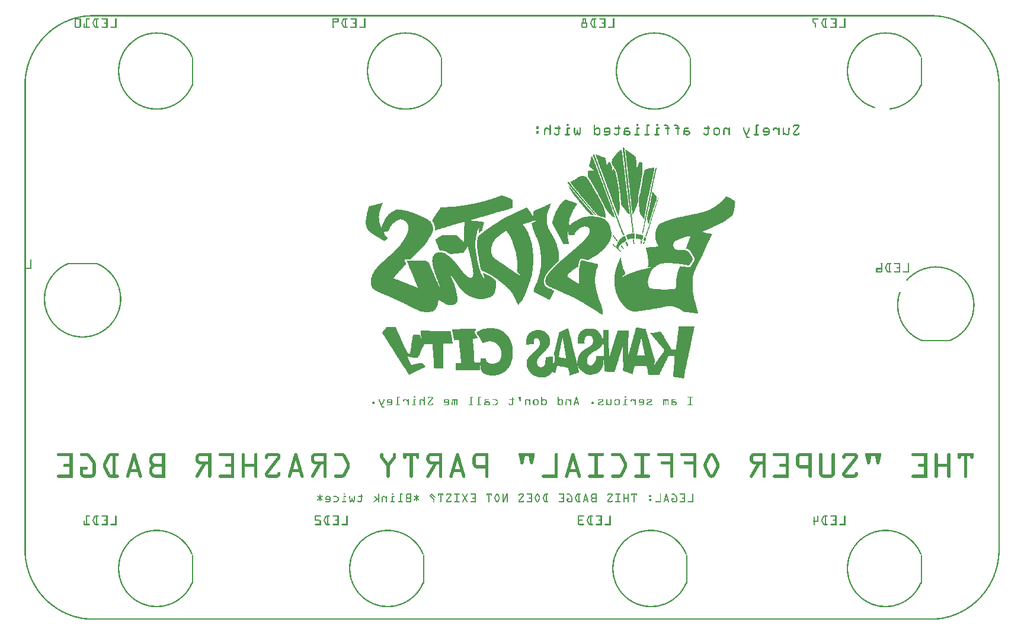
<source format=gbo>
G04 MADE WITH FRITZING*
G04 WWW.FRITZING.ORG*
G04 DOUBLE SIDED*
G04 HOLES PLATED*
G04 CONTOUR ON CENTER OF CONTOUR VECTOR*
%ASAXBY*%
%FSLAX23Y23*%
%MOIN*%
%OFA0B0*%
%SFA1.0B1.0*%
%ADD10C,0.008000*%
%ADD11R,0.001000X0.001000*%
%LNSILK0*%
G90*
G70*
G54D10*
X5044Y3168D02*
X5044Y3011D01*
D02*
X3744Y3168D02*
X3744Y3011D01*
D02*
X2344Y3168D02*
X2344Y3011D01*
D02*
X944Y3168D02*
X944Y3011D01*
D02*
X248Y2006D02*
X406Y2006D01*
D02*
X944Y368D02*
X944Y211D01*
D02*
X2244Y368D02*
X2244Y211D01*
D02*
X3724Y368D02*
X3724Y211D01*
D02*
X5044Y368D02*
X5044Y211D01*
D02*
X5206Y1573D02*
X5048Y1573D01*
G36*
X3371Y2661D02*
X3371Y2659D01*
X3372Y2659D01*
X3372Y2658D01*
X3374Y2658D01*
X3374Y2657D01*
X3375Y2657D01*
X3375Y2651D01*
X3376Y2651D01*
X3376Y2637D01*
X3378Y2637D01*
X3378Y2626D01*
X3379Y2626D01*
X3379Y2614D01*
X3380Y2614D01*
X3380Y2602D01*
X3382Y2602D01*
X3382Y2589D01*
X3383Y2589D01*
X3383Y2577D01*
X3385Y2577D01*
X3385Y2563D01*
X3386Y2563D01*
X3386Y2551D01*
X3387Y2551D01*
X3387Y2537D01*
X3389Y2537D01*
X3389Y2525D01*
X3390Y2525D01*
X3390Y2511D01*
X3391Y2511D01*
X3391Y2498D01*
X3393Y2498D01*
X3393Y2486D01*
X3394Y2486D01*
X3394Y2474D01*
X3396Y2474D01*
X3396Y2461D01*
X3397Y2461D01*
X3397Y2449D01*
X3398Y2449D01*
X3398Y2435D01*
X3400Y2435D01*
X3400Y2423D01*
X3401Y2423D01*
X3401Y2410D01*
X3402Y2410D01*
X3402Y2397D01*
X3404Y2397D01*
X3404Y2383D01*
X3405Y2383D01*
X3405Y2371D01*
X3407Y2371D01*
X3407Y2357D01*
X3408Y2357D01*
X3408Y2344D01*
X3409Y2344D01*
X3409Y2331D01*
X3411Y2331D01*
X3411Y2317D01*
X3412Y2317D01*
X3412Y2304D01*
X3413Y2304D01*
X3413Y2291D01*
X3415Y2291D01*
X3415Y2278D01*
X3416Y2278D01*
X3416Y2267D01*
X3418Y2267D01*
X3418Y2255D01*
X3419Y2255D01*
X3419Y2244D01*
X3420Y2244D01*
X3420Y2233D01*
X3422Y2233D01*
X3422Y2221D01*
X3423Y2221D01*
X3423Y2210D01*
X3424Y2210D01*
X3424Y2197D01*
X3426Y2197D01*
X3426Y2185D01*
X3427Y2185D01*
X3427Y2181D01*
X3420Y2181D01*
X3420Y2183D01*
X3419Y2183D01*
X3419Y2200D01*
X3418Y2200D01*
X3418Y2212D01*
X3416Y2212D01*
X3416Y2223D01*
X3415Y2223D01*
X3415Y2234D01*
X3413Y2234D01*
X3413Y2245D01*
X3412Y2245D01*
X3412Y2256D01*
X3411Y2256D01*
X3411Y2267D01*
X3409Y2267D01*
X3409Y2278D01*
X3408Y2278D01*
X3408Y2291D01*
X3407Y2291D01*
X3407Y2302D01*
X3405Y2302D01*
X3405Y2313D01*
X3404Y2313D01*
X3404Y2324D01*
X3402Y2324D01*
X3402Y2335D01*
X3401Y2335D01*
X3401Y2347D01*
X3400Y2347D01*
X3400Y2358D01*
X3398Y2358D01*
X3398Y2371D01*
X3397Y2371D01*
X3397Y2383D01*
X3396Y2383D01*
X3396Y2394D01*
X3394Y2394D01*
X3394Y2406D01*
X3393Y2406D01*
X3393Y2419D01*
X3391Y2419D01*
X3391Y2431D01*
X3390Y2431D01*
X3390Y2442D01*
X3389Y2442D01*
X3389Y2454D01*
X3387Y2454D01*
X3387Y2467D01*
X3386Y2467D01*
X3386Y2478D01*
X3385Y2478D01*
X3385Y2490D01*
X3383Y2490D01*
X3383Y2501D01*
X3382Y2501D01*
X3382Y2514D01*
X3380Y2514D01*
X3380Y2525D01*
X3379Y2525D01*
X3379Y2537D01*
X3378Y2537D01*
X3378Y2548D01*
X3376Y2548D01*
X3376Y2560D01*
X3375Y2560D01*
X3375Y2571D01*
X3374Y2571D01*
X3374Y2581D01*
X3372Y2581D01*
X3372Y2592D01*
X3371Y2592D01*
X3371Y2603D01*
X3369Y2603D01*
X3369Y2614D01*
X3368Y2614D01*
X3368Y2629D01*
X3367Y2629D01*
X3367Y2644D01*
X3365Y2644D01*
X3365Y2658D01*
X3367Y2658D01*
X3367Y2659D01*
X3369Y2659D01*
X3369Y2661D01*
X3371Y2661D01*
G37*
D02*
G36*
X3360Y2648D02*
X3360Y2637D01*
X3361Y2637D01*
X3361Y2626D01*
X3363Y2626D01*
X3363Y2617D01*
X3364Y2617D01*
X3364Y2606D01*
X3365Y2606D01*
X3365Y2595D01*
X3367Y2595D01*
X3367Y2582D01*
X3368Y2582D01*
X3368Y2571D01*
X3369Y2571D01*
X3369Y2560D01*
X3371Y2560D01*
X3371Y2549D01*
X3372Y2549D01*
X3372Y2538D01*
X3374Y2538D01*
X3374Y2527D01*
X3375Y2527D01*
X3375Y2516D01*
X3376Y2516D01*
X3376Y2505D01*
X3378Y2505D01*
X3378Y2493D01*
X3379Y2493D01*
X3379Y2482D01*
X3380Y2482D01*
X3380Y2471D01*
X3382Y2471D01*
X3382Y2460D01*
X3383Y2460D01*
X3383Y2449D01*
X3385Y2449D01*
X3385Y2437D01*
X3386Y2437D01*
X3386Y2426D01*
X3387Y2426D01*
X3387Y2415D01*
X3389Y2415D01*
X3389Y2404D01*
X3390Y2404D01*
X3390Y2393D01*
X3391Y2393D01*
X3391Y2380D01*
X3393Y2380D01*
X3393Y2369D01*
X3394Y2369D01*
X3394Y2358D01*
X3396Y2358D01*
X3396Y2347D01*
X3397Y2347D01*
X3397Y2336D01*
X3398Y2336D01*
X3398Y2325D01*
X3400Y2325D01*
X3400Y2314D01*
X3401Y2314D01*
X3401Y2303D01*
X3402Y2303D01*
X3402Y2292D01*
X3404Y2292D01*
X3404Y2285D01*
X3400Y2285D01*
X3400Y2287D01*
X3397Y2287D01*
X3397Y2288D01*
X3394Y2288D01*
X3394Y2289D01*
X3393Y2289D01*
X3393Y2291D01*
X3391Y2291D01*
X3391Y2293D01*
X3390Y2293D01*
X3390Y2295D01*
X3389Y2295D01*
X3389Y2296D01*
X3387Y2296D01*
X3387Y2298D01*
X3386Y2298D01*
X3386Y2300D01*
X3385Y2300D01*
X3385Y2302D01*
X3383Y2302D01*
X3383Y2303D01*
X3382Y2303D01*
X3382Y2306D01*
X3380Y2306D01*
X3380Y2307D01*
X3379Y2307D01*
X3379Y2309D01*
X3378Y2309D01*
X3378Y2310D01*
X3376Y2310D01*
X3376Y2313D01*
X3375Y2313D01*
X3375Y2314D01*
X3374Y2314D01*
X3374Y2316D01*
X3372Y2316D01*
X3372Y2318D01*
X3371Y2318D01*
X3371Y2320D01*
X3369Y2320D01*
X3369Y2321D01*
X3368Y2321D01*
X3368Y2322D01*
X3367Y2322D01*
X3367Y2325D01*
X3365Y2325D01*
X3365Y2327D01*
X3364Y2327D01*
X3364Y2328D01*
X3363Y2328D01*
X3363Y2331D01*
X3361Y2331D01*
X3361Y2332D01*
X3360Y2332D01*
X3360Y2335D01*
X3358Y2335D01*
X3358Y2338D01*
X3357Y2338D01*
X3357Y2340D01*
X3356Y2340D01*
X3356Y2346D01*
X3354Y2346D01*
X3354Y2368D01*
X3353Y2368D01*
X3353Y2387D01*
X3352Y2387D01*
X3352Y2402D01*
X3350Y2402D01*
X3350Y2413D01*
X3349Y2413D01*
X3349Y2424D01*
X3347Y2424D01*
X3347Y2432D01*
X3346Y2432D01*
X3346Y2441D01*
X3345Y2441D01*
X3345Y2449D01*
X3343Y2449D01*
X3343Y2457D01*
X3342Y2457D01*
X3342Y2464D01*
X3341Y2464D01*
X3341Y2471D01*
X3339Y2471D01*
X3339Y2478D01*
X3338Y2478D01*
X3338Y2486D01*
X3336Y2486D01*
X3336Y2493D01*
X3335Y2493D01*
X3335Y2498D01*
X3334Y2498D01*
X3334Y2505D01*
X3332Y2505D01*
X3332Y2512D01*
X3331Y2512D01*
X3331Y2519D01*
X3330Y2519D01*
X3330Y2525D01*
X3328Y2525D01*
X3328Y2527D01*
X3327Y2527D01*
X3327Y2530D01*
X3325Y2530D01*
X3325Y2533D01*
X3324Y2533D01*
X3324Y2536D01*
X3323Y2536D01*
X3323Y2537D01*
X3321Y2537D01*
X3321Y2540D01*
X3320Y2540D01*
X3320Y2542D01*
X3319Y2542D01*
X3319Y2545D01*
X3317Y2545D01*
X3317Y2547D01*
X3316Y2547D01*
X3316Y2549D01*
X3314Y2549D01*
X3314Y2552D01*
X3313Y2552D01*
X3313Y2553D01*
X3312Y2553D01*
X3312Y2556D01*
X3310Y2556D01*
X3310Y2559D01*
X3309Y2559D01*
X3309Y2560D01*
X3307Y2560D01*
X3307Y2563D01*
X3306Y2563D01*
X3306Y2566D01*
X3305Y2566D01*
X3305Y2569D01*
X3303Y2569D01*
X3303Y2573D01*
X3302Y2573D01*
X3302Y2578D01*
X3303Y2578D01*
X3303Y2584D01*
X3305Y2584D01*
X3305Y2588D01*
X3306Y2588D01*
X3306Y2592D01*
X3307Y2592D01*
X3307Y2595D01*
X3309Y2595D01*
X3309Y2597D01*
X3310Y2597D01*
X3310Y2600D01*
X3312Y2600D01*
X3312Y2602D01*
X3313Y2602D01*
X3313Y2604D01*
X3314Y2604D01*
X3314Y2606D01*
X3316Y2606D01*
X3316Y2608D01*
X3317Y2608D01*
X3317Y2610D01*
X3319Y2610D01*
X3319Y2611D01*
X3320Y2611D01*
X3320Y2614D01*
X3321Y2614D01*
X3321Y2615D01*
X3323Y2615D01*
X3323Y2617D01*
X3324Y2617D01*
X3324Y2618D01*
X3325Y2618D01*
X3325Y2619D01*
X3327Y2619D01*
X3327Y2621D01*
X3328Y2621D01*
X3328Y2624D01*
X3330Y2624D01*
X3330Y2625D01*
X3331Y2625D01*
X3331Y2626D01*
X3332Y2626D01*
X3332Y2628D01*
X3334Y2628D01*
X3334Y2629D01*
X3335Y2629D01*
X3335Y2631D01*
X3336Y2631D01*
X3336Y2632D01*
X3338Y2632D01*
X3338Y2633D01*
X3339Y2633D01*
X3339Y2635D01*
X3341Y2635D01*
X3341Y2636D01*
X3343Y2636D01*
X3343Y2637D01*
X3345Y2637D01*
X3345Y2639D01*
X3346Y2639D01*
X3346Y2640D01*
X3347Y2640D01*
X3347Y2642D01*
X3349Y2642D01*
X3349Y2643D01*
X3350Y2643D01*
X3350Y2644D01*
X3353Y2644D01*
X3353Y2646D01*
X3354Y2646D01*
X3354Y2647D01*
X3356Y2647D01*
X3356Y2648D01*
X3360Y2648D01*
G37*
D02*
G36*
X3206Y2622D02*
X3206Y2618D01*
X3207Y2618D01*
X3207Y2615D01*
X3208Y2615D01*
X3208Y2611D01*
X3210Y2611D01*
X3210Y2607D01*
X3211Y2607D01*
X3211Y2603D01*
X3213Y2603D01*
X3213Y2600D01*
X3214Y2600D01*
X3214Y2596D01*
X3215Y2596D01*
X3215Y2592D01*
X3217Y2592D01*
X3217Y2588D01*
X3218Y2588D01*
X3218Y2585D01*
X3219Y2585D01*
X3219Y2581D01*
X3221Y2581D01*
X3221Y2577D01*
X3222Y2577D01*
X3222Y2574D01*
X3224Y2574D01*
X3224Y2570D01*
X3225Y2570D01*
X3225Y2566D01*
X3226Y2566D01*
X3226Y2562D01*
X3228Y2562D01*
X3228Y2559D01*
X3229Y2559D01*
X3229Y2555D01*
X3230Y2555D01*
X3230Y2551D01*
X3232Y2551D01*
X3232Y2547D01*
X3233Y2547D01*
X3233Y2542D01*
X3235Y2542D01*
X3235Y2540D01*
X3236Y2540D01*
X3236Y2536D01*
X3237Y2536D01*
X3237Y2531D01*
X3239Y2531D01*
X3239Y2527D01*
X3240Y2527D01*
X3240Y2525D01*
X3241Y2525D01*
X3241Y2520D01*
X3243Y2520D01*
X3243Y2516D01*
X3244Y2516D01*
X3244Y2512D01*
X3246Y2512D01*
X3246Y2508D01*
X3247Y2508D01*
X3247Y2505D01*
X3248Y2505D01*
X3248Y2501D01*
X3250Y2501D01*
X3250Y2497D01*
X3251Y2497D01*
X3251Y2493D01*
X3252Y2493D01*
X3252Y2490D01*
X3254Y2490D01*
X3254Y2486D01*
X3255Y2486D01*
X3255Y2482D01*
X3257Y2482D01*
X3257Y2478D01*
X3258Y2478D01*
X3258Y2474D01*
X3259Y2474D01*
X3259Y2471D01*
X3261Y2471D01*
X3261Y2467D01*
X3262Y2467D01*
X3262Y2463D01*
X3263Y2463D01*
X3263Y2459D01*
X3265Y2459D01*
X3265Y2456D01*
X3266Y2456D01*
X3266Y2452D01*
X3268Y2452D01*
X3268Y2448D01*
X3269Y2448D01*
X3269Y2443D01*
X3270Y2443D01*
X3270Y2439D01*
X3272Y2439D01*
X3272Y2437D01*
X3273Y2437D01*
X3273Y2432D01*
X3274Y2432D01*
X3274Y2428D01*
X3276Y2428D01*
X3276Y2424D01*
X3277Y2424D01*
X3277Y2421D01*
X3279Y2421D01*
X3279Y2417D01*
X3280Y2417D01*
X3280Y2413D01*
X3281Y2413D01*
X3281Y2409D01*
X3283Y2409D01*
X3283Y2405D01*
X3284Y2405D01*
X3284Y2402D01*
X3285Y2402D01*
X3285Y2398D01*
X3287Y2398D01*
X3287Y2394D01*
X3288Y2394D01*
X3288Y2390D01*
X3290Y2390D01*
X3290Y2387D01*
X3291Y2387D01*
X3291Y2383D01*
X3292Y2383D01*
X3292Y2379D01*
X3294Y2379D01*
X3294Y2375D01*
X3295Y2375D01*
X3295Y2372D01*
X3296Y2372D01*
X3296Y2368D01*
X3298Y2368D01*
X3298Y2364D01*
X3299Y2364D01*
X3299Y2360D01*
X3301Y2360D01*
X3301Y2357D01*
X3302Y2357D01*
X3302Y2353D01*
X3303Y2353D01*
X3303Y2349D01*
X3305Y2349D01*
X3305Y2346D01*
X3306Y2346D01*
X3306Y2342D01*
X3307Y2342D01*
X3307Y2338D01*
X3309Y2338D01*
X3309Y2333D01*
X3310Y2333D01*
X3310Y2331D01*
X3312Y2331D01*
X3312Y2327D01*
X3313Y2327D01*
X3313Y2322D01*
X3314Y2322D01*
X3314Y2320D01*
X3316Y2320D01*
X3316Y2316D01*
X3317Y2316D01*
X3317Y2311D01*
X3319Y2311D01*
X3319Y2309D01*
X3320Y2309D01*
X3320Y2304D01*
X3321Y2304D01*
X3321Y2300D01*
X3323Y2300D01*
X3323Y2298D01*
X3324Y2298D01*
X3324Y2293D01*
X3325Y2293D01*
X3325Y2289D01*
X3327Y2289D01*
X3327Y2287D01*
X3328Y2287D01*
X3328Y2282D01*
X3330Y2282D01*
X3330Y2278D01*
X3331Y2278D01*
X3331Y2276D01*
X3332Y2276D01*
X3332Y2271D01*
X3334Y2271D01*
X3334Y2267D01*
X3335Y2267D01*
X3335Y2265D01*
X3336Y2265D01*
X3336Y2260D01*
X3338Y2260D01*
X3338Y2258D01*
X3339Y2258D01*
X3339Y2254D01*
X3341Y2254D01*
X3341Y2249D01*
X3342Y2249D01*
X3342Y2247D01*
X3343Y2247D01*
X3343Y2243D01*
X3345Y2243D01*
X3345Y2240D01*
X3346Y2240D01*
X3346Y2236D01*
X3347Y2236D01*
X3347Y2232D01*
X3349Y2232D01*
X3349Y2229D01*
X3350Y2229D01*
X3350Y2225D01*
X3352Y2225D01*
X3352Y2222D01*
X3353Y2222D01*
X3353Y2218D01*
X3354Y2218D01*
X3354Y2215D01*
X3356Y2215D01*
X3356Y2211D01*
X3357Y2211D01*
X3357Y2207D01*
X3358Y2207D01*
X3358Y2204D01*
X3360Y2204D01*
X3360Y2200D01*
X3361Y2200D01*
X3361Y2197D01*
X3363Y2197D01*
X3363Y2193D01*
X3364Y2193D01*
X3364Y2190D01*
X3365Y2190D01*
X3365Y2186D01*
X3367Y2186D01*
X3367Y2183D01*
X3368Y2183D01*
X3368Y2179D01*
X3369Y2179D01*
X3369Y2177D01*
X3371Y2177D01*
X3371Y2172D01*
X3372Y2172D01*
X3372Y2170D01*
X3374Y2170D01*
X3374Y2168D01*
X3372Y2168D01*
X3372Y2167D01*
X3368Y2167D01*
X3368Y2166D01*
X3367Y2166D01*
X3367Y2167D01*
X3365Y2167D01*
X3365Y2170D01*
X3364Y2170D01*
X3364Y2174D01*
X3363Y2174D01*
X3363Y2177D01*
X3361Y2177D01*
X3361Y2181D01*
X3360Y2181D01*
X3360Y2185D01*
X3358Y2185D01*
X3358Y2188D01*
X3357Y2188D01*
X3357Y2192D01*
X3356Y2192D01*
X3356Y2194D01*
X3354Y2194D01*
X3354Y2199D01*
X3353Y2199D01*
X3353Y2201D01*
X3352Y2201D01*
X3352Y2205D01*
X3350Y2205D01*
X3350Y2210D01*
X3349Y2210D01*
X3349Y2212D01*
X3347Y2212D01*
X3347Y2216D01*
X3346Y2216D01*
X3346Y2219D01*
X3345Y2219D01*
X3345Y2223D01*
X3343Y2223D01*
X3343Y2226D01*
X3342Y2226D01*
X3342Y2230D01*
X3341Y2230D01*
X3341Y2233D01*
X3339Y2233D01*
X3339Y2237D01*
X3338Y2237D01*
X3338Y2241D01*
X3336Y2241D01*
X3336Y2244D01*
X3335Y2244D01*
X3335Y2248D01*
X3334Y2248D01*
X3334Y2252D01*
X3332Y2252D01*
X3332Y2255D01*
X3331Y2255D01*
X3331Y2259D01*
X3330Y2259D01*
X3330Y2262D01*
X3328Y2262D01*
X3328Y2266D01*
X3327Y2266D01*
X3327Y2270D01*
X3325Y2270D01*
X3325Y2273D01*
X3324Y2273D01*
X3324Y2277D01*
X3323Y2277D01*
X3323Y2281D01*
X3321Y2281D01*
X3321Y2284D01*
X3320Y2284D01*
X3320Y2288D01*
X3319Y2288D01*
X3319Y2292D01*
X3317Y2292D01*
X3317Y2295D01*
X3316Y2295D01*
X3316Y2299D01*
X3314Y2299D01*
X3314Y2303D01*
X3313Y2303D01*
X3313Y2306D01*
X3312Y2306D01*
X3312Y2310D01*
X3310Y2310D01*
X3310Y2314D01*
X3309Y2314D01*
X3309Y2317D01*
X3307Y2317D01*
X3307Y2321D01*
X3306Y2321D01*
X3306Y2325D01*
X3305Y2325D01*
X3305Y2329D01*
X3303Y2329D01*
X3303Y2332D01*
X3302Y2332D01*
X3302Y2336D01*
X3301Y2336D01*
X3301Y2340D01*
X3299Y2340D01*
X3299Y2343D01*
X3298Y2343D01*
X3298Y2347D01*
X3296Y2347D01*
X3296Y2351D01*
X3295Y2351D01*
X3295Y2354D01*
X3294Y2354D01*
X3294Y2358D01*
X3292Y2358D01*
X3292Y2362D01*
X3291Y2362D01*
X3291Y2365D01*
X3290Y2365D01*
X3290Y2369D01*
X3288Y2369D01*
X3288Y2373D01*
X3287Y2373D01*
X3287Y2376D01*
X3285Y2376D01*
X3285Y2380D01*
X3284Y2380D01*
X3284Y2384D01*
X3283Y2384D01*
X3283Y2388D01*
X3281Y2388D01*
X3281Y2391D01*
X3280Y2391D01*
X3280Y2395D01*
X3279Y2395D01*
X3279Y2399D01*
X3277Y2399D01*
X3277Y2402D01*
X3276Y2402D01*
X3276Y2406D01*
X3274Y2406D01*
X3274Y2410D01*
X3273Y2410D01*
X3273Y2413D01*
X3272Y2413D01*
X3272Y2417D01*
X3270Y2417D01*
X3270Y2421D01*
X3269Y2421D01*
X3269Y2424D01*
X3268Y2424D01*
X3268Y2428D01*
X3266Y2428D01*
X3266Y2432D01*
X3265Y2432D01*
X3265Y2437D01*
X3263Y2437D01*
X3263Y2439D01*
X3262Y2439D01*
X3262Y2443D01*
X3261Y2443D01*
X3261Y2448D01*
X3259Y2448D01*
X3259Y2450D01*
X3258Y2450D01*
X3258Y2454D01*
X3257Y2454D01*
X3257Y2459D01*
X3255Y2459D01*
X3255Y2461D01*
X3254Y2461D01*
X3254Y2465D01*
X3252Y2465D01*
X3252Y2470D01*
X3251Y2470D01*
X3251Y2474D01*
X3250Y2474D01*
X3250Y2476D01*
X3248Y2476D01*
X3248Y2481D01*
X3247Y2481D01*
X3247Y2485D01*
X3246Y2485D01*
X3246Y2487D01*
X3244Y2487D01*
X3244Y2492D01*
X3243Y2492D01*
X3243Y2496D01*
X3241Y2496D01*
X3241Y2500D01*
X3240Y2500D01*
X3240Y2503D01*
X3239Y2503D01*
X3239Y2507D01*
X3237Y2507D01*
X3237Y2511D01*
X3236Y2511D01*
X3236Y2514D01*
X3235Y2514D01*
X3235Y2518D01*
X3233Y2518D01*
X3233Y2522D01*
X3232Y2522D01*
X3232Y2526D01*
X3230Y2526D01*
X3230Y2529D01*
X3229Y2529D01*
X3229Y2533D01*
X3228Y2533D01*
X3228Y2537D01*
X3226Y2537D01*
X3226Y2540D01*
X3225Y2540D01*
X3225Y2544D01*
X3224Y2544D01*
X3224Y2548D01*
X3222Y2548D01*
X3222Y2552D01*
X3221Y2552D01*
X3221Y2555D01*
X3219Y2555D01*
X3219Y2559D01*
X3218Y2559D01*
X3218Y2563D01*
X3217Y2563D01*
X3217Y2566D01*
X3215Y2566D01*
X3215Y2570D01*
X3214Y2570D01*
X3214Y2574D01*
X3213Y2574D01*
X3213Y2578D01*
X3211Y2578D01*
X3211Y2581D01*
X3210Y2581D01*
X3210Y2585D01*
X3208Y2585D01*
X3208Y2589D01*
X3207Y2589D01*
X3207Y2593D01*
X3206Y2593D01*
X3206Y2596D01*
X3204Y2596D01*
X3204Y2600D01*
X3203Y2600D01*
X3203Y2604D01*
X3202Y2604D01*
X3202Y2608D01*
X3200Y2608D01*
X3200Y2613D01*
X3199Y2613D01*
X3199Y2619D01*
X3200Y2619D01*
X3200Y2621D01*
X3202Y2621D01*
X3202Y2622D01*
X3206Y2622D01*
G37*
D02*
G36*
X3193Y2614D02*
X3193Y2611D01*
X3195Y2611D01*
X3195Y2607D01*
X3196Y2607D01*
X3196Y2604D01*
X3197Y2604D01*
X3197Y2600D01*
X3199Y2600D01*
X3199Y2596D01*
X3200Y2596D01*
X3200Y2592D01*
X3202Y2592D01*
X3202Y2589D01*
X3203Y2589D01*
X3203Y2585D01*
X3204Y2585D01*
X3204Y2581D01*
X3206Y2581D01*
X3206Y2578D01*
X3207Y2578D01*
X3207Y2574D01*
X3208Y2574D01*
X3208Y2570D01*
X3210Y2570D01*
X3210Y2567D01*
X3211Y2567D01*
X3211Y2563D01*
X3213Y2563D01*
X3213Y2559D01*
X3214Y2559D01*
X3214Y2556D01*
X3215Y2556D01*
X3215Y2552D01*
X3217Y2552D01*
X3217Y2548D01*
X3218Y2548D01*
X3218Y2544D01*
X3219Y2544D01*
X3219Y2541D01*
X3221Y2541D01*
X3221Y2537D01*
X3222Y2537D01*
X3222Y2533D01*
X3224Y2533D01*
X3224Y2530D01*
X3225Y2530D01*
X3225Y2529D01*
X3200Y2529D01*
X3200Y2530D01*
X3204Y2530D01*
X3204Y2531D01*
X3203Y2531D01*
X3203Y2533D01*
X3202Y2533D01*
X3202Y2534D01*
X3200Y2534D01*
X3200Y2536D01*
X3197Y2536D01*
X3197Y2537D01*
X3196Y2537D01*
X3196Y2538D01*
X3193Y2538D01*
X3193Y2540D01*
X3192Y2540D01*
X3192Y2541D01*
X3191Y2541D01*
X3191Y2542D01*
X3189Y2542D01*
X3189Y2544D01*
X3186Y2544D01*
X3186Y2545D01*
X3185Y2545D01*
X3185Y2547D01*
X3184Y2547D01*
X3184Y2548D01*
X3181Y2548D01*
X3181Y2549D01*
X3180Y2549D01*
X3180Y2551D01*
X3178Y2551D01*
X3178Y2553D01*
X3177Y2553D01*
X3177Y2562D01*
X3178Y2562D01*
X3178Y2567D01*
X3180Y2567D01*
X3180Y2573D01*
X3181Y2573D01*
X3181Y2580D01*
X3182Y2580D01*
X3182Y2585D01*
X3184Y2585D01*
X3184Y2591D01*
X3185Y2591D01*
X3185Y2596D01*
X3186Y2596D01*
X3186Y2603D01*
X3188Y2603D01*
X3188Y2607D01*
X3189Y2607D01*
X3189Y2610D01*
X3191Y2610D01*
X3191Y2613D01*
X3192Y2613D01*
X3192Y2614D01*
X3193Y2614D01*
G37*
D02*
G36*
X3185Y2530D02*
X3185Y2529D01*
X3174Y2529D01*
X3174Y2530D01*
X3185Y2530D01*
G37*
D02*
G36*
X3225Y2529D02*
X3225Y2527D01*
X3173Y2527D01*
X3173Y2529D01*
X3225Y2529D01*
G37*
D02*
G36*
X3225Y2529D02*
X3225Y2527D01*
X3173Y2527D01*
X3173Y2529D01*
X3225Y2529D01*
G37*
D02*
G36*
X3225Y2527D02*
X3225Y2526D01*
X3226Y2526D01*
X3226Y2522D01*
X3228Y2522D01*
X3228Y2519D01*
X3229Y2519D01*
X3229Y2515D01*
X3230Y2515D01*
X3230Y2511D01*
X3232Y2511D01*
X3232Y2508D01*
X3233Y2508D01*
X3233Y2504D01*
X3235Y2504D01*
X3235Y2500D01*
X3236Y2500D01*
X3236Y2497D01*
X3237Y2497D01*
X3237Y2493D01*
X3239Y2493D01*
X3239Y2489D01*
X3240Y2489D01*
X3240Y2486D01*
X3241Y2486D01*
X3241Y2482D01*
X3243Y2482D01*
X3243Y2478D01*
X3244Y2478D01*
X3244Y2474D01*
X3246Y2474D01*
X3246Y2471D01*
X3247Y2471D01*
X3247Y2467D01*
X3248Y2467D01*
X3248Y2463D01*
X3250Y2463D01*
X3250Y2460D01*
X3251Y2460D01*
X3251Y2456D01*
X3252Y2456D01*
X3252Y2452D01*
X3254Y2452D01*
X3254Y2449D01*
X3255Y2449D01*
X3255Y2445D01*
X3257Y2445D01*
X3257Y2441D01*
X3258Y2441D01*
X3258Y2438D01*
X3259Y2438D01*
X3259Y2434D01*
X3261Y2434D01*
X3261Y2430D01*
X3262Y2430D01*
X3262Y2427D01*
X3263Y2427D01*
X3263Y2423D01*
X3265Y2423D01*
X3265Y2419D01*
X3266Y2419D01*
X3266Y2416D01*
X3268Y2416D01*
X3268Y2412D01*
X3269Y2412D01*
X3269Y2408D01*
X3270Y2408D01*
X3270Y2405D01*
X3272Y2405D01*
X3272Y2401D01*
X3273Y2401D01*
X3273Y2397D01*
X3274Y2397D01*
X3274Y2393D01*
X3276Y2393D01*
X3276Y2390D01*
X3277Y2390D01*
X3277Y2386D01*
X3279Y2386D01*
X3279Y2382D01*
X3280Y2382D01*
X3280Y2379D01*
X3281Y2379D01*
X3281Y2375D01*
X3283Y2375D01*
X3283Y2371D01*
X3284Y2371D01*
X3284Y2368D01*
X3285Y2368D01*
X3285Y2364D01*
X3287Y2364D01*
X3287Y2360D01*
X3288Y2360D01*
X3288Y2357D01*
X3290Y2357D01*
X3290Y2353D01*
X3291Y2353D01*
X3291Y2349D01*
X3292Y2349D01*
X3292Y2346D01*
X3294Y2346D01*
X3294Y2342D01*
X3295Y2342D01*
X3295Y2338D01*
X3296Y2338D01*
X3296Y2335D01*
X3298Y2335D01*
X3298Y2331D01*
X3299Y2331D01*
X3299Y2327D01*
X3301Y2327D01*
X3301Y2322D01*
X3302Y2322D01*
X3302Y2320D01*
X3303Y2320D01*
X3303Y2316D01*
X3305Y2316D01*
X3305Y2311D01*
X3306Y2311D01*
X3306Y2309D01*
X3307Y2309D01*
X3307Y2304D01*
X3309Y2304D01*
X3309Y2300D01*
X3310Y2300D01*
X3310Y2298D01*
X3312Y2298D01*
X3312Y2293D01*
X3313Y2293D01*
X3313Y2289D01*
X3314Y2289D01*
X3314Y2287D01*
X3316Y2287D01*
X3316Y2282D01*
X3317Y2282D01*
X3317Y2278D01*
X3319Y2278D01*
X3319Y2274D01*
X3320Y2274D01*
X3320Y2271D01*
X3321Y2271D01*
X3321Y2267D01*
X3316Y2267D01*
X3316Y2269D01*
X3312Y2269D01*
X3312Y2270D01*
X3310Y2270D01*
X3310Y2271D01*
X3307Y2271D01*
X3307Y2273D01*
X3306Y2273D01*
X3306Y2274D01*
X3305Y2274D01*
X3305Y2276D01*
X3302Y2276D01*
X3302Y2277D01*
X3301Y2277D01*
X3301Y2278D01*
X3299Y2278D01*
X3299Y2280D01*
X3298Y2280D01*
X3298Y2281D01*
X3296Y2281D01*
X3296Y2282D01*
X3295Y2282D01*
X3295Y2284D01*
X3294Y2284D01*
X3294Y2285D01*
X3292Y2285D01*
X3292Y2287D01*
X3291Y2287D01*
X3291Y2288D01*
X3290Y2288D01*
X3290Y2289D01*
X3288Y2289D01*
X3288Y2291D01*
X3287Y2291D01*
X3287Y2292D01*
X3285Y2292D01*
X3285Y2293D01*
X3284Y2293D01*
X3284Y2296D01*
X3283Y2296D01*
X3283Y2298D01*
X3281Y2298D01*
X3281Y2299D01*
X3280Y2299D01*
X3280Y2300D01*
X3279Y2300D01*
X3279Y2303D01*
X3277Y2303D01*
X3277Y2304D01*
X3276Y2304D01*
X3276Y2306D01*
X3274Y2306D01*
X3274Y2309D01*
X3273Y2309D01*
X3273Y2310D01*
X3272Y2310D01*
X3272Y2313D01*
X3270Y2313D01*
X3270Y2314D01*
X3269Y2314D01*
X3269Y2317D01*
X3268Y2317D01*
X3268Y2320D01*
X3266Y2320D01*
X3266Y2321D01*
X3265Y2321D01*
X3265Y2324D01*
X3263Y2324D01*
X3263Y2327D01*
X3262Y2327D01*
X3262Y2329D01*
X3261Y2329D01*
X3261Y2332D01*
X3259Y2332D01*
X3259Y2335D01*
X3258Y2335D01*
X3258Y2339D01*
X3257Y2339D01*
X3257Y2342D01*
X3255Y2342D01*
X3255Y2344D01*
X3254Y2344D01*
X3254Y2347D01*
X3252Y2347D01*
X3252Y2350D01*
X3251Y2350D01*
X3251Y2353D01*
X3250Y2353D01*
X3250Y2355D01*
X3248Y2355D01*
X3248Y2358D01*
X3247Y2358D01*
X3247Y2361D01*
X3246Y2361D01*
X3246Y2364D01*
X3244Y2364D01*
X3244Y2366D01*
X3243Y2366D01*
X3243Y2369D01*
X3241Y2369D01*
X3241Y2372D01*
X3240Y2372D01*
X3240Y2375D01*
X3239Y2375D01*
X3239Y2376D01*
X3237Y2376D01*
X3237Y2379D01*
X3236Y2379D01*
X3236Y2382D01*
X3235Y2382D01*
X3235Y2384D01*
X3233Y2384D01*
X3233Y2387D01*
X3232Y2387D01*
X3232Y2390D01*
X3230Y2390D01*
X3230Y2393D01*
X3229Y2393D01*
X3229Y2394D01*
X3228Y2394D01*
X3228Y2397D01*
X3226Y2397D01*
X3226Y2399D01*
X3225Y2399D01*
X3225Y2402D01*
X3224Y2402D01*
X3224Y2405D01*
X3222Y2405D01*
X3222Y2408D01*
X3221Y2408D01*
X3221Y2409D01*
X3219Y2409D01*
X3219Y2412D01*
X3218Y2412D01*
X3218Y2415D01*
X3217Y2415D01*
X3217Y2417D01*
X3215Y2417D01*
X3215Y2420D01*
X3214Y2420D01*
X3214Y2423D01*
X3213Y2423D01*
X3213Y2424D01*
X3211Y2424D01*
X3211Y2427D01*
X3210Y2427D01*
X3210Y2430D01*
X3208Y2430D01*
X3208Y2432D01*
X3207Y2432D01*
X3207Y2435D01*
X3206Y2435D01*
X3206Y2438D01*
X3204Y2438D01*
X3204Y2439D01*
X3203Y2439D01*
X3203Y2442D01*
X3202Y2442D01*
X3202Y2445D01*
X3200Y2445D01*
X3200Y2448D01*
X3199Y2448D01*
X3199Y2450D01*
X3197Y2450D01*
X3197Y2452D01*
X3196Y2452D01*
X3196Y2454D01*
X3195Y2454D01*
X3195Y2457D01*
X3193Y2457D01*
X3193Y2460D01*
X3192Y2460D01*
X3192Y2461D01*
X3191Y2461D01*
X3191Y2464D01*
X3189Y2464D01*
X3189Y2467D01*
X3188Y2467D01*
X3188Y2468D01*
X3186Y2468D01*
X3186Y2471D01*
X3185Y2471D01*
X3185Y2472D01*
X3184Y2472D01*
X3184Y2475D01*
X3182Y2475D01*
X3182Y2476D01*
X3181Y2476D01*
X3181Y2478D01*
X3180Y2478D01*
X3180Y2481D01*
X3178Y2481D01*
X3178Y2482D01*
X3177Y2482D01*
X3177Y2483D01*
X3175Y2483D01*
X3175Y2486D01*
X3174Y2486D01*
X3174Y2489D01*
X3173Y2489D01*
X3173Y2492D01*
X3171Y2492D01*
X3171Y2494D01*
X3170Y2494D01*
X3170Y2498D01*
X3169Y2498D01*
X3169Y2519D01*
X3170Y2519D01*
X3170Y2525D01*
X3171Y2525D01*
X3171Y2527D01*
X3225Y2527D01*
G37*
D02*
G36*
X3382Y2648D02*
X3382Y2647D01*
X3383Y2647D01*
X3383Y2646D01*
X3386Y2646D01*
X3386Y2644D01*
X3387Y2644D01*
X3387Y2643D01*
X3390Y2643D01*
X3390Y2642D01*
X3391Y2642D01*
X3391Y2640D01*
X3394Y2640D01*
X3394Y2639D01*
X3396Y2639D01*
X3396Y2637D01*
X3398Y2637D01*
X3398Y2636D01*
X3400Y2636D01*
X3400Y2635D01*
X3402Y2635D01*
X3402Y2633D01*
X3404Y2633D01*
X3404Y2632D01*
X3407Y2632D01*
X3407Y2631D01*
X3408Y2631D01*
X3408Y2629D01*
X3411Y2629D01*
X3411Y2628D01*
X3412Y2628D01*
X3412Y2626D01*
X3415Y2626D01*
X3415Y2625D01*
X3416Y2625D01*
X3416Y2624D01*
X3419Y2624D01*
X3419Y2622D01*
X3420Y2622D01*
X3420Y2621D01*
X3422Y2621D01*
X3422Y2619D01*
X3424Y2619D01*
X3424Y2618D01*
X3426Y2618D01*
X3426Y2617D01*
X3427Y2617D01*
X3427Y2615D01*
X3430Y2615D01*
X3430Y2614D01*
X3431Y2614D01*
X3431Y2613D01*
X3433Y2613D01*
X3433Y2611D01*
X3434Y2611D01*
X3434Y2610D01*
X3435Y2610D01*
X3435Y2608D01*
X3437Y2608D01*
X3437Y2606D01*
X3438Y2606D01*
X3438Y2602D01*
X3440Y2602D01*
X3440Y2591D01*
X3441Y2591D01*
X3441Y2563D01*
X3442Y2563D01*
X3442Y2549D01*
X3444Y2549D01*
X3444Y2547D01*
X3391Y2547D01*
X3391Y2551D01*
X3390Y2551D01*
X3390Y2563D01*
X3389Y2563D01*
X3389Y2575D01*
X3387Y2575D01*
X3387Y2589D01*
X3386Y2589D01*
X3386Y2602D01*
X3385Y2602D01*
X3385Y2614D01*
X3383Y2614D01*
X3383Y2626D01*
X3382Y2626D01*
X3382Y2639D01*
X3380Y2639D01*
X3380Y2648D01*
X3382Y2648D01*
G37*
D02*
G36*
X3466Y2580D02*
X3466Y2578D01*
X3468Y2578D01*
X3468Y2577D01*
X3470Y2577D01*
X3470Y2575D01*
X3471Y2575D01*
X3471Y2574D01*
X3473Y2574D01*
X3473Y2573D01*
X3474Y2573D01*
X3474Y2571D01*
X3475Y2571D01*
X3475Y2547D01*
X3445Y2547D01*
X3445Y2548D01*
X3446Y2548D01*
X3446Y2551D01*
X3448Y2551D01*
X3448Y2553D01*
X3449Y2553D01*
X3449Y2556D01*
X3451Y2556D01*
X3451Y2559D01*
X3452Y2559D01*
X3452Y2563D01*
X3453Y2563D01*
X3453Y2566D01*
X3455Y2566D01*
X3455Y2569D01*
X3456Y2569D01*
X3456Y2573D01*
X3457Y2573D01*
X3457Y2575D01*
X3459Y2575D01*
X3459Y2578D01*
X3462Y2578D01*
X3462Y2580D01*
X3466Y2580D01*
G37*
D02*
G36*
X3475Y2547D02*
X3475Y2545D01*
X3391Y2545D01*
X3391Y2547D01*
X3475Y2547D01*
G37*
D02*
G36*
X3475Y2547D02*
X3475Y2545D01*
X3391Y2545D01*
X3391Y2547D01*
X3475Y2547D01*
G37*
D02*
G36*
X3475Y2545D02*
X3475Y2520D01*
X3474Y2520D01*
X3474Y2504D01*
X3473Y2504D01*
X3473Y2494D01*
X3471Y2494D01*
X3471Y2486D01*
X3470Y2486D01*
X3470Y2476D01*
X3468Y2476D01*
X3468Y2468D01*
X3467Y2468D01*
X3467Y2461D01*
X3466Y2461D01*
X3466Y2453D01*
X3464Y2453D01*
X3464Y2446D01*
X3463Y2446D01*
X3463Y2439D01*
X3462Y2439D01*
X3462Y2431D01*
X3460Y2431D01*
X3460Y2424D01*
X3459Y2424D01*
X3459Y2417D01*
X3457Y2417D01*
X3457Y2410D01*
X3456Y2410D01*
X3456Y2402D01*
X3455Y2402D01*
X3455Y2395D01*
X3453Y2395D01*
X3453Y2388D01*
X3452Y2388D01*
X3452Y2380D01*
X3451Y2380D01*
X3451Y2351D01*
X3449Y2351D01*
X3449Y2346D01*
X3448Y2346D01*
X3448Y2342D01*
X3446Y2342D01*
X3446Y2338D01*
X3445Y2338D01*
X3445Y2333D01*
X3444Y2333D01*
X3444Y2331D01*
X3442Y2331D01*
X3442Y2327D01*
X3441Y2327D01*
X3441Y2324D01*
X3440Y2324D01*
X3440Y2320D01*
X3438Y2320D01*
X3438Y2317D01*
X3437Y2317D01*
X3437Y2313D01*
X3435Y2313D01*
X3435Y2310D01*
X3434Y2310D01*
X3434Y2306D01*
X3433Y2306D01*
X3433Y2303D01*
X3431Y2303D01*
X3431Y2300D01*
X3430Y2300D01*
X3430Y2296D01*
X3429Y2296D01*
X3429Y2293D01*
X3427Y2293D01*
X3427Y2289D01*
X3426Y2289D01*
X3426Y2287D01*
X3424Y2287D01*
X3424Y2285D01*
X3423Y2285D01*
X3423Y2284D01*
X3422Y2284D01*
X3422Y2282D01*
X3419Y2282D01*
X3419Y2293D01*
X3418Y2293D01*
X3418Y2306D01*
X3416Y2306D01*
X3416Y2318D01*
X3415Y2318D01*
X3415Y2331D01*
X3413Y2331D01*
X3413Y2343D01*
X3412Y2343D01*
X3412Y2355D01*
X3411Y2355D01*
X3411Y2369D01*
X3409Y2369D01*
X3409Y2382D01*
X3408Y2382D01*
X3408Y2394D01*
X3407Y2394D01*
X3407Y2408D01*
X3405Y2408D01*
X3405Y2420D01*
X3404Y2420D01*
X3404Y2434D01*
X3402Y2434D01*
X3402Y2446D01*
X3401Y2446D01*
X3401Y2460D01*
X3400Y2460D01*
X3400Y2472D01*
X3398Y2472D01*
X3398Y2486D01*
X3397Y2486D01*
X3397Y2498D01*
X3396Y2498D01*
X3396Y2512D01*
X3394Y2512D01*
X3394Y2525D01*
X3393Y2525D01*
X3393Y2537D01*
X3391Y2537D01*
X3391Y2545D01*
X3475Y2545D01*
G37*
D02*
G36*
X3555Y2548D02*
X3555Y2541D01*
X3554Y2541D01*
X3554Y2534D01*
X3552Y2534D01*
X3552Y2527D01*
X3551Y2527D01*
X3551Y2520D01*
X3550Y2520D01*
X3550Y2514D01*
X3548Y2514D01*
X3548Y2508D01*
X3547Y2508D01*
X3547Y2501D01*
X3545Y2501D01*
X3545Y2494D01*
X3544Y2494D01*
X3544Y2487D01*
X3543Y2487D01*
X3543Y2481D01*
X3541Y2481D01*
X3541Y2475D01*
X3540Y2475D01*
X3540Y2468D01*
X3539Y2468D01*
X3539Y2461D01*
X3537Y2461D01*
X3537Y2454D01*
X3536Y2454D01*
X3536Y2448D01*
X3534Y2448D01*
X3534Y2441D01*
X3533Y2441D01*
X3533Y2435D01*
X3532Y2435D01*
X3532Y2428D01*
X3530Y2428D01*
X3530Y2421D01*
X3529Y2421D01*
X3529Y2415D01*
X3528Y2415D01*
X3528Y2408D01*
X3526Y2408D01*
X3526Y2401D01*
X3525Y2401D01*
X3525Y2395D01*
X3523Y2395D01*
X3523Y2388D01*
X3522Y2388D01*
X3522Y2382D01*
X3521Y2382D01*
X3521Y2375D01*
X3519Y2375D01*
X3519Y2368D01*
X3518Y2368D01*
X3518Y2361D01*
X3517Y2361D01*
X3517Y2355D01*
X3515Y2355D01*
X3515Y2349D01*
X3514Y2349D01*
X3514Y2342D01*
X3512Y2342D01*
X3512Y2335D01*
X3511Y2335D01*
X3511Y2328D01*
X3510Y2328D01*
X3510Y2321D01*
X3508Y2321D01*
X3508Y2314D01*
X3507Y2314D01*
X3507Y2309D01*
X3506Y2309D01*
X3506Y2302D01*
X3504Y2302D01*
X3504Y2295D01*
X3503Y2295D01*
X3503Y2288D01*
X3501Y2288D01*
X3501Y2281D01*
X3500Y2281D01*
X3500Y2274D01*
X3499Y2274D01*
X3499Y2269D01*
X3497Y2269D01*
X3497Y2262D01*
X3496Y2262D01*
X3496Y2255D01*
X3495Y2255D01*
X3495Y2248D01*
X3493Y2248D01*
X3493Y2241D01*
X3492Y2241D01*
X3492Y2236D01*
X3490Y2236D01*
X3490Y2229D01*
X3489Y2229D01*
X3489Y2222D01*
X3488Y2222D01*
X3488Y2215D01*
X3486Y2215D01*
X3486Y2208D01*
X3485Y2208D01*
X3485Y2203D01*
X3484Y2203D01*
X3484Y2196D01*
X3482Y2196D01*
X3482Y2189D01*
X3481Y2189D01*
X3481Y2182D01*
X3479Y2182D01*
X3479Y2175D01*
X3478Y2175D01*
X3478Y2174D01*
X3474Y2174D01*
X3474Y2179D01*
X3475Y2179D01*
X3475Y2188D01*
X3477Y2188D01*
X3477Y2194D01*
X3478Y2194D01*
X3478Y2201D01*
X3479Y2201D01*
X3479Y2208D01*
X3481Y2208D01*
X3481Y2215D01*
X3482Y2215D01*
X3482Y2222D01*
X3484Y2222D01*
X3484Y2229D01*
X3485Y2229D01*
X3485Y2236D01*
X3486Y2236D01*
X3486Y2243D01*
X3488Y2243D01*
X3488Y2249D01*
X3489Y2249D01*
X3489Y2258D01*
X3490Y2258D01*
X3490Y2265D01*
X3492Y2265D01*
X3492Y2271D01*
X3493Y2271D01*
X3493Y2278D01*
X3495Y2278D01*
X3495Y2285D01*
X3496Y2285D01*
X3496Y2292D01*
X3497Y2292D01*
X3497Y2299D01*
X3499Y2299D01*
X3499Y2306D01*
X3500Y2306D01*
X3500Y2313D01*
X3501Y2313D01*
X3501Y2320D01*
X3503Y2320D01*
X3503Y2327D01*
X3504Y2327D01*
X3504Y2333D01*
X3506Y2333D01*
X3506Y2340D01*
X3507Y2340D01*
X3507Y2347D01*
X3508Y2347D01*
X3508Y2354D01*
X3510Y2354D01*
X3510Y2361D01*
X3511Y2361D01*
X3511Y2368D01*
X3512Y2368D01*
X3512Y2375D01*
X3514Y2375D01*
X3514Y2380D01*
X3515Y2380D01*
X3515Y2387D01*
X3517Y2387D01*
X3517Y2394D01*
X3518Y2394D01*
X3518Y2401D01*
X3519Y2401D01*
X3519Y2408D01*
X3521Y2408D01*
X3521Y2413D01*
X3522Y2413D01*
X3522Y2420D01*
X3523Y2420D01*
X3523Y2427D01*
X3525Y2427D01*
X3525Y2434D01*
X3526Y2434D01*
X3526Y2441D01*
X3528Y2441D01*
X3528Y2448D01*
X3529Y2448D01*
X3529Y2454D01*
X3530Y2454D01*
X3530Y2460D01*
X3532Y2460D01*
X3532Y2467D01*
X3533Y2467D01*
X3533Y2474D01*
X3534Y2474D01*
X3534Y2481D01*
X3536Y2481D01*
X3536Y2487D01*
X3537Y2487D01*
X3537Y2494D01*
X3539Y2494D01*
X3539Y2500D01*
X3540Y2500D01*
X3540Y2507D01*
X3541Y2507D01*
X3541Y2514D01*
X3543Y2514D01*
X3543Y2520D01*
X3544Y2520D01*
X3544Y2526D01*
X3545Y2526D01*
X3545Y2531D01*
X3547Y2531D01*
X3547Y2536D01*
X3548Y2536D01*
X3548Y2540D01*
X3550Y2540D01*
X3550Y2544D01*
X3551Y2544D01*
X3551Y2548D01*
X3555Y2548D01*
G37*
D02*
G36*
X3541Y2545D02*
X3541Y2542D01*
X3543Y2542D01*
X3543Y2533D01*
X3541Y2533D01*
X3541Y2526D01*
X3540Y2526D01*
X3540Y2518D01*
X3539Y2518D01*
X3539Y2511D01*
X3537Y2511D01*
X3537Y2505D01*
X3536Y2505D01*
X3536Y2498D01*
X3534Y2498D01*
X3534Y2493D01*
X3533Y2493D01*
X3533Y2487D01*
X3532Y2487D01*
X3532Y2481D01*
X3530Y2481D01*
X3530Y2475D01*
X3529Y2475D01*
X3529Y2470D01*
X3528Y2470D01*
X3528Y2463D01*
X3526Y2463D01*
X3526Y2457D01*
X3525Y2457D01*
X3525Y2452D01*
X3523Y2452D01*
X3523Y2445D01*
X3522Y2445D01*
X3522Y2439D01*
X3521Y2439D01*
X3521Y2434D01*
X3519Y2434D01*
X3519Y2427D01*
X3518Y2427D01*
X3518Y2421D01*
X3517Y2421D01*
X3517Y2416D01*
X3515Y2416D01*
X3515Y2409D01*
X3514Y2409D01*
X3514Y2404D01*
X3512Y2404D01*
X3512Y2398D01*
X3511Y2398D01*
X3511Y2391D01*
X3510Y2391D01*
X3510Y2386D01*
X3508Y2386D01*
X3508Y2379D01*
X3507Y2379D01*
X3507Y2373D01*
X3506Y2373D01*
X3506Y2366D01*
X3504Y2366D01*
X3504Y2361D01*
X3503Y2361D01*
X3503Y2354D01*
X3501Y2354D01*
X3501Y2346D01*
X3500Y2346D01*
X3500Y2336D01*
X3499Y2336D01*
X3499Y2328D01*
X3497Y2328D01*
X3497Y2320D01*
X3496Y2320D01*
X3496Y2311D01*
X3495Y2311D01*
X3495Y2303D01*
X3493Y2303D01*
X3493Y2296D01*
X3492Y2296D01*
X3492Y2288D01*
X3490Y2288D01*
X3490Y2280D01*
X3489Y2280D01*
X3489Y2273D01*
X3488Y2273D01*
X3488Y2265D01*
X3486Y2265D01*
X3486Y2256D01*
X3485Y2256D01*
X3485Y2255D01*
X3484Y2255D01*
X3484Y2258D01*
X3482Y2258D01*
X3482Y2260D01*
X3481Y2260D01*
X3481Y2263D01*
X3479Y2263D01*
X3479Y2265D01*
X3478Y2265D01*
X3478Y2267D01*
X3477Y2267D01*
X3477Y2269D01*
X3475Y2269D01*
X3475Y2271D01*
X3474Y2271D01*
X3474Y2273D01*
X3473Y2273D01*
X3473Y2274D01*
X3471Y2274D01*
X3471Y2276D01*
X3470Y2276D01*
X3470Y2278D01*
X3468Y2278D01*
X3468Y2280D01*
X3467Y2280D01*
X3467Y2282D01*
X3466Y2282D01*
X3466Y2285D01*
X3464Y2285D01*
X3464Y2288D01*
X3463Y2288D01*
X3463Y2292D01*
X3462Y2292D01*
X3462Y2296D01*
X3460Y2296D01*
X3460Y2303D01*
X3459Y2303D01*
X3459Y2325D01*
X3457Y2325D01*
X3457Y2358D01*
X3456Y2358D01*
X3456Y2369D01*
X3457Y2369D01*
X3457Y2383D01*
X3459Y2383D01*
X3459Y2390D01*
X3460Y2390D01*
X3460Y2395D01*
X3462Y2395D01*
X3462Y2398D01*
X3463Y2398D01*
X3463Y2402D01*
X3464Y2402D01*
X3464Y2409D01*
X3466Y2409D01*
X3466Y2417D01*
X3467Y2417D01*
X3467Y2427D01*
X3468Y2427D01*
X3468Y2435D01*
X3470Y2435D01*
X3470Y2443D01*
X3471Y2443D01*
X3471Y2452D01*
X3473Y2452D01*
X3473Y2461D01*
X3474Y2461D01*
X3474Y2470D01*
X3475Y2470D01*
X3475Y2478D01*
X3477Y2478D01*
X3477Y2486D01*
X3478Y2486D01*
X3478Y2494D01*
X3479Y2494D01*
X3479Y2503D01*
X3481Y2503D01*
X3481Y2511D01*
X3482Y2511D01*
X3482Y2518D01*
X3484Y2518D01*
X3484Y2523D01*
X3485Y2523D01*
X3485Y2527D01*
X3486Y2527D01*
X3486Y2530D01*
X3488Y2530D01*
X3488Y2531D01*
X3489Y2531D01*
X3489Y2533D01*
X3490Y2533D01*
X3490Y2534D01*
X3492Y2534D01*
X3492Y2536D01*
X3493Y2536D01*
X3493Y2537D01*
X3496Y2537D01*
X3496Y2538D01*
X3499Y2538D01*
X3499Y2540D01*
X3503Y2540D01*
X3503Y2541D01*
X3510Y2541D01*
X3510Y2542D01*
X3518Y2542D01*
X3518Y2544D01*
X3528Y2544D01*
X3528Y2545D01*
X3541Y2545D01*
G37*
D02*
G36*
X3213Y2622D02*
X3213Y2621D01*
X3217Y2621D01*
X3217Y2619D01*
X3221Y2619D01*
X3221Y2618D01*
X3224Y2618D01*
X3224Y2617D01*
X3228Y2617D01*
X3228Y2615D01*
X3232Y2615D01*
X3232Y2614D01*
X3236Y2614D01*
X3236Y2613D01*
X3240Y2613D01*
X3240Y2611D01*
X3244Y2611D01*
X3244Y2610D01*
X3247Y2610D01*
X3247Y2608D01*
X3251Y2608D01*
X3251Y2607D01*
X3255Y2607D01*
X3255Y2606D01*
X3258Y2606D01*
X3258Y2604D01*
X3262Y2604D01*
X3262Y2603D01*
X3263Y2603D01*
X3263Y2602D01*
X3265Y2602D01*
X3265Y2600D01*
X3266Y2600D01*
X3266Y2599D01*
X3268Y2599D01*
X3268Y2596D01*
X3269Y2596D01*
X3269Y2593D01*
X3270Y2593D01*
X3270Y2585D01*
X3272Y2585D01*
X3272Y2570D01*
X3273Y2570D01*
X3273Y2566D01*
X3274Y2566D01*
X3274Y2562D01*
X3276Y2562D01*
X3276Y2560D01*
X3233Y2560D01*
X3233Y2563D01*
X3232Y2563D01*
X3232Y2567D01*
X3230Y2567D01*
X3230Y2570D01*
X3229Y2570D01*
X3229Y2574D01*
X3228Y2574D01*
X3228Y2578D01*
X3226Y2578D01*
X3226Y2582D01*
X3225Y2582D01*
X3225Y2585D01*
X3224Y2585D01*
X3224Y2589D01*
X3222Y2589D01*
X3222Y2593D01*
X3221Y2593D01*
X3221Y2597D01*
X3219Y2597D01*
X3219Y2600D01*
X3218Y2600D01*
X3218Y2604D01*
X3217Y2604D01*
X3217Y2608D01*
X3215Y2608D01*
X3215Y2611D01*
X3214Y2611D01*
X3214Y2615D01*
X3213Y2615D01*
X3213Y2619D01*
X3211Y2619D01*
X3211Y2622D01*
X3213Y2622D01*
G37*
D02*
G36*
X3288Y2581D02*
X3288Y2580D01*
X3290Y2580D01*
X3290Y2578D01*
X3291Y2578D01*
X3291Y2577D01*
X3292Y2577D01*
X3292Y2575D01*
X3294Y2575D01*
X3294Y2574D01*
X3295Y2574D01*
X3295Y2571D01*
X3296Y2571D01*
X3296Y2570D01*
X3298Y2570D01*
X3298Y2567D01*
X3299Y2567D01*
X3299Y2564D01*
X3301Y2564D01*
X3301Y2562D01*
X3302Y2562D01*
X3302Y2560D01*
X3277Y2560D01*
X3277Y2563D01*
X3279Y2563D01*
X3279Y2566D01*
X3280Y2566D01*
X3280Y2569D01*
X3281Y2569D01*
X3281Y2571D01*
X3283Y2571D01*
X3283Y2574D01*
X3284Y2574D01*
X3284Y2577D01*
X3285Y2577D01*
X3285Y2581D01*
X3288Y2581D01*
G37*
D02*
G36*
X3302Y2560D02*
X3302Y2559D01*
X3233Y2559D01*
X3233Y2560D01*
X3302Y2560D01*
G37*
D02*
G36*
X3302Y2560D02*
X3302Y2559D01*
X3233Y2559D01*
X3233Y2560D01*
X3302Y2560D01*
G37*
D02*
G36*
X3302Y2559D02*
X3302Y2558D01*
X3303Y2558D01*
X3303Y2553D01*
X3305Y2553D01*
X3305Y2544D01*
X3306Y2544D01*
X3306Y2536D01*
X3305Y2536D01*
X3305Y2527D01*
X3246Y2527D01*
X3246Y2530D01*
X3244Y2530D01*
X3244Y2533D01*
X3243Y2533D01*
X3243Y2537D01*
X3241Y2537D01*
X3241Y2541D01*
X3240Y2541D01*
X3240Y2544D01*
X3239Y2544D01*
X3239Y2548D01*
X3237Y2548D01*
X3237Y2552D01*
X3236Y2552D01*
X3236Y2556D01*
X3235Y2556D01*
X3235Y2559D01*
X3302Y2559D01*
G37*
D02*
G36*
X3316Y2540D02*
X3316Y2537D01*
X3317Y2537D01*
X3317Y2536D01*
X3319Y2536D01*
X3319Y2533D01*
X3320Y2533D01*
X3320Y2530D01*
X3321Y2530D01*
X3321Y2527D01*
X3306Y2527D01*
X3306Y2529D01*
X3307Y2529D01*
X3307Y2530D01*
X3309Y2530D01*
X3309Y2533D01*
X3310Y2533D01*
X3310Y2536D01*
X3312Y2536D01*
X3312Y2537D01*
X3313Y2537D01*
X3313Y2540D01*
X3316Y2540D01*
G37*
D02*
G36*
X3323Y2527D02*
X3323Y2526D01*
X3246Y2526D01*
X3246Y2527D01*
X3323Y2527D01*
G37*
D02*
G36*
X3323Y2527D02*
X3323Y2526D01*
X3246Y2526D01*
X3246Y2527D01*
X3323Y2527D01*
G37*
D02*
G36*
X3323Y2526D02*
X3323Y2523D01*
X3324Y2523D01*
X3324Y2519D01*
X3325Y2519D01*
X3325Y2515D01*
X3327Y2515D01*
X3327Y2508D01*
X3328Y2508D01*
X3328Y2501D01*
X3330Y2501D01*
X3330Y2493D01*
X3331Y2493D01*
X3331Y2486D01*
X3332Y2486D01*
X3332Y2479D01*
X3334Y2479D01*
X3334Y2471D01*
X3335Y2471D01*
X3335Y2463D01*
X3336Y2463D01*
X3336Y2456D01*
X3338Y2456D01*
X3338Y2448D01*
X3339Y2448D01*
X3339Y2439D01*
X3341Y2439D01*
X3341Y2431D01*
X3342Y2431D01*
X3342Y2421D01*
X3343Y2421D01*
X3343Y2413D01*
X3345Y2413D01*
X3345Y2402D01*
X3346Y2402D01*
X3346Y2384D01*
X3347Y2384D01*
X3347Y2357D01*
X3349Y2357D01*
X3349Y2306D01*
X3347Y2306D01*
X3347Y2300D01*
X3346Y2300D01*
X3346Y2295D01*
X3345Y2295D01*
X3345Y2291D01*
X3343Y2291D01*
X3343Y2285D01*
X3342Y2285D01*
X3342Y2281D01*
X3341Y2281D01*
X3341Y2278D01*
X3339Y2278D01*
X3339Y2277D01*
X3338Y2277D01*
X3338Y2280D01*
X3336Y2280D01*
X3336Y2282D01*
X3335Y2282D01*
X3335Y2287D01*
X3334Y2287D01*
X3334Y2291D01*
X3332Y2291D01*
X3332Y2295D01*
X3331Y2295D01*
X3331Y2298D01*
X3330Y2298D01*
X3330Y2302D01*
X3328Y2302D01*
X3328Y2306D01*
X3327Y2306D01*
X3327Y2310D01*
X3325Y2310D01*
X3325Y2313D01*
X3324Y2313D01*
X3324Y2317D01*
X3323Y2317D01*
X3323Y2321D01*
X3321Y2321D01*
X3321Y2324D01*
X3320Y2324D01*
X3320Y2328D01*
X3319Y2328D01*
X3319Y2332D01*
X3317Y2332D01*
X3317Y2336D01*
X3316Y2336D01*
X3316Y2339D01*
X3314Y2339D01*
X3314Y2343D01*
X3313Y2343D01*
X3313Y2347D01*
X3312Y2347D01*
X3312Y2350D01*
X3310Y2350D01*
X3310Y2354D01*
X3309Y2354D01*
X3309Y2358D01*
X3307Y2358D01*
X3307Y2362D01*
X3306Y2362D01*
X3306Y2365D01*
X3305Y2365D01*
X3305Y2369D01*
X3303Y2369D01*
X3303Y2373D01*
X3302Y2373D01*
X3302Y2376D01*
X3301Y2376D01*
X3301Y2380D01*
X3299Y2380D01*
X3299Y2384D01*
X3298Y2384D01*
X3298Y2388D01*
X3296Y2388D01*
X3296Y2391D01*
X3295Y2391D01*
X3295Y2395D01*
X3294Y2395D01*
X3294Y2399D01*
X3292Y2399D01*
X3292Y2402D01*
X3291Y2402D01*
X3291Y2406D01*
X3290Y2406D01*
X3290Y2410D01*
X3288Y2410D01*
X3288Y2415D01*
X3287Y2415D01*
X3287Y2417D01*
X3285Y2417D01*
X3285Y2421D01*
X3284Y2421D01*
X3284Y2426D01*
X3283Y2426D01*
X3283Y2428D01*
X3281Y2428D01*
X3281Y2432D01*
X3280Y2432D01*
X3280Y2437D01*
X3279Y2437D01*
X3279Y2441D01*
X3277Y2441D01*
X3277Y2443D01*
X3276Y2443D01*
X3276Y2448D01*
X3274Y2448D01*
X3274Y2452D01*
X3273Y2452D01*
X3273Y2454D01*
X3272Y2454D01*
X3272Y2459D01*
X3270Y2459D01*
X3270Y2463D01*
X3269Y2463D01*
X3269Y2465D01*
X3268Y2465D01*
X3268Y2470D01*
X3266Y2470D01*
X3266Y2474D01*
X3265Y2474D01*
X3265Y2478D01*
X3263Y2478D01*
X3263Y2481D01*
X3262Y2481D01*
X3262Y2485D01*
X3261Y2485D01*
X3261Y2489D01*
X3259Y2489D01*
X3259Y2492D01*
X3258Y2492D01*
X3258Y2496D01*
X3257Y2496D01*
X3257Y2500D01*
X3255Y2500D01*
X3255Y2504D01*
X3254Y2504D01*
X3254Y2507D01*
X3252Y2507D01*
X3252Y2511D01*
X3251Y2511D01*
X3251Y2515D01*
X3250Y2515D01*
X3250Y2518D01*
X3248Y2518D01*
X3248Y2522D01*
X3247Y2522D01*
X3247Y2526D01*
X3323Y2526D01*
G37*
D02*
G36*
X3144Y2501D02*
X3144Y2500D01*
X3149Y2500D01*
X3149Y2498D01*
X3152Y2498D01*
X3152Y2497D01*
X3155Y2497D01*
X3155Y2496D01*
X3158Y2496D01*
X3158Y2494D01*
X3159Y2494D01*
X3159Y2493D01*
X3160Y2493D01*
X3160Y2492D01*
X3162Y2492D01*
X3162Y2490D01*
X3163Y2490D01*
X3163Y2489D01*
X3164Y2489D01*
X3164Y2487D01*
X3166Y2487D01*
X3166Y2486D01*
X3167Y2486D01*
X3167Y2483D01*
X3169Y2483D01*
X3169Y2482D01*
X3170Y2482D01*
X3170Y2479D01*
X3171Y2479D01*
X3171Y2478D01*
X3173Y2478D01*
X3173Y2475D01*
X3174Y2475D01*
X3174Y2474D01*
X3175Y2474D01*
X3175Y2471D01*
X3177Y2471D01*
X3177Y2470D01*
X3178Y2470D01*
X3178Y2467D01*
X3180Y2467D01*
X3180Y2464D01*
X3181Y2464D01*
X3181Y2463D01*
X3182Y2463D01*
X3182Y2460D01*
X3184Y2460D01*
X3184Y2457D01*
X3185Y2457D01*
X3185Y2456D01*
X3186Y2456D01*
X3186Y2453D01*
X3188Y2453D01*
X3188Y2450D01*
X3189Y2450D01*
X3189Y2449D01*
X3191Y2449D01*
X3191Y2446D01*
X3192Y2446D01*
X3192Y2443D01*
X3193Y2443D01*
X3193Y2442D01*
X3195Y2442D01*
X3195Y2439D01*
X3196Y2439D01*
X3196Y2437D01*
X3197Y2437D01*
X3197Y2434D01*
X3199Y2434D01*
X3199Y2432D01*
X3200Y2432D01*
X3200Y2430D01*
X3202Y2430D01*
X3202Y2427D01*
X3203Y2427D01*
X3203Y2426D01*
X3204Y2426D01*
X3204Y2423D01*
X3206Y2423D01*
X3206Y2420D01*
X3207Y2420D01*
X3207Y2417D01*
X3208Y2417D01*
X3208Y2416D01*
X3210Y2416D01*
X3210Y2413D01*
X3211Y2413D01*
X3211Y2410D01*
X3213Y2410D01*
X3213Y2408D01*
X3214Y2408D01*
X3214Y2406D01*
X3215Y2406D01*
X3215Y2404D01*
X3217Y2404D01*
X3217Y2401D01*
X3218Y2401D01*
X3218Y2399D01*
X3219Y2399D01*
X3219Y2397D01*
X3221Y2397D01*
X3221Y2394D01*
X3222Y2394D01*
X3222Y2393D01*
X3224Y2393D01*
X3224Y2390D01*
X3225Y2390D01*
X3225Y2387D01*
X3226Y2387D01*
X3226Y2386D01*
X3228Y2386D01*
X3228Y2383D01*
X3229Y2383D01*
X3229Y2380D01*
X3230Y2380D01*
X3230Y2377D01*
X3232Y2377D01*
X3232Y2375D01*
X3233Y2375D01*
X3233Y2372D01*
X3235Y2372D01*
X3235Y2369D01*
X3236Y2369D01*
X3236Y2368D01*
X3237Y2368D01*
X3237Y2365D01*
X3239Y2365D01*
X3239Y2362D01*
X3240Y2362D01*
X3240Y2360D01*
X3241Y2360D01*
X3241Y2357D01*
X3243Y2357D01*
X3243Y2354D01*
X3244Y2354D01*
X3244Y2351D01*
X3246Y2351D01*
X3246Y2349D01*
X3247Y2349D01*
X3247Y2346D01*
X3248Y2346D01*
X3248Y2343D01*
X3250Y2343D01*
X3250Y2340D01*
X3251Y2340D01*
X3251Y2338D01*
X3252Y2338D01*
X3252Y2335D01*
X3254Y2335D01*
X3254Y2332D01*
X3255Y2332D01*
X3255Y2329D01*
X3257Y2329D01*
X3257Y2325D01*
X3258Y2325D01*
X3258Y2322D01*
X3259Y2322D01*
X3259Y2318D01*
X3261Y2318D01*
X3261Y2314D01*
X3262Y2314D01*
X3262Y2310D01*
X3263Y2310D01*
X3263Y2304D01*
X3265Y2304D01*
X3265Y2299D01*
X3266Y2299D01*
X3266Y2291D01*
X3268Y2291D01*
X3268Y2282D01*
X3269Y2282D01*
X3269Y2271D01*
X3270Y2271D01*
X3270Y2262D01*
X3268Y2262D01*
X3268Y2263D01*
X3265Y2263D01*
X3265Y2265D01*
X3261Y2265D01*
X3261Y2266D01*
X3258Y2266D01*
X3258Y2267D01*
X3254Y2267D01*
X3254Y2269D01*
X3250Y2269D01*
X3250Y2270D01*
X3246Y2270D01*
X3246Y2271D01*
X3240Y2271D01*
X3240Y2273D01*
X3236Y2273D01*
X3236Y2274D01*
X3232Y2274D01*
X3232Y2276D01*
X3228Y2276D01*
X3228Y2277D01*
X3225Y2277D01*
X3225Y2278D01*
X3222Y2278D01*
X3222Y2281D01*
X3221Y2281D01*
X3221Y2282D01*
X3219Y2282D01*
X3219Y2284D01*
X3218Y2284D01*
X3218Y2285D01*
X3217Y2285D01*
X3217Y2287D01*
X3215Y2287D01*
X3215Y2288D01*
X3214Y2288D01*
X3214Y2291D01*
X3213Y2291D01*
X3213Y2292D01*
X3211Y2292D01*
X3211Y2293D01*
X3210Y2293D01*
X3210Y2295D01*
X3208Y2295D01*
X3208Y2296D01*
X3207Y2296D01*
X3207Y2298D01*
X3206Y2298D01*
X3206Y2300D01*
X3204Y2300D01*
X3204Y2302D01*
X3203Y2302D01*
X3203Y2303D01*
X3202Y2303D01*
X3202Y2304D01*
X3200Y2304D01*
X3200Y2306D01*
X3199Y2306D01*
X3199Y2307D01*
X3197Y2307D01*
X3197Y2310D01*
X3196Y2310D01*
X3196Y2311D01*
X3195Y2311D01*
X3195Y2313D01*
X3193Y2313D01*
X3193Y2314D01*
X3192Y2314D01*
X3192Y2316D01*
X3191Y2316D01*
X3191Y2317D01*
X3189Y2317D01*
X3189Y2320D01*
X3188Y2320D01*
X3188Y2321D01*
X3186Y2321D01*
X3186Y2322D01*
X3185Y2322D01*
X3185Y2324D01*
X3184Y2324D01*
X3184Y2325D01*
X3182Y2325D01*
X3182Y2327D01*
X3181Y2327D01*
X3181Y2329D01*
X3180Y2329D01*
X3180Y2331D01*
X3178Y2331D01*
X3178Y2332D01*
X3177Y2332D01*
X3177Y2333D01*
X3175Y2333D01*
X3175Y2335D01*
X3174Y2335D01*
X3174Y2336D01*
X3173Y2336D01*
X3173Y2339D01*
X3171Y2339D01*
X3171Y2340D01*
X3170Y2340D01*
X3170Y2342D01*
X3169Y2342D01*
X3169Y2343D01*
X3167Y2343D01*
X3167Y2344D01*
X3166Y2344D01*
X3166Y2346D01*
X3164Y2346D01*
X3164Y2349D01*
X3163Y2349D01*
X3163Y2350D01*
X3162Y2350D01*
X3162Y2351D01*
X3160Y2351D01*
X3160Y2353D01*
X3159Y2353D01*
X3159Y2354D01*
X3158Y2354D01*
X3158Y2357D01*
X3156Y2357D01*
X3156Y2358D01*
X3155Y2358D01*
X3155Y2360D01*
X3153Y2360D01*
X3153Y2361D01*
X3152Y2361D01*
X3152Y2362D01*
X3151Y2362D01*
X3151Y2365D01*
X3149Y2365D01*
X3149Y2366D01*
X3148Y2366D01*
X3148Y2368D01*
X3147Y2368D01*
X3147Y2369D01*
X3145Y2369D01*
X3145Y2371D01*
X3144Y2371D01*
X3144Y2373D01*
X3142Y2373D01*
X3142Y2375D01*
X3141Y2375D01*
X3141Y2376D01*
X3140Y2376D01*
X3140Y2377D01*
X3138Y2377D01*
X3138Y2379D01*
X3137Y2379D01*
X3137Y2382D01*
X3136Y2382D01*
X3136Y2383D01*
X3134Y2383D01*
X3134Y2384D01*
X3133Y2384D01*
X3133Y2386D01*
X3131Y2386D01*
X3131Y2388D01*
X3130Y2388D01*
X3130Y2390D01*
X3129Y2390D01*
X3129Y2391D01*
X3127Y2391D01*
X3127Y2393D01*
X3126Y2393D01*
X3126Y2394D01*
X3125Y2394D01*
X3125Y2397D01*
X3123Y2397D01*
X3123Y2398D01*
X3122Y2398D01*
X3122Y2399D01*
X3120Y2399D01*
X3120Y2401D01*
X3119Y2401D01*
X3119Y2404D01*
X3118Y2404D01*
X3118Y2405D01*
X3116Y2405D01*
X3116Y2406D01*
X3115Y2406D01*
X3115Y2408D01*
X3114Y2408D01*
X3114Y2409D01*
X3112Y2409D01*
X3112Y2412D01*
X3111Y2412D01*
X3111Y2413D01*
X3109Y2413D01*
X3109Y2415D01*
X3108Y2415D01*
X3108Y2416D01*
X3107Y2416D01*
X3107Y2419D01*
X3105Y2419D01*
X3105Y2420D01*
X3104Y2420D01*
X3104Y2421D01*
X3103Y2421D01*
X3103Y2423D01*
X3101Y2423D01*
X3101Y2426D01*
X3100Y2426D01*
X3100Y2427D01*
X3098Y2427D01*
X3098Y2428D01*
X3097Y2428D01*
X3097Y2430D01*
X3096Y2430D01*
X3096Y2431D01*
X3094Y2431D01*
X3094Y2434D01*
X3093Y2434D01*
X3093Y2435D01*
X3092Y2435D01*
X3092Y2437D01*
X3090Y2437D01*
X3090Y2438D01*
X3089Y2438D01*
X3089Y2441D01*
X3087Y2441D01*
X3087Y2442D01*
X3086Y2442D01*
X3086Y2443D01*
X3085Y2443D01*
X3085Y2445D01*
X3083Y2445D01*
X3083Y2448D01*
X3082Y2448D01*
X3082Y2449D01*
X3081Y2449D01*
X3081Y2450D01*
X3079Y2450D01*
X3079Y2452D01*
X3078Y2452D01*
X3078Y2454D01*
X3076Y2454D01*
X3076Y2456D01*
X3075Y2456D01*
X3075Y2457D01*
X3074Y2457D01*
X3074Y2459D01*
X3072Y2459D01*
X3072Y2461D01*
X3071Y2461D01*
X3071Y2463D01*
X3070Y2463D01*
X3070Y2464D01*
X3068Y2464D01*
X3068Y2467D01*
X3071Y2467D01*
X3071Y2468D01*
X3074Y2468D01*
X3074Y2470D01*
X3078Y2470D01*
X3078Y2471D01*
X3081Y2471D01*
X3081Y2472D01*
X3083Y2472D01*
X3083Y2474D01*
X3086Y2474D01*
X3086Y2475D01*
X3090Y2475D01*
X3090Y2476D01*
X3093Y2476D01*
X3093Y2478D01*
X3096Y2478D01*
X3096Y2479D01*
X3098Y2479D01*
X3098Y2481D01*
X3100Y2481D01*
X3100Y2482D01*
X3103Y2482D01*
X3103Y2483D01*
X3104Y2483D01*
X3104Y2485D01*
X3107Y2485D01*
X3107Y2486D01*
X3108Y2486D01*
X3108Y2487D01*
X3109Y2487D01*
X3109Y2489D01*
X3111Y2489D01*
X3111Y2490D01*
X3112Y2490D01*
X3112Y2492D01*
X3115Y2492D01*
X3115Y2493D01*
X3116Y2493D01*
X3116Y2494D01*
X3119Y2494D01*
X3119Y2496D01*
X3122Y2496D01*
X3122Y2497D01*
X3125Y2497D01*
X3125Y2498D01*
X3129Y2498D01*
X3129Y2500D01*
X3134Y2500D01*
X3134Y2501D01*
X3144Y2501D01*
G37*
D02*
G36*
X3060Y2467D02*
X3060Y2465D01*
X3063Y2465D01*
X3063Y2464D01*
X3064Y2464D01*
X3064Y2463D01*
X3065Y2463D01*
X3065Y2460D01*
X3067Y2460D01*
X3067Y2459D01*
X3068Y2459D01*
X3068Y2457D01*
X3070Y2457D01*
X3070Y2456D01*
X3071Y2456D01*
X3071Y2453D01*
X3072Y2453D01*
X3072Y2452D01*
X3074Y2452D01*
X3074Y2450D01*
X3075Y2450D01*
X3075Y2449D01*
X3076Y2449D01*
X3076Y2448D01*
X3078Y2448D01*
X3078Y2445D01*
X3079Y2445D01*
X3079Y2443D01*
X3081Y2443D01*
X3081Y2442D01*
X3082Y2442D01*
X3082Y2441D01*
X3083Y2441D01*
X3083Y2438D01*
X3085Y2438D01*
X3085Y2437D01*
X3086Y2437D01*
X3086Y2435D01*
X3087Y2435D01*
X3087Y2434D01*
X3089Y2434D01*
X3089Y2431D01*
X3090Y2431D01*
X3090Y2430D01*
X3092Y2430D01*
X3092Y2428D01*
X3093Y2428D01*
X3093Y2427D01*
X3094Y2427D01*
X3094Y2426D01*
X3096Y2426D01*
X3096Y2423D01*
X3097Y2423D01*
X3097Y2421D01*
X3098Y2421D01*
X3098Y2420D01*
X3100Y2420D01*
X3100Y2419D01*
X3101Y2419D01*
X3101Y2416D01*
X3103Y2416D01*
X3103Y2415D01*
X3104Y2415D01*
X3104Y2413D01*
X3105Y2413D01*
X3105Y2412D01*
X3107Y2412D01*
X3107Y2409D01*
X3108Y2409D01*
X3108Y2408D01*
X3109Y2408D01*
X3109Y2406D01*
X3111Y2406D01*
X3111Y2405D01*
X3112Y2405D01*
X3112Y2404D01*
X3114Y2404D01*
X3114Y2401D01*
X3115Y2401D01*
X3115Y2399D01*
X3116Y2399D01*
X3116Y2398D01*
X3118Y2398D01*
X3118Y2397D01*
X3119Y2397D01*
X3119Y2394D01*
X3120Y2394D01*
X3120Y2393D01*
X3122Y2393D01*
X3122Y2391D01*
X3123Y2391D01*
X3123Y2390D01*
X3125Y2390D01*
X3125Y2387D01*
X3126Y2387D01*
X3126Y2386D01*
X3127Y2386D01*
X3127Y2384D01*
X3129Y2384D01*
X3129Y2383D01*
X3130Y2383D01*
X3130Y2382D01*
X3131Y2382D01*
X3131Y2379D01*
X3133Y2379D01*
X3133Y2377D01*
X3134Y2377D01*
X3134Y2376D01*
X3136Y2376D01*
X3136Y2375D01*
X3137Y2375D01*
X3137Y2372D01*
X3138Y2372D01*
X3138Y2371D01*
X3140Y2371D01*
X3140Y2369D01*
X3141Y2369D01*
X3141Y2368D01*
X3142Y2368D01*
X3142Y2366D01*
X3144Y2366D01*
X3144Y2364D01*
X3145Y2364D01*
X3145Y2362D01*
X3147Y2362D01*
X3147Y2361D01*
X3148Y2361D01*
X3148Y2360D01*
X3149Y2360D01*
X3149Y2357D01*
X3151Y2357D01*
X3151Y2355D01*
X3152Y2355D01*
X3152Y2354D01*
X3153Y2354D01*
X3153Y2353D01*
X3155Y2353D01*
X3155Y2351D01*
X3156Y2351D01*
X3156Y2349D01*
X3158Y2349D01*
X3158Y2347D01*
X3159Y2347D01*
X3159Y2346D01*
X3160Y2346D01*
X3160Y2344D01*
X3162Y2344D01*
X3162Y2343D01*
X3163Y2343D01*
X3163Y2342D01*
X3164Y2342D01*
X3164Y2339D01*
X3166Y2339D01*
X3166Y2338D01*
X3167Y2338D01*
X3167Y2336D01*
X3169Y2336D01*
X3169Y2335D01*
X3170Y2335D01*
X3170Y2333D01*
X3171Y2333D01*
X3171Y2332D01*
X3173Y2332D01*
X3173Y2329D01*
X3174Y2329D01*
X3174Y2328D01*
X3175Y2328D01*
X3175Y2327D01*
X3177Y2327D01*
X3177Y2325D01*
X3178Y2325D01*
X3178Y2324D01*
X3180Y2324D01*
X3180Y2322D01*
X3181Y2322D01*
X3181Y2320D01*
X3182Y2320D01*
X3182Y2318D01*
X3184Y2318D01*
X3184Y2317D01*
X3185Y2317D01*
X3185Y2316D01*
X3186Y2316D01*
X3186Y2314D01*
X3188Y2314D01*
X3188Y2313D01*
X3189Y2313D01*
X3189Y2310D01*
X3191Y2310D01*
X3191Y2309D01*
X3192Y2309D01*
X3192Y2307D01*
X3193Y2307D01*
X3193Y2306D01*
X3195Y2306D01*
X3195Y2304D01*
X3196Y2304D01*
X3196Y2303D01*
X3197Y2303D01*
X3197Y2302D01*
X3199Y2302D01*
X3199Y2299D01*
X3200Y2299D01*
X3200Y2298D01*
X3202Y2298D01*
X3202Y2296D01*
X3203Y2296D01*
X3203Y2295D01*
X3204Y2295D01*
X3204Y2293D01*
X3206Y2293D01*
X3206Y2292D01*
X3207Y2292D01*
X3207Y2289D01*
X3208Y2289D01*
X3208Y2288D01*
X3210Y2288D01*
X3210Y2287D01*
X3211Y2287D01*
X3211Y2285D01*
X3213Y2285D01*
X3213Y2284D01*
X3214Y2284D01*
X3214Y2282D01*
X3215Y2282D01*
X3215Y2280D01*
X3210Y2280D01*
X3210Y2281D01*
X3208Y2281D01*
X3208Y2282D01*
X3207Y2282D01*
X3207Y2284D01*
X3206Y2284D01*
X3206Y2285D01*
X3204Y2285D01*
X3204Y2287D01*
X3203Y2287D01*
X3203Y2289D01*
X3202Y2289D01*
X3202Y2291D01*
X3200Y2291D01*
X3200Y2292D01*
X3199Y2292D01*
X3199Y2293D01*
X3197Y2293D01*
X3197Y2295D01*
X3196Y2295D01*
X3196Y2296D01*
X3195Y2296D01*
X3195Y2298D01*
X3193Y2298D01*
X3193Y2299D01*
X3192Y2299D01*
X3192Y2300D01*
X3191Y2300D01*
X3191Y2303D01*
X3189Y2303D01*
X3189Y2304D01*
X3188Y2304D01*
X3188Y2306D01*
X3186Y2306D01*
X3186Y2307D01*
X3185Y2307D01*
X3185Y2309D01*
X3184Y2309D01*
X3184Y2310D01*
X3182Y2310D01*
X3182Y2311D01*
X3181Y2311D01*
X3181Y2313D01*
X3180Y2313D01*
X3180Y2316D01*
X3178Y2316D01*
X3178Y2317D01*
X3177Y2317D01*
X3177Y2318D01*
X3175Y2318D01*
X3175Y2320D01*
X3174Y2320D01*
X3174Y2321D01*
X3173Y2321D01*
X3173Y2322D01*
X3171Y2322D01*
X3171Y2324D01*
X3170Y2324D01*
X3170Y2325D01*
X3169Y2325D01*
X3169Y2328D01*
X3167Y2328D01*
X3167Y2329D01*
X3166Y2329D01*
X3166Y2331D01*
X3164Y2331D01*
X3164Y2332D01*
X3163Y2332D01*
X3163Y2333D01*
X3162Y2333D01*
X3162Y2335D01*
X3160Y2335D01*
X3160Y2336D01*
X3159Y2336D01*
X3159Y2338D01*
X3158Y2338D01*
X3158Y2340D01*
X3156Y2340D01*
X3156Y2342D01*
X3155Y2342D01*
X3155Y2343D01*
X3153Y2343D01*
X3153Y2344D01*
X3152Y2344D01*
X3152Y2346D01*
X3151Y2346D01*
X3151Y2347D01*
X3149Y2347D01*
X3149Y2349D01*
X3148Y2349D01*
X3148Y2350D01*
X3147Y2350D01*
X3147Y2353D01*
X3145Y2353D01*
X3145Y2354D01*
X3144Y2354D01*
X3144Y2355D01*
X3142Y2355D01*
X3142Y2357D01*
X3141Y2357D01*
X3141Y2358D01*
X3140Y2358D01*
X3140Y2360D01*
X3138Y2360D01*
X3138Y2361D01*
X3137Y2361D01*
X3137Y2364D01*
X3136Y2364D01*
X3136Y2365D01*
X3134Y2365D01*
X3134Y2366D01*
X3133Y2366D01*
X3133Y2368D01*
X3131Y2368D01*
X3131Y2369D01*
X3130Y2369D01*
X3130Y2371D01*
X3129Y2371D01*
X3129Y2372D01*
X3127Y2372D01*
X3127Y2375D01*
X3126Y2375D01*
X3126Y2376D01*
X3125Y2376D01*
X3125Y2377D01*
X3123Y2377D01*
X3123Y2379D01*
X3122Y2379D01*
X3122Y2380D01*
X3120Y2380D01*
X3120Y2382D01*
X3119Y2382D01*
X3119Y2383D01*
X3118Y2383D01*
X3118Y2386D01*
X3116Y2386D01*
X3116Y2387D01*
X3115Y2387D01*
X3115Y2388D01*
X3114Y2388D01*
X3114Y2390D01*
X3112Y2390D01*
X3112Y2391D01*
X3111Y2391D01*
X3111Y2393D01*
X3109Y2393D01*
X3109Y2394D01*
X3108Y2394D01*
X3108Y2397D01*
X3107Y2397D01*
X3107Y2398D01*
X3105Y2398D01*
X3105Y2399D01*
X3104Y2399D01*
X3104Y2401D01*
X3103Y2401D01*
X3103Y2402D01*
X3101Y2402D01*
X3101Y2404D01*
X3100Y2404D01*
X3100Y2406D01*
X3098Y2406D01*
X3098Y2408D01*
X3097Y2408D01*
X3097Y2409D01*
X3096Y2409D01*
X3096Y2410D01*
X3094Y2410D01*
X3094Y2412D01*
X3093Y2412D01*
X3093Y2413D01*
X3092Y2413D01*
X3092Y2416D01*
X3090Y2416D01*
X3090Y2417D01*
X3089Y2417D01*
X3089Y2419D01*
X3087Y2419D01*
X3087Y2420D01*
X3086Y2420D01*
X3086Y2421D01*
X3085Y2421D01*
X3085Y2424D01*
X3083Y2424D01*
X3083Y2426D01*
X3082Y2426D01*
X3082Y2427D01*
X3081Y2427D01*
X3081Y2428D01*
X3079Y2428D01*
X3079Y2430D01*
X3078Y2430D01*
X3078Y2432D01*
X3076Y2432D01*
X3076Y2434D01*
X3075Y2434D01*
X3075Y2435D01*
X3074Y2435D01*
X3074Y2437D01*
X3072Y2437D01*
X3072Y2439D01*
X3071Y2439D01*
X3071Y2441D01*
X3070Y2441D01*
X3070Y2442D01*
X3068Y2442D01*
X3068Y2443D01*
X3067Y2443D01*
X3067Y2446D01*
X3065Y2446D01*
X3065Y2448D01*
X3064Y2448D01*
X3064Y2449D01*
X3063Y2449D01*
X3063Y2452D01*
X3061Y2452D01*
X3061Y2453D01*
X3060Y2453D01*
X3060Y2454D01*
X3059Y2454D01*
X3059Y2457D01*
X3057Y2457D01*
X3057Y2459D01*
X3056Y2459D01*
X3056Y2461D01*
X3054Y2461D01*
X3054Y2465D01*
X3056Y2465D01*
X3056Y2467D01*
X3060Y2467D01*
G37*
D02*
G36*
X3063Y2445D02*
X3063Y2443D01*
X3064Y2443D01*
X3064Y2442D01*
X3065Y2442D01*
X3065Y2439D01*
X3067Y2439D01*
X3067Y2438D01*
X3068Y2438D01*
X3068Y2437D01*
X3070Y2437D01*
X3070Y2435D01*
X3071Y2435D01*
X3071Y2432D01*
X3072Y2432D01*
X3072Y2431D01*
X3074Y2431D01*
X3074Y2430D01*
X3075Y2430D01*
X3075Y2428D01*
X3076Y2428D01*
X3076Y2427D01*
X3078Y2427D01*
X3078Y2424D01*
X3079Y2424D01*
X3079Y2423D01*
X3081Y2423D01*
X3081Y2421D01*
X3082Y2421D01*
X3082Y2420D01*
X3083Y2420D01*
X3083Y2419D01*
X3085Y2419D01*
X3085Y2416D01*
X3086Y2416D01*
X3086Y2415D01*
X3087Y2415D01*
X3087Y2413D01*
X3089Y2413D01*
X3089Y2412D01*
X3090Y2412D01*
X3090Y2410D01*
X3092Y2410D01*
X3092Y2408D01*
X3093Y2408D01*
X3093Y2406D01*
X3094Y2406D01*
X3094Y2405D01*
X3096Y2405D01*
X3096Y2404D01*
X3097Y2404D01*
X3097Y2402D01*
X3098Y2402D01*
X3098Y2399D01*
X3100Y2399D01*
X3100Y2398D01*
X3101Y2398D01*
X3101Y2397D01*
X3103Y2397D01*
X3103Y2395D01*
X3104Y2395D01*
X3104Y2394D01*
X3105Y2394D01*
X3105Y2391D01*
X3107Y2391D01*
X3107Y2390D01*
X3108Y2390D01*
X3108Y2388D01*
X3109Y2388D01*
X3109Y2387D01*
X3111Y2387D01*
X3111Y2386D01*
X3112Y2386D01*
X3112Y2384D01*
X3114Y2384D01*
X3114Y2382D01*
X3115Y2382D01*
X3115Y2380D01*
X3116Y2380D01*
X3116Y2379D01*
X3118Y2379D01*
X3118Y2377D01*
X3119Y2377D01*
X3119Y2376D01*
X3120Y2376D01*
X3120Y2373D01*
X3122Y2373D01*
X3122Y2372D01*
X3123Y2372D01*
X3123Y2371D01*
X3125Y2371D01*
X3125Y2369D01*
X3126Y2369D01*
X3126Y2368D01*
X3127Y2368D01*
X3127Y2366D01*
X3129Y2366D01*
X3129Y2364D01*
X3130Y2364D01*
X3130Y2362D01*
X3131Y2362D01*
X3131Y2361D01*
X3133Y2361D01*
X3133Y2360D01*
X3134Y2360D01*
X3134Y2358D01*
X3136Y2358D01*
X3136Y2357D01*
X3137Y2357D01*
X3137Y2355D01*
X3138Y2355D01*
X3138Y2353D01*
X3140Y2353D01*
X3140Y2351D01*
X3141Y2351D01*
X3141Y2350D01*
X3142Y2350D01*
X3142Y2349D01*
X3144Y2349D01*
X3144Y2347D01*
X3145Y2347D01*
X3145Y2346D01*
X3147Y2346D01*
X3147Y2343D01*
X3148Y2343D01*
X3148Y2342D01*
X3149Y2342D01*
X3149Y2340D01*
X3151Y2340D01*
X3151Y2339D01*
X3152Y2339D01*
X3152Y2338D01*
X3153Y2338D01*
X3153Y2336D01*
X3155Y2336D01*
X3155Y2335D01*
X3156Y2335D01*
X3156Y2332D01*
X3158Y2332D01*
X3158Y2331D01*
X3159Y2331D01*
X3159Y2329D01*
X3160Y2329D01*
X3160Y2328D01*
X3162Y2328D01*
X3162Y2327D01*
X3163Y2327D01*
X3163Y2325D01*
X3164Y2325D01*
X3164Y2324D01*
X3166Y2324D01*
X3166Y2321D01*
X3167Y2321D01*
X3167Y2320D01*
X3169Y2320D01*
X3169Y2318D01*
X3170Y2318D01*
X3170Y2317D01*
X3171Y2317D01*
X3171Y2316D01*
X3173Y2316D01*
X3173Y2314D01*
X3174Y2314D01*
X3174Y2313D01*
X3175Y2313D01*
X3175Y2311D01*
X3177Y2311D01*
X3177Y2309D01*
X3178Y2309D01*
X3178Y2307D01*
X3180Y2307D01*
X3180Y2306D01*
X3181Y2306D01*
X3181Y2304D01*
X3182Y2304D01*
X3182Y2303D01*
X3184Y2303D01*
X3184Y2302D01*
X3185Y2302D01*
X3185Y2300D01*
X3186Y2300D01*
X3186Y2299D01*
X3188Y2299D01*
X3188Y2296D01*
X3189Y2296D01*
X3189Y2295D01*
X3191Y2295D01*
X3191Y2293D01*
X3192Y2293D01*
X3192Y2292D01*
X3193Y2292D01*
X3193Y2291D01*
X3195Y2291D01*
X3195Y2289D01*
X3196Y2289D01*
X3196Y2288D01*
X3197Y2288D01*
X3197Y2287D01*
X3199Y2287D01*
X3199Y2285D01*
X3200Y2285D01*
X3200Y2282D01*
X3202Y2282D01*
X3202Y2281D01*
X3203Y2281D01*
X3203Y2280D01*
X3189Y2280D01*
X3189Y2281D01*
X3185Y2281D01*
X3185Y2282D01*
X3184Y2282D01*
X3184Y2284D01*
X3182Y2284D01*
X3182Y2285D01*
X3181Y2285D01*
X3181Y2287D01*
X3180Y2287D01*
X3180Y2288D01*
X3178Y2288D01*
X3178Y2289D01*
X3177Y2289D01*
X3177Y2291D01*
X3175Y2291D01*
X3175Y2292D01*
X3174Y2292D01*
X3174Y2293D01*
X3173Y2293D01*
X3173Y2295D01*
X3171Y2295D01*
X3171Y2296D01*
X3170Y2296D01*
X3170Y2298D01*
X3169Y2298D01*
X3169Y2299D01*
X3167Y2299D01*
X3167Y2300D01*
X3166Y2300D01*
X3166Y2302D01*
X3164Y2302D01*
X3164Y2303D01*
X3163Y2303D01*
X3163Y2304D01*
X3162Y2304D01*
X3162Y2306D01*
X3160Y2306D01*
X3160Y2309D01*
X3159Y2309D01*
X3159Y2310D01*
X3158Y2310D01*
X3158Y2311D01*
X3156Y2311D01*
X3156Y2313D01*
X3155Y2313D01*
X3155Y2314D01*
X3153Y2314D01*
X3153Y2316D01*
X3152Y2316D01*
X3152Y2318D01*
X3151Y2318D01*
X3151Y2320D01*
X3149Y2320D01*
X3149Y2321D01*
X3148Y2321D01*
X3148Y2322D01*
X3147Y2322D01*
X3147Y2324D01*
X3145Y2324D01*
X3145Y2327D01*
X3144Y2327D01*
X3144Y2328D01*
X3142Y2328D01*
X3142Y2329D01*
X3141Y2329D01*
X3141Y2331D01*
X3140Y2331D01*
X3140Y2332D01*
X3138Y2332D01*
X3138Y2335D01*
X3137Y2335D01*
X3137Y2336D01*
X3136Y2336D01*
X3136Y2338D01*
X3134Y2338D01*
X3134Y2339D01*
X3133Y2339D01*
X3133Y2342D01*
X3131Y2342D01*
X3131Y2343D01*
X3130Y2343D01*
X3130Y2344D01*
X3129Y2344D01*
X3129Y2346D01*
X3127Y2346D01*
X3127Y2349D01*
X3126Y2349D01*
X3126Y2350D01*
X3125Y2350D01*
X3125Y2351D01*
X3123Y2351D01*
X3123Y2353D01*
X3122Y2353D01*
X3122Y2354D01*
X3120Y2354D01*
X3120Y2357D01*
X3119Y2357D01*
X3119Y2358D01*
X3118Y2358D01*
X3118Y2360D01*
X3116Y2360D01*
X3116Y2361D01*
X3115Y2361D01*
X3115Y2364D01*
X3114Y2364D01*
X3114Y2365D01*
X3112Y2365D01*
X3112Y2366D01*
X3111Y2366D01*
X3111Y2368D01*
X3109Y2368D01*
X3109Y2369D01*
X3108Y2369D01*
X3108Y2372D01*
X3107Y2372D01*
X3107Y2373D01*
X3105Y2373D01*
X3105Y2375D01*
X3104Y2375D01*
X3104Y2376D01*
X3103Y2376D01*
X3103Y2379D01*
X3101Y2379D01*
X3101Y2380D01*
X3100Y2380D01*
X3100Y2382D01*
X3098Y2382D01*
X3098Y2383D01*
X3097Y2383D01*
X3097Y2386D01*
X3096Y2386D01*
X3096Y2387D01*
X3094Y2387D01*
X3094Y2388D01*
X3093Y2388D01*
X3093Y2391D01*
X3092Y2391D01*
X3092Y2393D01*
X3090Y2393D01*
X3090Y2394D01*
X3089Y2394D01*
X3089Y2397D01*
X3087Y2397D01*
X3087Y2398D01*
X3086Y2398D01*
X3086Y2399D01*
X3085Y2399D01*
X3085Y2402D01*
X3083Y2402D01*
X3083Y2404D01*
X3082Y2404D01*
X3082Y2406D01*
X3081Y2406D01*
X3081Y2408D01*
X3079Y2408D01*
X3079Y2409D01*
X3078Y2409D01*
X3078Y2412D01*
X3076Y2412D01*
X3076Y2413D01*
X3075Y2413D01*
X3075Y2416D01*
X3074Y2416D01*
X3074Y2417D01*
X3072Y2417D01*
X3072Y2420D01*
X3071Y2420D01*
X3071Y2423D01*
X3070Y2423D01*
X3070Y2424D01*
X3068Y2424D01*
X3068Y2427D01*
X3067Y2427D01*
X3067Y2430D01*
X3065Y2430D01*
X3065Y2432D01*
X3064Y2432D01*
X3064Y2435D01*
X3063Y2435D01*
X3063Y2439D01*
X3061Y2439D01*
X3061Y2445D01*
X3063Y2445D01*
G37*
D02*
G36*
X3533Y2410D02*
X3533Y2409D01*
X3534Y2409D01*
X3534Y2408D01*
X3536Y2408D01*
X3536Y2406D01*
X3537Y2406D01*
X3537Y2405D01*
X3539Y2405D01*
X3539Y2404D01*
X3540Y2404D01*
X3540Y2402D01*
X3541Y2402D01*
X3541Y2399D01*
X3543Y2399D01*
X3543Y2398D01*
X3544Y2398D01*
X3544Y2397D01*
X3545Y2397D01*
X3545Y2395D01*
X3547Y2395D01*
X3547Y2394D01*
X3548Y2394D01*
X3548Y2393D01*
X3550Y2393D01*
X3550Y2390D01*
X3551Y2390D01*
X3551Y2388D01*
X3552Y2388D01*
X3552Y2386D01*
X3554Y2386D01*
X3554Y2383D01*
X3555Y2383D01*
X3555Y2380D01*
X3556Y2380D01*
X3556Y2368D01*
X3555Y2368D01*
X3555Y2364D01*
X3554Y2364D01*
X3554Y2361D01*
X3552Y2361D01*
X3552Y2358D01*
X3551Y2358D01*
X3551Y2354D01*
X3550Y2354D01*
X3550Y2350D01*
X3548Y2350D01*
X3548Y2346D01*
X3547Y2346D01*
X3547Y2342D01*
X3545Y2342D01*
X3545Y2336D01*
X3544Y2336D01*
X3544Y2332D01*
X3543Y2332D01*
X3543Y2328D01*
X3541Y2328D01*
X3541Y2324D01*
X3540Y2324D01*
X3540Y2320D01*
X3539Y2320D01*
X3539Y2316D01*
X3537Y2316D01*
X3537Y2310D01*
X3536Y2310D01*
X3536Y2306D01*
X3534Y2306D01*
X3534Y2302D01*
X3533Y2302D01*
X3533Y2298D01*
X3532Y2298D01*
X3532Y2293D01*
X3530Y2293D01*
X3530Y2289D01*
X3529Y2289D01*
X3529Y2284D01*
X3528Y2284D01*
X3528Y2280D01*
X3526Y2280D01*
X3526Y2276D01*
X3525Y2276D01*
X3525Y2271D01*
X3523Y2271D01*
X3523Y2267D01*
X3522Y2267D01*
X3522Y2263D01*
X3521Y2263D01*
X3521Y2259D01*
X3519Y2259D01*
X3519Y2254D01*
X3518Y2254D01*
X3518Y2249D01*
X3517Y2249D01*
X3517Y2245D01*
X3515Y2245D01*
X3515Y2241D01*
X3514Y2241D01*
X3514Y2238D01*
X3512Y2238D01*
X3512Y2234D01*
X3511Y2234D01*
X3511Y2230D01*
X3510Y2230D01*
X3510Y2233D01*
X3508Y2233D01*
X3508Y2237D01*
X3507Y2237D01*
X3507Y2241D01*
X3506Y2241D01*
X3506Y2244D01*
X3504Y2244D01*
X3504Y2249D01*
X3503Y2249D01*
X3503Y2256D01*
X3501Y2256D01*
X3501Y2265D01*
X3503Y2265D01*
X3503Y2273D01*
X3504Y2273D01*
X3504Y2280D01*
X3506Y2280D01*
X3506Y2284D01*
X3507Y2284D01*
X3507Y2289D01*
X3508Y2289D01*
X3508Y2296D01*
X3510Y2296D01*
X3510Y2302D01*
X3511Y2302D01*
X3511Y2309D01*
X3512Y2309D01*
X3512Y2314D01*
X3514Y2314D01*
X3514Y2321D01*
X3515Y2321D01*
X3515Y2328D01*
X3517Y2328D01*
X3517Y2335D01*
X3518Y2335D01*
X3518Y2343D01*
X3519Y2343D01*
X3519Y2350D01*
X3521Y2350D01*
X3521Y2357D01*
X3522Y2357D01*
X3522Y2365D01*
X3523Y2365D01*
X3523Y2372D01*
X3525Y2372D01*
X3525Y2379D01*
X3526Y2379D01*
X3526Y2386D01*
X3528Y2386D01*
X3528Y2393D01*
X3529Y2393D01*
X3529Y2399D01*
X3530Y2399D01*
X3530Y2406D01*
X3532Y2406D01*
X3532Y2410D01*
X3533Y2410D01*
G37*
D02*
G36*
X3951Y2384D02*
X3951Y2383D01*
X3954Y2383D01*
X3954Y2382D01*
X3957Y2382D01*
X3957Y2380D01*
X3960Y2380D01*
X3960Y2379D01*
X3962Y2379D01*
X3962Y2377D01*
X3965Y2377D01*
X3965Y2376D01*
X3968Y2376D01*
X3968Y2375D01*
X3971Y2375D01*
X3971Y2373D01*
X3972Y2373D01*
X3972Y2372D01*
X3975Y2372D01*
X3975Y2371D01*
X3977Y2371D01*
X3977Y2369D01*
X3980Y2369D01*
X3980Y2368D01*
X3982Y2368D01*
X3982Y2366D01*
X3984Y2366D01*
X3984Y2365D01*
X3987Y2365D01*
X3987Y2364D01*
X3990Y2364D01*
X3990Y2362D01*
X3991Y2362D01*
X3991Y2361D01*
X3994Y2361D01*
X3994Y2360D01*
X3995Y2360D01*
X3995Y2357D01*
X3997Y2357D01*
X3997Y2353D01*
X3998Y2353D01*
X3998Y2349D01*
X3997Y2349D01*
X3997Y2340D01*
X3995Y2340D01*
X3995Y2329D01*
X3994Y2329D01*
X3994Y2320D01*
X3993Y2320D01*
X3993Y2309D01*
X3991Y2309D01*
X3991Y2302D01*
X3990Y2302D01*
X3990Y2293D01*
X3988Y2293D01*
X3988Y2289D01*
X3987Y2289D01*
X3987Y2285D01*
X3986Y2285D01*
X3986Y2282D01*
X3984Y2282D01*
X3984Y2280D01*
X3983Y2280D01*
X3983Y2278D01*
X3982Y2278D01*
X3982Y2277D01*
X3980Y2277D01*
X3980Y2276D01*
X3979Y2276D01*
X3979Y2274D01*
X3977Y2274D01*
X3977Y2273D01*
X3975Y2273D01*
X3975Y2271D01*
X3973Y2271D01*
X3973Y2270D01*
X3971Y2270D01*
X3971Y2269D01*
X3969Y2269D01*
X3969Y2267D01*
X3968Y2267D01*
X3968Y2266D01*
X3965Y2266D01*
X3965Y2265D01*
X3964Y2265D01*
X3964Y2263D01*
X3962Y2263D01*
X3962Y2262D01*
X3961Y2262D01*
X3961Y2260D01*
X3958Y2260D01*
X3958Y2259D01*
X3957Y2259D01*
X3957Y2258D01*
X3955Y2258D01*
X3955Y2256D01*
X3953Y2256D01*
X3953Y2255D01*
X3951Y2255D01*
X3951Y2254D01*
X3950Y2254D01*
X3950Y2252D01*
X3947Y2252D01*
X3947Y2251D01*
X3946Y2251D01*
X3946Y2249D01*
X3944Y2249D01*
X3944Y2248D01*
X3942Y2248D01*
X3942Y2247D01*
X3940Y2247D01*
X3940Y2245D01*
X3938Y2245D01*
X3938Y2244D01*
X3935Y2244D01*
X3935Y2243D01*
X3933Y2243D01*
X3933Y2241D01*
X3931Y2241D01*
X3931Y2240D01*
X3928Y2240D01*
X3928Y2238D01*
X3925Y2238D01*
X3925Y2237D01*
X3922Y2237D01*
X3922Y2236D01*
X3920Y2236D01*
X3920Y2234D01*
X3918Y2234D01*
X3918Y2233D01*
X3915Y2233D01*
X3915Y2232D01*
X3913Y2232D01*
X3913Y2230D01*
X3910Y2230D01*
X3910Y2229D01*
X3907Y2229D01*
X3907Y2227D01*
X3903Y2227D01*
X3903Y2226D01*
X3900Y2226D01*
X3900Y2225D01*
X3898Y2225D01*
X3898Y2223D01*
X3895Y2223D01*
X3895Y2222D01*
X3892Y2222D01*
X3892Y2221D01*
X3889Y2221D01*
X3889Y2219D01*
X3887Y2219D01*
X3887Y2218D01*
X3884Y2218D01*
X3884Y2216D01*
X3881Y2216D01*
X3881Y2215D01*
X3877Y2215D01*
X3877Y2214D01*
X3874Y2214D01*
X3874Y2212D01*
X3871Y2212D01*
X3871Y2211D01*
X3869Y2211D01*
X3869Y2210D01*
X3866Y2210D01*
X3866Y2208D01*
X3862Y2208D01*
X3862Y2207D01*
X3859Y2207D01*
X3859Y2205D01*
X3856Y2205D01*
X3856Y2204D01*
X3854Y2204D01*
X3854Y2203D01*
X3851Y2203D01*
X3851Y2201D01*
X3848Y2201D01*
X3848Y2200D01*
X3844Y2200D01*
X3844Y2199D01*
X3841Y2199D01*
X3841Y2197D01*
X3838Y2197D01*
X3838Y2196D01*
X3836Y2196D01*
X3836Y2194D01*
X3833Y2194D01*
X3833Y2193D01*
X3829Y2193D01*
X3829Y2192D01*
X3826Y2192D01*
X3826Y2190D01*
X3823Y2190D01*
X3823Y2189D01*
X3819Y2189D01*
X3819Y2188D01*
X3816Y2188D01*
X3816Y2183D01*
X3818Y2183D01*
X3818Y2182D01*
X3825Y2182D01*
X3825Y2181D01*
X3832Y2181D01*
X3832Y2179D01*
X3837Y2179D01*
X3837Y2178D01*
X3844Y2178D01*
X3844Y2177D01*
X3851Y2177D01*
X3851Y2175D01*
X3858Y2175D01*
X3858Y2174D01*
X3865Y2174D01*
X3865Y2172D01*
X3869Y2172D01*
X3869Y2170D01*
X3867Y2170D01*
X3867Y2167D01*
X3866Y2167D01*
X3866Y2166D01*
X3865Y2166D01*
X3865Y2163D01*
X3863Y2163D01*
X3863Y2161D01*
X3742Y2161D01*
X3742Y2160D01*
X3733Y2160D01*
X3733Y2159D01*
X3727Y2159D01*
X3727Y2157D01*
X3722Y2157D01*
X3722Y2156D01*
X3717Y2156D01*
X3717Y2155D01*
X3713Y2155D01*
X3713Y2153D01*
X3709Y2153D01*
X3709Y2152D01*
X3705Y2152D01*
X3705Y2150D01*
X3701Y2150D01*
X3701Y2149D01*
X3697Y2149D01*
X3697Y2148D01*
X3693Y2148D01*
X3693Y2146D01*
X3689Y2146D01*
X3689Y2145D01*
X3684Y2145D01*
X3684Y2144D01*
X3682Y2144D01*
X3682Y2142D01*
X3678Y2142D01*
X3678Y2141D01*
X3675Y2141D01*
X3675Y2139D01*
X3671Y2139D01*
X3671Y2138D01*
X3668Y2138D01*
X3668Y2137D01*
X3664Y2137D01*
X3664Y2135D01*
X3662Y2135D01*
X3662Y2134D01*
X3660Y2134D01*
X3660Y2133D01*
X3658Y2133D01*
X3658Y2131D01*
X3657Y2131D01*
X3657Y2130D01*
X3656Y2130D01*
X3656Y2127D01*
X3654Y2127D01*
X3654Y2126D01*
X3653Y2126D01*
X3653Y2122D01*
X3651Y2122D01*
X3651Y2117D01*
X3650Y2117D01*
X3650Y2102D01*
X3651Y2102D01*
X3651Y2098D01*
X3653Y2098D01*
X3653Y2095D01*
X3654Y2095D01*
X3654Y2093D01*
X3656Y2093D01*
X3656Y2091D01*
X3657Y2091D01*
X3657Y2090D01*
X3658Y2090D01*
X3658Y2089D01*
X3660Y2089D01*
X3660Y2087D01*
X3662Y2087D01*
X3662Y2086D01*
X3668Y2086D01*
X3668Y2084D01*
X3683Y2084D01*
X3683Y2083D01*
X3701Y2083D01*
X3701Y2082D01*
X3720Y2082D01*
X3720Y2080D01*
X3724Y2080D01*
X3724Y2079D01*
X3727Y2079D01*
X3727Y2078D01*
X3730Y2078D01*
X3730Y2076D01*
X3731Y2076D01*
X3731Y2075D01*
X3733Y2075D01*
X3733Y2073D01*
X3734Y2073D01*
X3734Y2072D01*
X3735Y2072D01*
X3735Y2071D01*
X3737Y2071D01*
X3737Y2069D01*
X3738Y2069D01*
X3738Y2067D01*
X3739Y2067D01*
X3739Y2065D01*
X3741Y2065D01*
X3741Y2064D01*
X3742Y2064D01*
X3742Y2061D01*
X3744Y2061D01*
X3744Y2060D01*
X3745Y2060D01*
X3745Y2058D01*
X3746Y2058D01*
X3746Y2056D01*
X3748Y2056D01*
X3748Y2054D01*
X3749Y2054D01*
X3749Y2051D01*
X3750Y2051D01*
X3750Y2050D01*
X3752Y2050D01*
X3752Y2047D01*
X3753Y2047D01*
X3753Y2045D01*
X3755Y2045D01*
X3755Y2043D01*
X3756Y2043D01*
X3756Y2040D01*
X3757Y2040D01*
X3757Y2038D01*
X3759Y2038D01*
X3759Y2035D01*
X3760Y2035D01*
X3760Y2031D01*
X3759Y2031D01*
X3759Y2027D01*
X3757Y2027D01*
X3757Y2024D01*
X3756Y2024D01*
X3756Y2021D01*
X3755Y2021D01*
X3755Y2018D01*
X3753Y2018D01*
X3753Y2016D01*
X3752Y2016D01*
X3752Y2014D01*
X3750Y2014D01*
X3750Y2012D01*
X3749Y2012D01*
X3749Y2010D01*
X3610Y2010D01*
X3610Y2009D01*
X3595Y2009D01*
X3595Y2007D01*
X3587Y2007D01*
X3587Y2006D01*
X3581Y2006D01*
X3581Y2005D01*
X3577Y2005D01*
X3577Y2003D01*
X3573Y2003D01*
X3573Y2002D01*
X3569Y2002D01*
X3569Y2000D01*
X3566Y2000D01*
X3566Y1999D01*
X3563Y1999D01*
X3563Y1998D01*
X3561Y1998D01*
X3561Y1996D01*
X3558Y1996D01*
X3558Y1995D01*
X3555Y1995D01*
X3555Y1994D01*
X3554Y1994D01*
X3554Y1992D01*
X3551Y1992D01*
X3551Y1991D01*
X3550Y1991D01*
X3550Y1989D01*
X3548Y1989D01*
X3548Y1988D01*
X3545Y1988D01*
X3545Y1987D01*
X3544Y1987D01*
X3544Y1985D01*
X3543Y1985D01*
X3543Y1984D01*
X3541Y1984D01*
X3541Y1983D01*
X3540Y1983D01*
X3540Y1981D01*
X3539Y1981D01*
X3539Y1980D01*
X3537Y1980D01*
X3537Y1978D01*
X3536Y1978D01*
X3536Y1977D01*
X3534Y1977D01*
X3534Y1976D01*
X3533Y1976D01*
X3533Y1974D01*
X3532Y1974D01*
X3532Y1972D01*
X3530Y1972D01*
X3530Y1970D01*
X3529Y1970D01*
X3529Y1969D01*
X3528Y1969D01*
X3528Y1966D01*
X3526Y1966D01*
X3526Y1965D01*
X3525Y1965D01*
X3525Y1962D01*
X3523Y1962D01*
X3523Y1959D01*
X3522Y1959D01*
X3522Y1956D01*
X3521Y1956D01*
X3521Y1954D01*
X3519Y1954D01*
X3519Y1951D01*
X3518Y1951D01*
X3518Y1947D01*
X3517Y1947D01*
X3517Y1944D01*
X3515Y1944D01*
X3515Y1940D01*
X3514Y1940D01*
X3514Y1936D01*
X3512Y1936D01*
X3512Y1930D01*
X3364Y1930D01*
X3364Y1932D01*
X3365Y1932D01*
X3365Y1933D01*
X3368Y1933D01*
X3368Y1934D01*
X3371Y1934D01*
X3371Y1936D01*
X3372Y1936D01*
X3372Y1937D01*
X3375Y1937D01*
X3375Y1939D01*
X3378Y1939D01*
X3378Y1940D01*
X3380Y1940D01*
X3380Y1941D01*
X3385Y1941D01*
X3385Y1943D01*
X3387Y1943D01*
X3387Y1944D01*
X3390Y1944D01*
X3390Y1945D01*
X3393Y1945D01*
X3393Y1947D01*
X3397Y1947D01*
X3397Y1948D01*
X3400Y1948D01*
X3400Y1950D01*
X3404Y1950D01*
X3404Y1951D01*
X3407Y1951D01*
X3407Y1952D01*
X3411Y1952D01*
X3411Y1954D01*
X3415Y1954D01*
X3415Y1955D01*
X3418Y1955D01*
X3418Y1956D01*
X3422Y1956D01*
X3422Y1958D01*
X3426Y1958D01*
X3426Y1959D01*
X3430Y1959D01*
X3430Y1961D01*
X3434Y1961D01*
X3434Y1962D01*
X3438Y1962D01*
X3438Y1963D01*
X3442Y1963D01*
X3442Y1965D01*
X3446Y1965D01*
X3446Y1966D01*
X3451Y1966D01*
X3451Y1967D01*
X3456Y1967D01*
X3456Y1969D01*
X3460Y1969D01*
X3460Y1970D01*
X3466Y1970D01*
X3466Y1972D01*
X3470Y1972D01*
X3470Y1973D01*
X3475Y1973D01*
X3475Y1974D01*
X3481Y1974D01*
X3481Y1976D01*
X3485Y1976D01*
X3485Y1977D01*
X3490Y1977D01*
X3490Y1978D01*
X3497Y1978D01*
X3497Y1980D01*
X3503Y1980D01*
X3503Y1981D01*
X3508Y1981D01*
X3508Y1983D01*
X3515Y1983D01*
X3515Y1984D01*
X3522Y1984D01*
X3522Y1985D01*
X3521Y1985D01*
X3521Y1987D01*
X3504Y1987D01*
X3504Y1988D01*
X3506Y1988D01*
X3506Y1991D01*
X3507Y1991D01*
X3507Y1994D01*
X3508Y1994D01*
X3508Y1999D01*
X3510Y1999D01*
X3510Y2025D01*
X3508Y2025D01*
X3508Y2034D01*
X3507Y2034D01*
X3507Y2042D01*
X3506Y2042D01*
X3506Y2050D01*
X3504Y2050D01*
X3504Y2056D01*
X3503Y2056D01*
X3503Y2062D01*
X3501Y2062D01*
X3501Y2069D01*
X3500Y2069D01*
X3500Y2076D01*
X3499Y2076D01*
X3499Y2082D01*
X3497Y2082D01*
X3497Y2089D01*
X3496Y2089D01*
X3496Y2095D01*
X3495Y2095D01*
X3495Y2098D01*
X3512Y2098D01*
X3512Y2100D01*
X3533Y2100D01*
X3533Y2101D01*
X3552Y2101D01*
X3552Y2102D01*
X3566Y2102D01*
X3566Y2105D01*
X3565Y2105D01*
X3565Y2108D01*
X3563Y2108D01*
X3563Y2109D01*
X3562Y2109D01*
X3562Y2112D01*
X3561Y2112D01*
X3561Y2115D01*
X3559Y2115D01*
X3559Y2117D01*
X3558Y2117D01*
X3558Y2120D01*
X3556Y2120D01*
X3556Y2123D01*
X3555Y2123D01*
X3555Y2127D01*
X3554Y2127D01*
X3554Y2131D01*
X3552Y2131D01*
X3552Y2135D01*
X3551Y2135D01*
X3551Y2141D01*
X3550Y2141D01*
X3550Y2150D01*
X3548Y2150D01*
X3548Y2178D01*
X3550Y2178D01*
X3550Y2188D01*
X3551Y2188D01*
X3551Y2193D01*
X3552Y2193D01*
X3552Y2199D01*
X3554Y2199D01*
X3554Y2203D01*
X3555Y2203D01*
X3555Y2205D01*
X3556Y2205D01*
X3556Y2208D01*
X3558Y2208D01*
X3558Y2211D01*
X3559Y2211D01*
X3559Y2214D01*
X3561Y2214D01*
X3561Y2215D01*
X3562Y2215D01*
X3562Y2218D01*
X3563Y2218D01*
X3563Y2219D01*
X3565Y2219D01*
X3565Y2221D01*
X3566Y2221D01*
X3566Y2222D01*
X3567Y2222D01*
X3567Y2225D01*
X3569Y2225D01*
X3569Y2226D01*
X3572Y2226D01*
X3572Y2227D01*
X3573Y2227D01*
X3573Y2229D01*
X3574Y2229D01*
X3574Y2230D01*
X3576Y2230D01*
X3576Y2232D01*
X3578Y2232D01*
X3578Y2233D01*
X3580Y2233D01*
X3580Y2234D01*
X3583Y2234D01*
X3583Y2236D01*
X3585Y2236D01*
X3585Y2237D01*
X3588Y2237D01*
X3588Y2238D01*
X3591Y2238D01*
X3591Y2240D01*
X3594Y2240D01*
X3594Y2241D01*
X3598Y2241D01*
X3598Y2243D01*
X3600Y2243D01*
X3600Y2244D01*
X3605Y2244D01*
X3605Y2245D01*
X3607Y2245D01*
X3607Y2247D01*
X3611Y2247D01*
X3611Y2248D01*
X3616Y2248D01*
X3616Y2249D01*
X3620Y2249D01*
X3620Y2251D01*
X3624Y2251D01*
X3624Y2252D01*
X3628Y2252D01*
X3628Y2254D01*
X3634Y2254D01*
X3634Y2255D01*
X3638Y2255D01*
X3638Y2256D01*
X3643Y2256D01*
X3643Y2258D01*
X3647Y2258D01*
X3647Y2259D01*
X3653Y2259D01*
X3653Y2260D01*
X3658Y2260D01*
X3658Y2262D01*
X3664Y2262D01*
X3664Y2263D01*
X3669Y2263D01*
X3669Y2265D01*
X3675Y2265D01*
X3675Y2266D01*
X3680Y2266D01*
X3680Y2267D01*
X3686Y2267D01*
X3686Y2269D01*
X3691Y2269D01*
X3691Y2270D01*
X3698Y2270D01*
X3698Y2271D01*
X3704Y2271D01*
X3704Y2273D01*
X3709Y2273D01*
X3709Y2274D01*
X3716Y2274D01*
X3716Y2276D01*
X3722Y2276D01*
X3722Y2277D01*
X3727Y2277D01*
X3727Y2278D01*
X3734Y2278D01*
X3734Y2280D01*
X3741Y2280D01*
X3741Y2281D01*
X3748Y2281D01*
X3748Y2282D01*
X3756Y2282D01*
X3756Y2284D01*
X3764Y2284D01*
X3764Y2285D01*
X3771Y2285D01*
X3771Y2287D01*
X3779Y2287D01*
X3779Y2288D01*
X3785Y2288D01*
X3785Y2289D01*
X3792Y2289D01*
X3792Y2291D01*
X3797Y2291D01*
X3797Y2292D01*
X3803Y2292D01*
X3803Y2293D01*
X3808Y2293D01*
X3808Y2295D01*
X3812Y2295D01*
X3812Y2296D01*
X3818Y2296D01*
X3818Y2298D01*
X3823Y2298D01*
X3823Y2299D01*
X3827Y2299D01*
X3827Y2300D01*
X3832Y2300D01*
X3832Y2302D01*
X3836Y2302D01*
X3836Y2303D01*
X3840Y2303D01*
X3840Y2304D01*
X3843Y2304D01*
X3843Y2306D01*
X3847Y2306D01*
X3847Y2307D01*
X3849Y2307D01*
X3849Y2309D01*
X3852Y2309D01*
X3852Y2310D01*
X3855Y2310D01*
X3855Y2311D01*
X3858Y2311D01*
X3858Y2313D01*
X3860Y2313D01*
X3860Y2314D01*
X3863Y2314D01*
X3863Y2316D01*
X3866Y2316D01*
X3866Y2317D01*
X3869Y2317D01*
X3869Y2318D01*
X3870Y2318D01*
X3870Y2320D01*
X3873Y2320D01*
X3873Y2321D01*
X3876Y2321D01*
X3876Y2322D01*
X3877Y2322D01*
X3877Y2324D01*
X3880Y2324D01*
X3880Y2325D01*
X3882Y2325D01*
X3882Y2327D01*
X3884Y2327D01*
X3884Y2328D01*
X3887Y2328D01*
X3887Y2329D01*
X3888Y2329D01*
X3888Y2331D01*
X3891Y2331D01*
X3891Y2332D01*
X3892Y2332D01*
X3892Y2333D01*
X3893Y2333D01*
X3893Y2335D01*
X3896Y2335D01*
X3896Y2336D01*
X3898Y2336D01*
X3898Y2338D01*
X3899Y2338D01*
X3899Y2339D01*
X3902Y2339D01*
X3902Y2340D01*
X3903Y2340D01*
X3903Y2342D01*
X3904Y2342D01*
X3904Y2343D01*
X3907Y2343D01*
X3907Y2344D01*
X3909Y2344D01*
X3909Y2346D01*
X3910Y2346D01*
X3910Y2347D01*
X3911Y2347D01*
X3911Y2349D01*
X3913Y2349D01*
X3913Y2350D01*
X3915Y2350D01*
X3915Y2351D01*
X3917Y2351D01*
X3917Y2353D01*
X3918Y2353D01*
X3918Y2354D01*
X3920Y2354D01*
X3920Y2355D01*
X3921Y2355D01*
X3921Y2357D01*
X3922Y2357D01*
X3922Y2358D01*
X3924Y2358D01*
X3924Y2360D01*
X3925Y2360D01*
X3925Y2361D01*
X3926Y2361D01*
X3926Y2362D01*
X3928Y2362D01*
X3928Y2364D01*
X3929Y2364D01*
X3929Y2365D01*
X3931Y2365D01*
X3931Y2366D01*
X3932Y2366D01*
X3932Y2368D01*
X3933Y2368D01*
X3933Y2369D01*
X3935Y2369D01*
X3935Y2371D01*
X3936Y2371D01*
X3936Y2373D01*
X3938Y2373D01*
X3938Y2375D01*
X3939Y2375D01*
X3939Y2376D01*
X3940Y2376D01*
X3940Y2377D01*
X3942Y2377D01*
X3942Y2379D01*
X3943Y2379D01*
X3943Y2382D01*
X3944Y2382D01*
X3944Y2383D01*
X3946Y2383D01*
X3946Y2384D01*
X3951Y2384D01*
G37*
D02*
G36*
X3863Y2161D02*
X3863Y2160D01*
X3862Y2160D01*
X3862Y2157D01*
X3860Y2157D01*
X3860Y2155D01*
X3859Y2155D01*
X3859Y2152D01*
X3858Y2152D01*
X3858Y2149D01*
X3856Y2149D01*
X3856Y2146D01*
X3855Y2146D01*
X3855Y2144D01*
X3854Y2144D01*
X3854Y2141D01*
X3852Y2141D01*
X3852Y2138D01*
X3851Y2138D01*
X3851Y2135D01*
X3849Y2135D01*
X3849Y2133D01*
X3848Y2133D01*
X3848Y2130D01*
X3847Y2130D01*
X3847Y2127D01*
X3845Y2127D01*
X3845Y2124D01*
X3844Y2124D01*
X3844Y2122D01*
X3843Y2122D01*
X3843Y2119D01*
X3841Y2119D01*
X3841Y2116D01*
X3840Y2116D01*
X3840Y2113D01*
X3838Y2113D01*
X3838Y2109D01*
X3837Y2109D01*
X3837Y2106D01*
X3836Y2106D01*
X3836Y2104D01*
X3834Y2104D01*
X3834Y2101D01*
X3833Y2101D01*
X3833Y2097D01*
X3832Y2097D01*
X3832Y2094D01*
X3830Y2094D01*
X3830Y2091D01*
X3829Y2091D01*
X3829Y2087D01*
X3827Y2087D01*
X3827Y2084D01*
X3826Y2084D01*
X3826Y2082D01*
X3825Y2082D01*
X3825Y2078D01*
X3823Y2078D01*
X3823Y2075D01*
X3822Y2075D01*
X3822Y2072D01*
X3821Y2072D01*
X3821Y2069D01*
X3819Y2069D01*
X3819Y2065D01*
X3818Y2065D01*
X3818Y2062D01*
X3816Y2062D01*
X3816Y2060D01*
X3815Y2060D01*
X3815Y2057D01*
X3814Y2057D01*
X3814Y2054D01*
X3812Y2054D01*
X3812Y2051D01*
X3811Y2051D01*
X3811Y2047D01*
X3810Y2047D01*
X3810Y2045D01*
X3808Y2045D01*
X3808Y2042D01*
X3807Y2042D01*
X3807Y2039D01*
X3805Y2039D01*
X3805Y2036D01*
X3804Y2036D01*
X3804Y2034D01*
X3803Y2034D01*
X3803Y2031D01*
X3801Y2031D01*
X3801Y2029D01*
X3800Y2029D01*
X3800Y2027D01*
X3799Y2027D01*
X3799Y2024D01*
X3797Y2024D01*
X3797Y2021D01*
X3796Y2021D01*
X3796Y2018D01*
X3794Y2018D01*
X3794Y2016D01*
X3793Y2016D01*
X3793Y2013D01*
X3792Y2013D01*
X3792Y2010D01*
X3790Y2010D01*
X3790Y2007D01*
X3789Y2007D01*
X3789Y2005D01*
X3788Y2005D01*
X3788Y2002D01*
X3786Y2002D01*
X3786Y2000D01*
X3785Y2000D01*
X3785Y1998D01*
X3783Y1998D01*
X3783Y1995D01*
X3782Y1995D01*
X3782Y1992D01*
X3781Y1992D01*
X3781Y1989D01*
X3779Y1989D01*
X3779Y1987D01*
X3741Y1987D01*
X3741Y1988D01*
X3745Y1988D01*
X3745Y1989D01*
X3746Y1989D01*
X3746Y1991D01*
X3748Y1991D01*
X3748Y1992D01*
X3749Y1992D01*
X3749Y1995D01*
X3750Y1995D01*
X3750Y1996D01*
X3752Y1996D01*
X3752Y1999D01*
X3753Y1999D01*
X3753Y2000D01*
X3755Y2000D01*
X3755Y2003D01*
X3756Y2003D01*
X3756Y2005D01*
X3757Y2005D01*
X3757Y2007D01*
X3759Y2007D01*
X3759Y2009D01*
X3760Y2009D01*
X3760Y2012D01*
X3761Y2012D01*
X3761Y2014D01*
X3763Y2014D01*
X3763Y2016D01*
X3764Y2016D01*
X3764Y2018D01*
X3766Y2018D01*
X3766Y2020D01*
X3767Y2020D01*
X3767Y2023D01*
X3768Y2023D01*
X3768Y2025D01*
X3770Y2025D01*
X3770Y2038D01*
X3768Y2038D01*
X3768Y2040D01*
X3767Y2040D01*
X3767Y2042D01*
X3766Y2042D01*
X3766Y2045D01*
X3764Y2045D01*
X3764Y2047D01*
X3763Y2047D01*
X3763Y2049D01*
X3761Y2049D01*
X3761Y2051D01*
X3760Y2051D01*
X3760Y2054D01*
X3759Y2054D01*
X3759Y2056D01*
X3757Y2056D01*
X3757Y2058D01*
X3756Y2058D01*
X3756Y2060D01*
X3755Y2060D01*
X3755Y2062D01*
X3753Y2062D01*
X3753Y2065D01*
X3752Y2065D01*
X3752Y2067D01*
X3750Y2067D01*
X3750Y2069D01*
X3749Y2069D01*
X3749Y2071D01*
X3748Y2071D01*
X3748Y2073D01*
X3746Y2073D01*
X3746Y2075D01*
X3745Y2075D01*
X3745Y2076D01*
X3744Y2076D01*
X3744Y2079D01*
X3742Y2079D01*
X3742Y2080D01*
X3741Y2080D01*
X3741Y2082D01*
X3739Y2082D01*
X3739Y2083D01*
X3738Y2083D01*
X3738Y2084D01*
X3737Y2084D01*
X3737Y2086D01*
X3734Y2086D01*
X3734Y2087D01*
X3731Y2087D01*
X3731Y2089D01*
X3724Y2089D01*
X3724Y2090D01*
X3720Y2090D01*
X3720Y2093D01*
X3722Y2093D01*
X3722Y2095D01*
X3723Y2095D01*
X3723Y2100D01*
X3724Y2100D01*
X3724Y2104D01*
X3726Y2104D01*
X3726Y2106D01*
X3727Y2106D01*
X3727Y2111D01*
X3728Y2111D01*
X3728Y2115D01*
X3730Y2115D01*
X3730Y2119D01*
X3731Y2119D01*
X3731Y2122D01*
X3733Y2122D01*
X3733Y2126D01*
X3734Y2126D01*
X3734Y2130D01*
X3735Y2130D01*
X3735Y2133D01*
X3737Y2133D01*
X3737Y2137D01*
X3738Y2137D01*
X3738Y2141D01*
X3739Y2141D01*
X3739Y2145D01*
X3741Y2145D01*
X3741Y2148D01*
X3742Y2148D01*
X3742Y2152D01*
X3744Y2152D01*
X3744Y2155D01*
X3745Y2155D01*
X3745Y2159D01*
X3746Y2159D01*
X3746Y2161D01*
X3863Y2161D01*
G37*
D02*
G36*
X3354Y2040D02*
X3354Y2039D01*
X3356Y2039D01*
X3356Y2031D01*
X3357Y2031D01*
X3357Y2023D01*
X3358Y2023D01*
X3358Y2016D01*
X3360Y2016D01*
X3360Y2007D01*
X3361Y2007D01*
X3361Y2000D01*
X3363Y2000D01*
X3363Y1994D01*
X3364Y1994D01*
X3364Y1988D01*
X3365Y1988D01*
X3365Y1983D01*
X3367Y1983D01*
X3367Y1978D01*
X3368Y1978D01*
X3368Y1974D01*
X3369Y1974D01*
X3369Y1972D01*
X3371Y1972D01*
X3371Y1969D01*
X3372Y1969D01*
X3372Y1966D01*
X3374Y1966D01*
X3374Y1963D01*
X3375Y1963D01*
X3375Y1961D01*
X3376Y1961D01*
X3376Y1959D01*
X3378Y1959D01*
X3378Y1956D01*
X3379Y1956D01*
X3379Y1955D01*
X3380Y1955D01*
X3380Y1954D01*
X3382Y1954D01*
X3382Y1952D01*
X3380Y1952D01*
X3380Y1951D01*
X3379Y1951D01*
X3379Y1950D01*
X3378Y1950D01*
X3378Y1948D01*
X3376Y1948D01*
X3376Y1947D01*
X3375Y1947D01*
X3375Y1945D01*
X3374Y1945D01*
X3374Y1944D01*
X3372Y1944D01*
X3372Y1943D01*
X3371Y1943D01*
X3371Y1941D01*
X3369Y1941D01*
X3369Y1940D01*
X3368Y1940D01*
X3368Y1939D01*
X3367Y1939D01*
X3367Y1937D01*
X3365Y1937D01*
X3365Y1936D01*
X3364Y1936D01*
X3364Y1934D01*
X3363Y1934D01*
X3363Y1933D01*
X3361Y1933D01*
X3361Y1930D01*
X3319Y1930D01*
X3319Y1936D01*
X3320Y1936D01*
X3320Y1947D01*
X3321Y1947D01*
X3321Y1955D01*
X3323Y1955D01*
X3323Y1962D01*
X3324Y1962D01*
X3324Y1967D01*
X3325Y1967D01*
X3325Y1973D01*
X3327Y1973D01*
X3327Y1978D01*
X3328Y1978D01*
X3328Y1983D01*
X3330Y1983D01*
X3330Y1987D01*
X3331Y1987D01*
X3331Y1991D01*
X3332Y1991D01*
X3332Y1995D01*
X3334Y1995D01*
X3334Y1999D01*
X3335Y1999D01*
X3335Y2002D01*
X3336Y2002D01*
X3336Y2006D01*
X3338Y2006D01*
X3338Y2009D01*
X3339Y2009D01*
X3339Y2013D01*
X3341Y2013D01*
X3341Y2016D01*
X3342Y2016D01*
X3342Y2018D01*
X3343Y2018D01*
X3343Y2021D01*
X3345Y2021D01*
X3345Y2024D01*
X3346Y2024D01*
X3346Y2028D01*
X3347Y2028D01*
X3347Y2031D01*
X3349Y2031D01*
X3349Y2034D01*
X3350Y2034D01*
X3350Y2036D01*
X3352Y2036D01*
X3352Y2039D01*
X3353Y2039D01*
X3353Y2040D01*
X3354Y2040D01*
G37*
D02*
G36*
X3748Y2010D02*
X3748Y2009D01*
X3746Y2009D01*
X3746Y2006D01*
X3745Y2006D01*
X3745Y2005D01*
X3744Y2005D01*
X3744Y2003D01*
X3742Y2003D01*
X3742Y2000D01*
X3739Y2000D01*
X3739Y1999D01*
X3738Y1999D01*
X3738Y1998D01*
X3726Y1998D01*
X3726Y1999D01*
X3715Y1999D01*
X3715Y2000D01*
X3705Y2000D01*
X3705Y2002D01*
X3694Y2002D01*
X3694Y2003D01*
X3683Y2003D01*
X3683Y2005D01*
X3672Y2005D01*
X3672Y2006D01*
X3660Y2006D01*
X3660Y2007D01*
X3646Y2007D01*
X3646Y2009D01*
X3625Y2009D01*
X3625Y2010D01*
X3748Y2010D01*
G37*
D02*
G36*
X3691Y1992D02*
X3691Y1991D01*
X3705Y1991D01*
X3705Y1989D01*
X3720Y1989D01*
X3720Y1988D01*
X3733Y1988D01*
X3733Y1987D01*
X3686Y1987D01*
X3686Y1988D01*
X3687Y1988D01*
X3687Y1991D01*
X3689Y1991D01*
X3689Y1992D01*
X3691Y1992D01*
G37*
D02*
G36*
X3778Y1987D02*
X3778Y1985D01*
X3686Y1985D01*
X3686Y1987D01*
X3778Y1987D01*
G37*
D02*
G36*
X3778Y1987D02*
X3778Y1985D01*
X3686Y1985D01*
X3686Y1987D01*
X3778Y1987D01*
G37*
D02*
G36*
X3778Y1985D02*
X3778Y1983D01*
X3777Y1983D01*
X3777Y1980D01*
X3775Y1980D01*
X3775Y1977D01*
X3774Y1977D01*
X3774Y1974D01*
X3772Y1974D01*
X3772Y1972D01*
X3771Y1972D01*
X3771Y1967D01*
X3770Y1967D01*
X3770Y1965D01*
X3768Y1965D01*
X3768Y1961D01*
X3767Y1961D01*
X3767Y1956D01*
X3766Y1956D01*
X3766Y1952D01*
X3764Y1952D01*
X3764Y1948D01*
X3763Y1948D01*
X3763Y1943D01*
X3761Y1943D01*
X3761Y1936D01*
X3760Y1936D01*
X3760Y1926D01*
X3759Y1926D01*
X3759Y1871D01*
X3760Y1871D01*
X3760Y1860D01*
X3623Y1860D01*
X3623Y1862D01*
X3645Y1862D01*
X3645Y1863D01*
X3657Y1863D01*
X3657Y1864D01*
X3660Y1864D01*
X3660Y1866D01*
X3661Y1866D01*
X3661Y1867D01*
X3662Y1867D01*
X3662Y1873D01*
X3664Y1873D01*
X3664Y1885D01*
X3665Y1885D01*
X3665Y1901D01*
X3667Y1901D01*
X3667Y1922D01*
X3668Y1922D01*
X3668Y1932D01*
X3669Y1932D01*
X3669Y1940D01*
X3671Y1940D01*
X3671Y1945D01*
X3672Y1945D01*
X3672Y1951D01*
X3673Y1951D01*
X3673Y1955D01*
X3675Y1955D01*
X3675Y1961D01*
X3676Y1961D01*
X3676Y1965D01*
X3678Y1965D01*
X3678Y1967D01*
X3679Y1967D01*
X3679Y1972D01*
X3680Y1972D01*
X3680Y1976D01*
X3682Y1976D01*
X3682Y1978D01*
X3683Y1978D01*
X3683Y1983D01*
X3684Y1983D01*
X3684Y1985D01*
X3778Y1985D01*
G37*
D02*
G36*
X3511Y1930D02*
X3511Y1929D01*
X3319Y1929D01*
X3319Y1930D01*
X3511Y1930D01*
G37*
D02*
G36*
X3511Y1930D02*
X3511Y1929D01*
X3319Y1929D01*
X3319Y1930D01*
X3511Y1930D01*
G37*
D02*
G36*
X3511Y1929D02*
X3511Y1926D01*
X3510Y1926D01*
X3510Y1919D01*
X3508Y1919D01*
X3508Y1911D01*
X3507Y1911D01*
X3507Y1896D01*
X3508Y1896D01*
X3508Y1886D01*
X3510Y1886D01*
X3510Y1881D01*
X3511Y1881D01*
X3511Y1877D01*
X3512Y1877D01*
X3512Y1874D01*
X3514Y1874D01*
X3514Y1873D01*
X3515Y1873D01*
X3515Y1871D01*
X3517Y1871D01*
X3517Y1870D01*
X3519Y1870D01*
X3519Y1868D01*
X3522Y1868D01*
X3522Y1867D01*
X3528Y1867D01*
X3528Y1866D01*
X3534Y1866D01*
X3534Y1864D01*
X3545Y1864D01*
X3545Y1863D01*
X3558Y1863D01*
X3558Y1862D01*
X3578Y1862D01*
X3578Y1860D01*
X3323Y1860D01*
X3323Y1867D01*
X3321Y1867D01*
X3321Y1875D01*
X3320Y1875D01*
X3320Y1886D01*
X3319Y1886D01*
X3319Y1929D01*
X3511Y1929D01*
G37*
D02*
G36*
X3760Y1860D02*
X3760Y1859D01*
X3324Y1859D01*
X3324Y1860D01*
X3760Y1860D01*
G37*
D02*
G36*
X3760Y1860D02*
X3760Y1859D01*
X3324Y1859D01*
X3324Y1860D01*
X3760Y1860D01*
G37*
D02*
G36*
X3760Y1859D02*
X3760Y1844D01*
X3761Y1844D01*
X3761Y1831D01*
X3763Y1831D01*
X3763Y1826D01*
X3764Y1826D01*
X3764Y1819D01*
X3766Y1819D01*
X3766Y1813D01*
X3767Y1813D01*
X3767Y1808D01*
X3768Y1808D01*
X3768Y1802D01*
X3770Y1802D01*
X3770Y1798D01*
X3771Y1798D01*
X3771Y1793D01*
X3772Y1793D01*
X3772Y1787D01*
X3774Y1787D01*
X3774Y1782D01*
X3775Y1782D01*
X3775Y1776D01*
X3777Y1776D01*
X3777Y1772D01*
X3778Y1772D01*
X3778Y1767D01*
X3611Y1767D01*
X3611Y1765D01*
X3605Y1765D01*
X3605Y1764D01*
X3598Y1764D01*
X3598Y1763D01*
X3591Y1763D01*
X3591Y1761D01*
X3585Y1761D01*
X3585Y1760D01*
X3578Y1760D01*
X3578Y1758D01*
X3573Y1758D01*
X3573Y1757D01*
X3566Y1757D01*
X3566Y1756D01*
X3559Y1756D01*
X3559Y1754D01*
X3552Y1754D01*
X3552Y1753D01*
X3544Y1753D01*
X3544Y1752D01*
X3536Y1752D01*
X3536Y1750D01*
X3529Y1750D01*
X3529Y1749D01*
X3521Y1749D01*
X3521Y1747D01*
X3512Y1747D01*
X3512Y1746D01*
X3504Y1746D01*
X3504Y1745D01*
X3496Y1745D01*
X3496Y1743D01*
X3486Y1743D01*
X3486Y1742D01*
X3477Y1742D01*
X3477Y1741D01*
X3466Y1741D01*
X3466Y1739D01*
X3453Y1739D01*
X3453Y1738D01*
X3420Y1738D01*
X3420Y1739D01*
X3413Y1739D01*
X3413Y1741D01*
X3409Y1741D01*
X3409Y1742D01*
X3405Y1742D01*
X3405Y1743D01*
X3401Y1743D01*
X3401Y1745D01*
X3398Y1745D01*
X3398Y1746D01*
X3397Y1746D01*
X3397Y1747D01*
X3394Y1747D01*
X3394Y1749D01*
X3393Y1749D01*
X3393Y1750D01*
X3390Y1750D01*
X3390Y1752D01*
X3389Y1752D01*
X3389Y1753D01*
X3387Y1753D01*
X3387Y1754D01*
X3386Y1754D01*
X3386Y1756D01*
X3385Y1756D01*
X3385Y1757D01*
X3383Y1757D01*
X3383Y1758D01*
X3382Y1758D01*
X3382Y1760D01*
X3379Y1760D01*
X3379Y1761D01*
X3378Y1761D01*
X3378Y1763D01*
X3376Y1763D01*
X3376Y1764D01*
X3375Y1764D01*
X3375Y1765D01*
X3374Y1765D01*
X3374Y1767D01*
X3372Y1767D01*
X3372Y1769D01*
X3371Y1769D01*
X3371Y1771D01*
X3369Y1771D01*
X3369Y1772D01*
X3368Y1772D01*
X3368Y1774D01*
X3367Y1774D01*
X3367Y1775D01*
X3365Y1775D01*
X3365Y1776D01*
X3364Y1776D01*
X3364Y1779D01*
X3363Y1779D01*
X3363Y1780D01*
X3361Y1780D01*
X3361Y1782D01*
X3360Y1782D01*
X3360Y1785D01*
X3358Y1785D01*
X3358Y1786D01*
X3357Y1786D01*
X3357Y1787D01*
X3356Y1787D01*
X3356Y1789D01*
X3354Y1789D01*
X3354Y1791D01*
X3353Y1791D01*
X3353Y1793D01*
X3352Y1793D01*
X3352Y1796D01*
X3350Y1796D01*
X3350Y1797D01*
X3349Y1797D01*
X3349Y1800D01*
X3347Y1800D01*
X3347Y1801D01*
X3346Y1801D01*
X3346Y1804D01*
X3345Y1804D01*
X3345Y1805D01*
X3343Y1805D01*
X3343Y1808D01*
X3342Y1808D01*
X3342Y1811D01*
X3341Y1811D01*
X3341Y1813D01*
X3339Y1813D01*
X3339Y1816D01*
X3338Y1816D01*
X3338Y1819D01*
X3336Y1819D01*
X3336Y1822D01*
X3335Y1822D01*
X3335Y1824D01*
X3334Y1824D01*
X3334Y1829D01*
X3332Y1829D01*
X3332Y1831D01*
X3331Y1831D01*
X3331Y1835D01*
X3330Y1835D01*
X3330Y1840D01*
X3328Y1840D01*
X3328Y1844D01*
X3327Y1844D01*
X3327Y1849D01*
X3325Y1849D01*
X3325Y1855D01*
X3324Y1855D01*
X3324Y1859D01*
X3760Y1859D01*
G37*
D02*
G36*
X3779Y1767D02*
X3779Y1761D01*
X3781Y1761D01*
X3781Y1757D01*
X3782Y1757D01*
X3782Y1752D01*
X3783Y1752D01*
X3783Y1747D01*
X3785Y1747D01*
X3785Y1742D01*
X3786Y1742D01*
X3786Y1738D01*
X3788Y1738D01*
X3788Y1732D01*
X3789Y1732D01*
X3789Y1728D01*
X3790Y1728D01*
X3790Y1727D01*
X3781Y1727D01*
X3781Y1728D01*
X3766Y1728D01*
X3766Y1730D01*
X3752Y1730D01*
X3752Y1731D01*
X3738Y1731D01*
X3738Y1732D01*
X3724Y1732D01*
X3724Y1734D01*
X3711Y1734D01*
X3711Y1735D01*
X3706Y1735D01*
X3706Y1736D01*
X3705Y1736D01*
X3705Y1738D01*
X3702Y1738D01*
X3702Y1739D01*
X3701Y1739D01*
X3701Y1741D01*
X3700Y1741D01*
X3700Y1742D01*
X3697Y1742D01*
X3697Y1743D01*
X3695Y1743D01*
X3695Y1745D01*
X3693Y1745D01*
X3693Y1746D01*
X3691Y1746D01*
X3691Y1747D01*
X3689Y1747D01*
X3689Y1749D01*
X3687Y1749D01*
X3687Y1750D01*
X3684Y1750D01*
X3684Y1752D01*
X3682Y1752D01*
X3682Y1753D01*
X3679Y1753D01*
X3679Y1754D01*
X3676Y1754D01*
X3676Y1756D01*
X3673Y1756D01*
X3673Y1757D01*
X3671Y1757D01*
X3671Y1758D01*
X3668Y1758D01*
X3668Y1760D01*
X3664Y1760D01*
X3664Y1761D01*
X3660Y1761D01*
X3660Y1763D01*
X3656Y1763D01*
X3656Y1764D01*
X3650Y1764D01*
X3650Y1765D01*
X3643Y1765D01*
X3643Y1767D01*
X3779Y1767D01*
G37*
D02*
G36*
X3566Y2377D02*
X3566Y2373D01*
X3565Y2373D01*
X3565Y2369D01*
X3563Y2369D01*
X3563Y2364D01*
X3562Y2364D01*
X3562Y2360D01*
X3561Y2360D01*
X3561Y2355D01*
X3559Y2355D01*
X3559Y2351D01*
X3558Y2351D01*
X3558Y2347D01*
X3556Y2347D01*
X3556Y2343D01*
X3555Y2343D01*
X3555Y2339D01*
X3554Y2339D01*
X3554Y2333D01*
X3552Y2333D01*
X3552Y2329D01*
X3551Y2329D01*
X3551Y2325D01*
X3550Y2325D01*
X3550Y2321D01*
X3548Y2321D01*
X3548Y2317D01*
X3547Y2317D01*
X3547Y2313D01*
X3545Y2313D01*
X3545Y2307D01*
X3544Y2307D01*
X3544Y2303D01*
X3543Y2303D01*
X3543Y2299D01*
X3541Y2299D01*
X3541Y2295D01*
X3540Y2295D01*
X3540Y2291D01*
X3539Y2291D01*
X3539Y2287D01*
X3537Y2287D01*
X3537Y2281D01*
X3536Y2281D01*
X3536Y2277D01*
X3534Y2277D01*
X3534Y2273D01*
X3533Y2273D01*
X3533Y2269D01*
X3532Y2269D01*
X3532Y2265D01*
X3530Y2265D01*
X3530Y2260D01*
X3529Y2260D01*
X3529Y2256D01*
X3528Y2256D01*
X3528Y2251D01*
X3526Y2251D01*
X3526Y2247D01*
X3525Y2247D01*
X3525Y2243D01*
X3523Y2243D01*
X3523Y2238D01*
X3522Y2238D01*
X3522Y2234D01*
X3521Y2234D01*
X3521Y2230D01*
X3519Y2230D01*
X3519Y2225D01*
X3518Y2225D01*
X3518Y2221D01*
X3517Y2221D01*
X3517Y2216D01*
X3515Y2216D01*
X3515Y2212D01*
X3514Y2212D01*
X3514Y2208D01*
X3512Y2208D01*
X3512Y2204D01*
X3511Y2204D01*
X3511Y2200D01*
X3510Y2200D01*
X3510Y2194D01*
X3508Y2194D01*
X3508Y2190D01*
X3507Y2190D01*
X3507Y2186D01*
X3506Y2186D01*
X3506Y2182D01*
X3504Y2182D01*
X3504Y2178D01*
X3503Y2178D01*
X3503Y2174D01*
X3501Y2174D01*
X3501Y2168D01*
X3500Y2168D01*
X3500Y2164D01*
X3499Y2164D01*
X3499Y2160D01*
X3497Y2160D01*
X3497Y2159D01*
X3493Y2159D01*
X3493Y2160D01*
X3492Y2160D01*
X3492Y2164D01*
X3493Y2164D01*
X3493Y2166D01*
X3495Y2166D01*
X3495Y2170D01*
X3496Y2170D01*
X3496Y2174D01*
X3497Y2174D01*
X3497Y2178D01*
X3499Y2178D01*
X3499Y2182D01*
X3500Y2182D01*
X3500Y2186D01*
X3501Y2186D01*
X3501Y2190D01*
X3503Y2190D01*
X3503Y2194D01*
X3504Y2194D01*
X3504Y2199D01*
X3506Y2199D01*
X3506Y2201D01*
X3507Y2201D01*
X3507Y2205D01*
X3508Y2205D01*
X3508Y2210D01*
X3510Y2210D01*
X3510Y2214D01*
X3511Y2214D01*
X3511Y2218D01*
X3512Y2218D01*
X3512Y2222D01*
X3514Y2222D01*
X3514Y2226D01*
X3515Y2226D01*
X3515Y2232D01*
X3517Y2232D01*
X3517Y2236D01*
X3518Y2236D01*
X3518Y2240D01*
X3519Y2240D01*
X3519Y2244D01*
X3521Y2244D01*
X3521Y2248D01*
X3522Y2248D01*
X3522Y2252D01*
X3523Y2252D01*
X3523Y2256D01*
X3525Y2256D01*
X3525Y2260D01*
X3526Y2260D01*
X3526Y2266D01*
X3528Y2266D01*
X3528Y2270D01*
X3529Y2270D01*
X3529Y2274D01*
X3530Y2274D01*
X3530Y2278D01*
X3532Y2278D01*
X3532Y2282D01*
X3533Y2282D01*
X3533Y2287D01*
X3534Y2287D01*
X3534Y2291D01*
X3536Y2291D01*
X3536Y2295D01*
X3537Y2295D01*
X3537Y2299D01*
X3539Y2299D01*
X3539Y2304D01*
X3540Y2304D01*
X3540Y2309D01*
X3541Y2309D01*
X3541Y2313D01*
X3543Y2313D01*
X3543Y2317D01*
X3544Y2317D01*
X3544Y2321D01*
X3545Y2321D01*
X3545Y2325D01*
X3547Y2325D01*
X3547Y2329D01*
X3548Y2329D01*
X3548Y2333D01*
X3550Y2333D01*
X3550Y2338D01*
X3551Y2338D01*
X3551Y2343D01*
X3552Y2343D01*
X3552Y2347D01*
X3554Y2347D01*
X3554Y2351D01*
X3555Y2351D01*
X3555Y2355D01*
X3556Y2355D01*
X3556Y2360D01*
X3558Y2360D01*
X3558Y2364D01*
X3559Y2364D01*
X3559Y2368D01*
X3561Y2368D01*
X3561Y2372D01*
X3562Y2372D01*
X3562Y2375D01*
X3563Y2375D01*
X3563Y2376D01*
X3565Y2376D01*
X3565Y2377D01*
X3566Y2377D01*
G37*
D02*
G36*
X2962Y2346D02*
X2962Y2342D01*
X2961Y2342D01*
X2961Y2339D01*
X2959Y2339D01*
X2959Y2335D01*
X2958Y2335D01*
X2958Y2332D01*
X2957Y2332D01*
X2957Y2328D01*
X2955Y2328D01*
X2955Y2325D01*
X2954Y2325D01*
X2954Y2321D01*
X2953Y2321D01*
X2953Y2318D01*
X2951Y2318D01*
X2951Y2314D01*
X2950Y2314D01*
X2950Y2311D01*
X2948Y2311D01*
X2948Y2307D01*
X2947Y2307D01*
X2947Y2303D01*
X2946Y2303D01*
X2946Y2300D01*
X2944Y2300D01*
X2944Y2296D01*
X2943Y2296D01*
X2943Y2291D01*
X2942Y2291D01*
X2942Y2287D01*
X2940Y2287D01*
X2940Y2278D01*
X2939Y2278D01*
X2939Y2274D01*
X2860Y2274D01*
X2860Y2277D01*
X2862Y2277D01*
X2862Y2295D01*
X2863Y2295D01*
X2863Y2299D01*
X2865Y2299D01*
X2865Y2302D01*
X2866Y2302D01*
X2866Y2303D01*
X2867Y2303D01*
X2867Y2304D01*
X2869Y2304D01*
X2869Y2306D01*
X2871Y2306D01*
X2871Y2307D01*
X2874Y2307D01*
X2874Y2309D01*
X2877Y2309D01*
X2877Y2310D01*
X2881Y2310D01*
X2881Y2311D01*
X2884Y2311D01*
X2884Y2313D01*
X2888Y2313D01*
X2888Y2314D01*
X2891Y2314D01*
X2891Y2316D01*
X2895Y2316D01*
X2895Y2317D01*
X2898Y2317D01*
X2898Y2318D01*
X2902Y2318D01*
X2902Y2320D01*
X2904Y2320D01*
X2904Y2321D01*
X2909Y2321D01*
X2909Y2322D01*
X2911Y2322D01*
X2911Y2324D01*
X2914Y2324D01*
X2914Y2325D01*
X2918Y2325D01*
X2918Y2327D01*
X2921Y2327D01*
X2921Y2328D01*
X2924Y2328D01*
X2924Y2329D01*
X2926Y2329D01*
X2926Y2331D01*
X2931Y2331D01*
X2931Y2332D01*
X2933Y2332D01*
X2933Y2333D01*
X2937Y2333D01*
X2937Y2335D01*
X2940Y2335D01*
X2940Y2336D01*
X2943Y2336D01*
X2943Y2338D01*
X2946Y2338D01*
X2946Y2339D01*
X2950Y2339D01*
X2950Y2340D01*
X2953Y2340D01*
X2953Y2342D01*
X2955Y2342D01*
X2955Y2343D01*
X2958Y2343D01*
X2958Y2344D01*
X2961Y2344D01*
X2961Y2346D01*
X2962Y2346D01*
G37*
D02*
G36*
X2826Y2325D02*
X2826Y2322D01*
X2827Y2322D01*
X2827Y2321D01*
X2829Y2321D01*
X2829Y2318D01*
X2830Y2318D01*
X2830Y2317D01*
X2832Y2317D01*
X2832Y2316D01*
X2833Y2316D01*
X2833Y2313D01*
X2834Y2313D01*
X2834Y2311D01*
X2836Y2311D01*
X2836Y2310D01*
X2837Y2310D01*
X2837Y2307D01*
X2838Y2307D01*
X2838Y2306D01*
X2840Y2306D01*
X2840Y2303D01*
X2841Y2303D01*
X2841Y2302D01*
X2843Y2302D01*
X2843Y2299D01*
X2844Y2299D01*
X2844Y2298D01*
X2845Y2298D01*
X2845Y2295D01*
X2847Y2295D01*
X2847Y2292D01*
X2848Y2292D01*
X2848Y2291D01*
X2849Y2291D01*
X2849Y2288D01*
X2851Y2288D01*
X2851Y2285D01*
X2852Y2285D01*
X2852Y2284D01*
X2854Y2284D01*
X2854Y2281D01*
X2855Y2281D01*
X2855Y2280D01*
X2856Y2280D01*
X2856Y2277D01*
X2858Y2277D01*
X2858Y2276D01*
X2859Y2276D01*
X2859Y2274D01*
X2723Y2274D01*
X2723Y2276D01*
X2726Y2276D01*
X2726Y2277D01*
X2728Y2277D01*
X2728Y2278D01*
X2731Y2278D01*
X2731Y2280D01*
X2735Y2280D01*
X2735Y2281D01*
X2738Y2281D01*
X2738Y2282D01*
X2741Y2282D01*
X2741Y2284D01*
X2744Y2284D01*
X2744Y2285D01*
X2746Y2285D01*
X2746Y2287D01*
X2749Y2287D01*
X2749Y2288D01*
X2752Y2288D01*
X2752Y2289D01*
X2756Y2289D01*
X2756Y2291D01*
X2759Y2291D01*
X2759Y2292D01*
X2761Y2292D01*
X2761Y2293D01*
X2764Y2293D01*
X2764Y2295D01*
X2767Y2295D01*
X2767Y2296D01*
X2770Y2296D01*
X2770Y2298D01*
X2772Y2298D01*
X2772Y2299D01*
X2777Y2299D01*
X2777Y2300D01*
X2779Y2300D01*
X2779Y2302D01*
X2782Y2302D01*
X2782Y2303D01*
X2785Y2303D01*
X2785Y2304D01*
X2788Y2304D01*
X2788Y2306D01*
X2790Y2306D01*
X2790Y2307D01*
X2793Y2307D01*
X2793Y2309D01*
X2797Y2309D01*
X2797Y2310D01*
X2800Y2310D01*
X2800Y2311D01*
X2803Y2311D01*
X2803Y2313D01*
X2805Y2313D01*
X2805Y2314D01*
X2808Y2314D01*
X2808Y2316D01*
X2811Y2316D01*
X2811Y2317D01*
X2814Y2317D01*
X2814Y2318D01*
X2815Y2318D01*
X2815Y2320D01*
X2818Y2320D01*
X2818Y2321D01*
X2821Y2321D01*
X2821Y2322D01*
X2822Y2322D01*
X2822Y2324D01*
X2825Y2324D01*
X2825Y2325D01*
X2826Y2325D01*
G37*
D02*
G36*
X2939Y2274D02*
X2939Y2273D01*
X2720Y2273D01*
X2720Y2274D01*
X2939Y2274D01*
G37*
D02*
G36*
X2939Y2274D02*
X2939Y2273D01*
X2720Y2273D01*
X2720Y2274D01*
X2939Y2274D01*
G37*
D02*
G36*
X2939Y2273D02*
X2939Y2249D01*
X2870Y2249D01*
X2870Y2248D01*
X2866Y2248D01*
X2866Y2247D01*
X2862Y2247D01*
X2862Y2245D01*
X2856Y2245D01*
X2856Y2244D01*
X2852Y2244D01*
X2852Y2243D01*
X2848Y2243D01*
X2848Y2241D01*
X2844Y2241D01*
X2844Y2240D01*
X2840Y2240D01*
X2840Y2238D01*
X2836Y2238D01*
X2836Y2237D01*
X2830Y2237D01*
X2830Y2236D01*
X2826Y2236D01*
X2826Y2234D01*
X2822Y2234D01*
X2822Y2233D01*
X2818Y2233D01*
X2818Y2232D01*
X2814Y2232D01*
X2814Y2230D01*
X2808Y2230D01*
X2808Y2229D01*
X2804Y2229D01*
X2804Y2227D01*
X2803Y2227D01*
X2803Y2226D01*
X2804Y2226D01*
X2804Y2225D01*
X2805Y2225D01*
X2805Y2222D01*
X2807Y2222D01*
X2807Y2221D01*
X2808Y2221D01*
X2808Y2219D01*
X2810Y2219D01*
X2810Y2218D01*
X2811Y2218D01*
X2811Y2215D01*
X2812Y2215D01*
X2812Y2212D01*
X2814Y2212D01*
X2814Y2211D01*
X2815Y2211D01*
X2815Y2208D01*
X2816Y2208D01*
X2816Y2207D01*
X2818Y2207D01*
X2818Y2204D01*
X2819Y2204D01*
X2819Y2203D01*
X2821Y2203D01*
X2821Y2200D01*
X2822Y2200D01*
X2822Y2199D01*
X2823Y2199D01*
X2823Y2196D01*
X2825Y2196D01*
X2825Y2194D01*
X2826Y2194D01*
X2826Y2192D01*
X2708Y2192D01*
X2708Y2190D01*
X2705Y2190D01*
X2705Y2189D01*
X2704Y2189D01*
X2704Y2188D01*
X2702Y2188D01*
X2702Y2186D01*
X2700Y2186D01*
X2700Y2185D01*
X2698Y2185D01*
X2698Y2183D01*
X2697Y2183D01*
X2697Y2182D01*
X2694Y2182D01*
X2694Y2181D01*
X2693Y2181D01*
X2693Y2179D01*
X2690Y2179D01*
X2690Y2178D01*
X2688Y2178D01*
X2688Y2177D01*
X2687Y2177D01*
X2687Y2175D01*
X2684Y2175D01*
X2684Y2174D01*
X2683Y2174D01*
X2683Y2172D01*
X2680Y2172D01*
X2680Y2171D01*
X2679Y2171D01*
X2679Y2170D01*
X2677Y2170D01*
X2677Y2168D01*
X2675Y2168D01*
X2675Y2167D01*
X2673Y2167D01*
X2673Y2166D01*
X2672Y2166D01*
X2672Y2164D01*
X2669Y2164D01*
X2669Y2163D01*
X2668Y2163D01*
X2668Y2161D01*
X2666Y2161D01*
X2666Y2160D01*
X2665Y2160D01*
X2665Y2159D01*
X2664Y2159D01*
X2664Y2157D01*
X2661Y2157D01*
X2661Y2156D01*
X2660Y2156D01*
X2660Y2155D01*
X2658Y2155D01*
X2658Y2153D01*
X2657Y2153D01*
X2657Y2152D01*
X2655Y2152D01*
X2655Y2150D01*
X2654Y2150D01*
X2654Y2149D01*
X2653Y2149D01*
X2653Y2148D01*
X2651Y2148D01*
X2651Y2146D01*
X2650Y2146D01*
X2650Y2145D01*
X2649Y2145D01*
X2649Y2144D01*
X2647Y2144D01*
X2647Y2141D01*
X2646Y2141D01*
X2646Y2139D01*
X2644Y2139D01*
X2644Y2138D01*
X2643Y2138D01*
X2643Y2135D01*
X2642Y2135D01*
X2642Y2134D01*
X2640Y2134D01*
X2640Y2131D01*
X2639Y2131D01*
X2639Y2130D01*
X2638Y2130D01*
X2638Y2127D01*
X2636Y2127D01*
X2636Y2124D01*
X2635Y2124D01*
X2635Y2122D01*
X2633Y2122D01*
X2633Y2119D01*
X2632Y2119D01*
X2632Y2115D01*
X2631Y2115D01*
X2631Y2111D01*
X2629Y2111D01*
X2629Y2106D01*
X2628Y2106D01*
X2628Y2101D01*
X2627Y2101D01*
X2627Y2093D01*
X2625Y2093D01*
X2625Y2069D01*
X2627Y2069D01*
X2627Y2062D01*
X2628Y2062D01*
X2628Y2058D01*
X2629Y2058D01*
X2629Y2056D01*
X2631Y2056D01*
X2631Y2053D01*
X2632Y2053D01*
X2632Y2050D01*
X2633Y2050D01*
X2633Y2047D01*
X2635Y2047D01*
X2635Y2046D01*
X2636Y2046D01*
X2636Y2043D01*
X2638Y2043D01*
X2638Y2042D01*
X2639Y2042D01*
X2639Y2040D01*
X2640Y2040D01*
X2640Y2039D01*
X2642Y2039D01*
X2642Y2038D01*
X2643Y2038D01*
X2643Y2036D01*
X2644Y2036D01*
X2644Y2035D01*
X2647Y2035D01*
X2647Y2034D01*
X2649Y2034D01*
X2649Y2032D01*
X2650Y2032D01*
X2650Y2031D01*
X2653Y2031D01*
X2653Y2029D01*
X2654Y2029D01*
X2654Y2028D01*
X2657Y2028D01*
X2657Y2027D01*
X2658Y2027D01*
X2658Y2025D01*
X2660Y2025D01*
X2660Y2024D01*
X2662Y2024D01*
X2662Y2023D01*
X2664Y2023D01*
X2664Y2021D01*
X2666Y2021D01*
X2666Y2020D01*
X2668Y2020D01*
X2668Y2018D01*
X2671Y2018D01*
X2671Y2017D01*
X2672Y2017D01*
X2672Y2016D01*
X2673Y2016D01*
X2673Y2014D01*
X2676Y2014D01*
X2676Y2013D01*
X2677Y2013D01*
X2677Y2012D01*
X2680Y2012D01*
X2680Y2010D01*
X2682Y2010D01*
X2682Y2009D01*
X2684Y2009D01*
X2684Y2007D01*
X2686Y2007D01*
X2686Y2006D01*
X2688Y2006D01*
X2688Y2005D01*
X2690Y2005D01*
X2690Y2003D01*
X2691Y2003D01*
X2691Y2002D01*
X2694Y2002D01*
X2694Y2000D01*
X2695Y2000D01*
X2695Y1999D01*
X2698Y1999D01*
X2698Y1998D01*
X2700Y1998D01*
X2700Y1996D01*
X2702Y1996D01*
X2702Y1995D01*
X2704Y1995D01*
X2704Y1994D01*
X2706Y1994D01*
X2706Y1992D01*
X2708Y1992D01*
X2708Y1991D01*
X2711Y1991D01*
X2711Y1989D01*
X2712Y1989D01*
X2712Y1988D01*
X2715Y1988D01*
X2715Y1987D01*
X2716Y1987D01*
X2716Y1985D01*
X2719Y1985D01*
X2719Y1984D01*
X2720Y1984D01*
X2720Y1983D01*
X2723Y1983D01*
X2723Y1981D01*
X2724Y1981D01*
X2724Y1980D01*
X2727Y1980D01*
X2727Y1978D01*
X2728Y1978D01*
X2728Y1977D01*
X2731Y1977D01*
X2731Y1976D01*
X2733Y1976D01*
X2733Y1974D01*
X2734Y1974D01*
X2734Y1973D01*
X2737Y1973D01*
X2737Y1972D01*
X2738Y1972D01*
X2738Y1970D01*
X2741Y1970D01*
X2741Y1969D01*
X2742Y1969D01*
X2742Y1967D01*
X2745Y1967D01*
X2745Y1966D01*
X2746Y1966D01*
X2746Y1965D01*
X2749Y1965D01*
X2749Y1963D01*
X2750Y1963D01*
X2750Y1962D01*
X2753Y1962D01*
X2753Y1961D01*
X2755Y1961D01*
X2755Y1959D01*
X2757Y1959D01*
X2757Y1958D01*
X2759Y1958D01*
X2759Y1956D01*
X2761Y1956D01*
X2761Y1955D01*
X2763Y1955D01*
X2763Y1954D01*
X2766Y1954D01*
X2766Y1952D01*
X2767Y1952D01*
X2767Y1951D01*
X2770Y1951D01*
X2770Y1950D01*
X2771Y1950D01*
X2771Y1948D01*
X2774Y1948D01*
X2774Y1947D01*
X2775Y1947D01*
X2775Y1945D01*
X2778Y1945D01*
X2778Y1944D01*
X2779Y1944D01*
X2779Y1943D01*
X2782Y1943D01*
X2782Y1941D01*
X2783Y1941D01*
X2783Y1940D01*
X2625Y1940D01*
X2625Y1941D01*
X2624Y1941D01*
X2624Y1943D01*
X2621Y1943D01*
X2621Y1944D01*
X2618Y1944D01*
X2618Y1945D01*
X2617Y1945D01*
X2617Y1947D01*
X2614Y1947D01*
X2614Y1948D01*
X2611Y1948D01*
X2611Y1950D01*
X2609Y1950D01*
X2609Y1951D01*
X2606Y1951D01*
X2606Y1952D01*
X2603Y1952D01*
X2603Y1954D01*
X2600Y1954D01*
X2600Y1955D01*
X2598Y1955D01*
X2598Y1956D01*
X2594Y1956D01*
X2594Y1958D01*
X2591Y1958D01*
X2591Y1959D01*
X2587Y1959D01*
X2587Y1961D01*
X2584Y1961D01*
X2584Y1962D01*
X2580Y1962D01*
X2580Y1963D01*
X2577Y1963D01*
X2577Y1965D01*
X2574Y1965D01*
X2574Y1966D01*
X2573Y1966D01*
X2573Y1967D01*
X2572Y1967D01*
X2572Y1970D01*
X2570Y1970D01*
X2570Y1972D01*
X2569Y1972D01*
X2569Y1974D01*
X2567Y1974D01*
X2567Y1977D01*
X2566Y1977D01*
X2566Y1981D01*
X2565Y1981D01*
X2565Y1987D01*
X2563Y1987D01*
X2563Y1992D01*
X2562Y1992D01*
X2562Y1999D01*
X2561Y1999D01*
X2561Y2007D01*
X2559Y2007D01*
X2559Y2014D01*
X2558Y2014D01*
X2558Y2023D01*
X2556Y2023D01*
X2556Y2031D01*
X2555Y2031D01*
X2555Y2038D01*
X2554Y2038D01*
X2554Y2046D01*
X2552Y2046D01*
X2552Y2054D01*
X2551Y2054D01*
X2551Y2064D01*
X2550Y2064D01*
X2550Y2073D01*
X2548Y2073D01*
X2548Y2089D01*
X2547Y2089D01*
X2547Y2139D01*
X2548Y2139D01*
X2548Y2149D01*
X2550Y2149D01*
X2550Y2155D01*
X2551Y2155D01*
X2551Y2157D01*
X2552Y2157D01*
X2552Y2160D01*
X2554Y2160D01*
X2554Y2161D01*
X2555Y2161D01*
X2555Y2164D01*
X2556Y2164D01*
X2556Y2166D01*
X2558Y2166D01*
X2558Y2167D01*
X2559Y2167D01*
X2559Y2168D01*
X2562Y2168D01*
X2562Y2170D01*
X2563Y2170D01*
X2563Y2171D01*
X2565Y2171D01*
X2565Y2172D01*
X2567Y2172D01*
X2567Y2174D01*
X2569Y2174D01*
X2569Y2175D01*
X2570Y2175D01*
X2570Y2177D01*
X2573Y2177D01*
X2573Y2178D01*
X2574Y2178D01*
X2574Y2179D01*
X2576Y2179D01*
X2576Y2181D01*
X2578Y2181D01*
X2578Y2182D01*
X2580Y2182D01*
X2580Y2183D01*
X2581Y2183D01*
X2581Y2185D01*
X2584Y2185D01*
X2584Y2186D01*
X2585Y2186D01*
X2585Y2188D01*
X2587Y2188D01*
X2587Y2189D01*
X2589Y2189D01*
X2589Y2190D01*
X2591Y2190D01*
X2591Y2192D01*
X2592Y2192D01*
X2592Y2193D01*
X2595Y2193D01*
X2595Y2194D01*
X2596Y2194D01*
X2596Y2196D01*
X2598Y2196D01*
X2598Y2197D01*
X2600Y2197D01*
X2600Y2199D01*
X2602Y2199D01*
X2602Y2200D01*
X2605Y2200D01*
X2605Y2201D01*
X2606Y2201D01*
X2606Y2203D01*
X2607Y2203D01*
X2607Y2204D01*
X2610Y2204D01*
X2610Y2205D01*
X2611Y2205D01*
X2611Y2207D01*
X2614Y2207D01*
X2614Y2208D01*
X2616Y2208D01*
X2616Y2210D01*
X2618Y2210D01*
X2618Y2211D01*
X2620Y2211D01*
X2620Y2212D01*
X2621Y2212D01*
X2621Y2214D01*
X2624Y2214D01*
X2624Y2215D01*
X2625Y2215D01*
X2625Y2216D01*
X2628Y2216D01*
X2628Y2218D01*
X2629Y2218D01*
X2629Y2219D01*
X2632Y2219D01*
X2632Y2221D01*
X2633Y2221D01*
X2633Y2222D01*
X2636Y2222D01*
X2636Y2223D01*
X2638Y2223D01*
X2638Y2225D01*
X2640Y2225D01*
X2640Y2226D01*
X2642Y2226D01*
X2642Y2227D01*
X2644Y2227D01*
X2644Y2229D01*
X2646Y2229D01*
X2646Y2230D01*
X2649Y2230D01*
X2649Y2232D01*
X2650Y2232D01*
X2650Y2233D01*
X2653Y2233D01*
X2653Y2234D01*
X2654Y2234D01*
X2654Y2236D01*
X2657Y2236D01*
X2657Y2237D01*
X2658Y2237D01*
X2658Y2238D01*
X2661Y2238D01*
X2661Y2240D01*
X2662Y2240D01*
X2662Y2241D01*
X2665Y2241D01*
X2665Y2243D01*
X2666Y2243D01*
X2666Y2244D01*
X2669Y2244D01*
X2669Y2245D01*
X2671Y2245D01*
X2671Y2247D01*
X2673Y2247D01*
X2673Y2248D01*
X2675Y2248D01*
X2675Y2249D01*
X2677Y2249D01*
X2677Y2251D01*
X2680Y2251D01*
X2680Y2252D01*
X2682Y2252D01*
X2682Y2254D01*
X2684Y2254D01*
X2684Y2255D01*
X2687Y2255D01*
X2687Y2256D01*
X2688Y2256D01*
X2688Y2258D01*
X2691Y2258D01*
X2691Y2259D01*
X2693Y2259D01*
X2693Y2260D01*
X2695Y2260D01*
X2695Y2262D01*
X2698Y2262D01*
X2698Y2263D01*
X2701Y2263D01*
X2701Y2265D01*
X2704Y2265D01*
X2704Y2266D01*
X2706Y2266D01*
X2706Y2267D01*
X2709Y2267D01*
X2709Y2269D01*
X2712Y2269D01*
X2712Y2270D01*
X2715Y2270D01*
X2715Y2271D01*
X2717Y2271D01*
X2717Y2273D01*
X2939Y2273D01*
G37*
D02*
G36*
X2939Y2249D02*
X2939Y2243D01*
X2940Y2243D01*
X2940Y2227D01*
X2942Y2227D01*
X2942Y2221D01*
X2943Y2221D01*
X2943Y2216D01*
X2944Y2216D01*
X2944Y2211D01*
X2946Y2211D01*
X2946Y2208D01*
X2947Y2208D01*
X2947Y2204D01*
X2948Y2204D01*
X2948Y2201D01*
X2950Y2201D01*
X2950Y2199D01*
X2951Y2199D01*
X2951Y2196D01*
X2953Y2196D01*
X2953Y2193D01*
X2954Y2193D01*
X2954Y2190D01*
X2955Y2190D01*
X2955Y2188D01*
X2957Y2188D01*
X2957Y2186D01*
X2958Y2186D01*
X2958Y2183D01*
X2959Y2183D01*
X2959Y2181D01*
X2961Y2181D01*
X2961Y2179D01*
X2962Y2179D01*
X2962Y2177D01*
X2964Y2177D01*
X2964Y2174D01*
X2965Y2174D01*
X2965Y2172D01*
X2966Y2172D01*
X2966Y2170D01*
X2968Y2170D01*
X2968Y2168D01*
X2969Y2168D01*
X2969Y2166D01*
X2970Y2166D01*
X2970Y2163D01*
X2972Y2163D01*
X2972Y2161D01*
X2973Y2161D01*
X2973Y2159D01*
X2975Y2159D01*
X2975Y2156D01*
X2976Y2156D01*
X2976Y2153D01*
X2977Y2153D01*
X2977Y2150D01*
X2979Y2150D01*
X2979Y2148D01*
X2980Y2148D01*
X2980Y2145D01*
X2981Y2145D01*
X2981Y2142D01*
X2983Y2142D01*
X2983Y2139D01*
X2984Y2139D01*
X2984Y2137D01*
X2986Y2137D01*
X2986Y2134D01*
X2987Y2134D01*
X2987Y2130D01*
X2988Y2130D01*
X2988Y2127D01*
X2990Y2127D01*
X2990Y2123D01*
X2991Y2123D01*
X2991Y2119D01*
X2992Y2119D01*
X2992Y2115D01*
X2994Y2115D01*
X2994Y2111D01*
X2995Y2111D01*
X2995Y2106D01*
X2997Y2106D01*
X2997Y2101D01*
X2998Y2101D01*
X2998Y2095D01*
X2999Y2095D01*
X2999Y2090D01*
X3001Y2090D01*
X3001Y2083D01*
X3002Y2083D01*
X3002Y2075D01*
X3004Y2075D01*
X3004Y2064D01*
X3005Y2064D01*
X3005Y2047D01*
X3006Y2047D01*
X3006Y2031D01*
X3005Y2031D01*
X3005Y2024D01*
X3004Y2024D01*
X3004Y2020D01*
X3002Y2020D01*
X3002Y2018D01*
X3001Y2018D01*
X3001Y2017D01*
X2999Y2017D01*
X2999Y2016D01*
X2998Y2016D01*
X2998Y2014D01*
X2997Y2014D01*
X2997Y2013D01*
X2995Y2013D01*
X2995Y2012D01*
X2994Y2012D01*
X2994Y2010D01*
X2992Y2010D01*
X2992Y2009D01*
X2991Y2009D01*
X2991Y2007D01*
X2990Y2007D01*
X2990Y2006D01*
X2988Y2006D01*
X2988Y2005D01*
X2987Y2005D01*
X2987Y2003D01*
X2986Y2003D01*
X2986Y2002D01*
X2984Y2002D01*
X2984Y2000D01*
X2983Y2000D01*
X2983Y1999D01*
X2981Y1999D01*
X2981Y1998D01*
X2980Y1998D01*
X2980Y1996D01*
X2979Y1996D01*
X2979Y1995D01*
X2977Y1995D01*
X2977Y1994D01*
X2976Y1994D01*
X2976Y1992D01*
X2975Y1992D01*
X2975Y1991D01*
X2973Y1991D01*
X2973Y1989D01*
X2972Y1989D01*
X2972Y1988D01*
X2970Y1988D01*
X2970Y1987D01*
X2969Y1987D01*
X2969Y1985D01*
X2968Y1985D01*
X2968Y1984D01*
X2966Y1984D01*
X2966Y1983D01*
X2965Y1983D01*
X2965Y1981D01*
X2964Y1981D01*
X2964Y1980D01*
X2962Y1980D01*
X2962Y1978D01*
X2961Y1978D01*
X2961Y1977D01*
X2959Y1977D01*
X2959Y1976D01*
X2958Y1976D01*
X2958Y1974D01*
X2957Y1974D01*
X2957Y1973D01*
X2955Y1973D01*
X2955Y1972D01*
X2954Y1972D01*
X2954Y1970D01*
X2953Y1970D01*
X2953Y1967D01*
X2951Y1967D01*
X2951Y1966D01*
X2950Y1966D01*
X2950Y1965D01*
X2948Y1965D01*
X2948Y1963D01*
X2947Y1963D01*
X2947Y1962D01*
X2946Y1962D01*
X2946Y1959D01*
X2944Y1959D01*
X2944Y1958D01*
X2943Y1958D01*
X2943Y1956D01*
X2942Y1956D01*
X2942Y1954D01*
X2940Y1954D01*
X2940Y1952D01*
X2939Y1952D01*
X2939Y1950D01*
X2937Y1950D01*
X2937Y1948D01*
X2936Y1948D01*
X2936Y1945D01*
X2935Y1945D01*
X2935Y1944D01*
X2933Y1944D01*
X2933Y1941D01*
X2932Y1941D01*
X2932Y1939D01*
X2931Y1939D01*
X2931Y1936D01*
X2929Y1936D01*
X2929Y1933D01*
X2928Y1933D01*
X2928Y1930D01*
X2926Y1930D01*
X2926Y1926D01*
X2925Y1926D01*
X2925Y1923D01*
X2924Y1923D01*
X2924Y1919D01*
X2922Y1919D01*
X2922Y1912D01*
X2921Y1912D01*
X2921Y1896D01*
X2922Y1896D01*
X2922Y1892D01*
X2924Y1892D01*
X2924Y1889D01*
X2925Y1889D01*
X2925Y1886D01*
X2926Y1886D01*
X2926Y1884D01*
X2928Y1884D01*
X2928Y1882D01*
X2929Y1882D01*
X2929Y1881D01*
X2931Y1881D01*
X2931Y1879D01*
X2932Y1879D01*
X2932Y1878D01*
X2933Y1878D01*
X2933Y1877D01*
X2935Y1877D01*
X2935Y1875D01*
X2937Y1875D01*
X2937Y1874D01*
X2939Y1874D01*
X2939Y1873D01*
X2942Y1873D01*
X2942Y1871D01*
X2944Y1871D01*
X2944Y1870D01*
X2947Y1870D01*
X2947Y1868D01*
X2950Y1868D01*
X2950Y1867D01*
X2954Y1867D01*
X2954Y1866D01*
X2958Y1866D01*
X2958Y1864D01*
X2961Y1864D01*
X2961Y1863D01*
X2964Y1863D01*
X2964Y1862D01*
X2966Y1862D01*
X2966Y1860D01*
X2968Y1860D01*
X2968Y1859D01*
X2970Y1859D01*
X2970Y1857D01*
X2973Y1857D01*
X2973Y1856D01*
X2976Y1856D01*
X2976Y1855D01*
X2977Y1855D01*
X2977Y1853D01*
X2980Y1853D01*
X2980Y1849D01*
X2979Y1849D01*
X2979Y1846D01*
X2977Y1846D01*
X2977Y1845D01*
X2976Y1845D01*
X2976Y1842D01*
X2975Y1842D01*
X2975Y1840D01*
X2973Y1840D01*
X2973Y1837D01*
X2972Y1837D01*
X2972Y1834D01*
X2970Y1834D01*
X2970Y1831D01*
X2969Y1831D01*
X2969Y1829D01*
X2968Y1829D01*
X2968Y1826D01*
X2966Y1826D01*
X2966Y1824D01*
X2965Y1824D01*
X2965Y1822D01*
X2964Y1822D01*
X2964Y1819D01*
X2962Y1819D01*
X2962Y1816D01*
X2961Y1816D01*
X2961Y1813D01*
X2959Y1813D01*
X2959Y1811D01*
X2958Y1811D01*
X2958Y1808D01*
X2957Y1808D01*
X2957Y1805D01*
X2955Y1805D01*
X2955Y1804D01*
X2948Y1804D01*
X2948Y1805D01*
X2946Y1805D01*
X2946Y1807D01*
X2943Y1807D01*
X2943Y1808D01*
X2940Y1808D01*
X2940Y1809D01*
X2937Y1809D01*
X2937Y1811D01*
X2935Y1811D01*
X2935Y1812D01*
X2932Y1812D01*
X2932Y1813D01*
X2929Y1813D01*
X2929Y1815D01*
X2928Y1815D01*
X2928Y1816D01*
X2925Y1816D01*
X2925Y1818D01*
X2922Y1818D01*
X2922Y1819D01*
X2920Y1819D01*
X2920Y1820D01*
X2917Y1820D01*
X2917Y1822D01*
X2914Y1822D01*
X2914Y1823D01*
X2911Y1823D01*
X2911Y1824D01*
X2909Y1824D01*
X2909Y1826D01*
X2906Y1826D01*
X2906Y1827D01*
X2903Y1827D01*
X2903Y1829D01*
X2900Y1829D01*
X2900Y1830D01*
X2898Y1830D01*
X2898Y1831D01*
X2895Y1831D01*
X2895Y1833D01*
X2892Y1833D01*
X2892Y1834D01*
X2889Y1834D01*
X2889Y1835D01*
X2887Y1835D01*
X2887Y1837D01*
X2884Y1837D01*
X2884Y1838D01*
X2881Y1838D01*
X2881Y1840D01*
X2877Y1840D01*
X2877Y1841D01*
X2874Y1841D01*
X2874Y1842D01*
X2873Y1842D01*
X2873Y1844D01*
X2870Y1844D01*
X2870Y1845D01*
X2869Y1845D01*
X2869Y1846D01*
X2867Y1846D01*
X2867Y1848D01*
X2866Y1848D01*
X2866Y1849D01*
X2865Y1849D01*
X2865Y1852D01*
X2863Y1852D01*
X2863Y1857D01*
X2865Y1857D01*
X2865Y1863D01*
X2866Y1863D01*
X2866Y1867D01*
X2867Y1867D01*
X2867Y1870D01*
X2869Y1870D01*
X2869Y1873D01*
X2870Y1873D01*
X2870Y1877D01*
X2871Y1877D01*
X2871Y1879D01*
X2873Y1879D01*
X2873Y1882D01*
X2874Y1882D01*
X2874Y1885D01*
X2876Y1885D01*
X2876Y1889D01*
X2877Y1889D01*
X2877Y1892D01*
X2878Y1892D01*
X2878Y1895D01*
X2880Y1895D01*
X2880Y1897D01*
X2881Y1897D01*
X2881Y1901D01*
X2882Y1901D01*
X2882Y1904D01*
X2884Y1904D01*
X2884Y1908D01*
X2885Y1908D01*
X2885Y1911D01*
X2887Y1911D01*
X2887Y1915D01*
X2888Y1915D01*
X2888Y1921D01*
X2889Y1921D01*
X2889Y1925D01*
X2891Y1925D01*
X2891Y1930D01*
X2892Y1930D01*
X2892Y1936D01*
X2893Y1936D01*
X2893Y1940D01*
X2895Y1940D01*
X2895Y1945D01*
X2896Y1945D01*
X2896Y1951D01*
X2898Y1951D01*
X2898Y1956D01*
X2899Y1956D01*
X2899Y1962D01*
X2900Y1962D01*
X2900Y1969D01*
X2902Y1969D01*
X2902Y1976D01*
X2903Y1976D01*
X2903Y1984D01*
X2904Y1984D01*
X2904Y1995D01*
X2906Y1995D01*
X2906Y2036D01*
X2904Y2036D01*
X2904Y2058D01*
X2903Y2058D01*
X2903Y2072D01*
X2902Y2072D01*
X2902Y2082D01*
X2900Y2082D01*
X2900Y2091D01*
X2899Y2091D01*
X2899Y2098D01*
X2898Y2098D01*
X2898Y2104D01*
X2896Y2104D01*
X2896Y2111D01*
X2895Y2111D01*
X2895Y2115D01*
X2893Y2115D01*
X2893Y2120D01*
X2892Y2120D01*
X2892Y2124D01*
X2891Y2124D01*
X2891Y2128D01*
X2889Y2128D01*
X2889Y2133D01*
X2888Y2133D01*
X2888Y2135D01*
X2887Y2135D01*
X2887Y2139D01*
X2885Y2139D01*
X2885Y2142D01*
X2884Y2142D01*
X2884Y2145D01*
X2882Y2145D01*
X2882Y2149D01*
X2881Y2149D01*
X2881Y2152D01*
X2880Y2152D01*
X2880Y2155D01*
X2878Y2155D01*
X2878Y2157D01*
X2877Y2157D01*
X2877Y2161D01*
X2876Y2161D01*
X2876Y2164D01*
X2874Y2164D01*
X2874Y2167D01*
X2873Y2167D01*
X2873Y2171D01*
X2871Y2171D01*
X2871Y2174D01*
X2870Y2174D01*
X2870Y2178D01*
X2869Y2178D01*
X2869Y2182D01*
X2867Y2182D01*
X2867Y2185D01*
X2866Y2185D01*
X2866Y2189D01*
X2865Y2189D01*
X2865Y2193D01*
X2863Y2193D01*
X2863Y2197D01*
X2862Y2197D01*
X2862Y2201D01*
X2860Y2201D01*
X2860Y2204D01*
X2859Y2204D01*
X2859Y2208D01*
X2858Y2208D01*
X2858Y2212D01*
X2856Y2212D01*
X2856Y2216D01*
X2855Y2216D01*
X2855Y2221D01*
X2854Y2221D01*
X2854Y2225D01*
X2852Y2225D01*
X2852Y2227D01*
X2851Y2227D01*
X2851Y2232D01*
X2849Y2232D01*
X2849Y2233D01*
X2851Y2233D01*
X2851Y2234D01*
X2854Y2234D01*
X2854Y2236D01*
X2858Y2236D01*
X2858Y2237D01*
X2860Y2237D01*
X2860Y2238D01*
X2863Y2238D01*
X2863Y2240D01*
X2866Y2240D01*
X2866Y2241D01*
X2870Y2241D01*
X2870Y2243D01*
X2873Y2243D01*
X2873Y2244D01*
X2874Y2244D01*
X2874Y2248D01*
X2873Y2248D01*
X2873Y2249D01*
X2939Y2249D01*
G37*
D02*
G36*
X2827Y2192D02*
X2827Y2190D01*
X2829Y2190D01*
X2829Y2188D01*
X2830Y2188D01*
X2830Y2185D01*
X2832Y2185D01*
X2832Y2182D01*
X2833Y2182D01*
X2833Y2179D01*
X2834Y2179D01*
X2834Y2175D01*
X2836Y2175D01*
X2836Y2172D01*
X2837Y2172D01*
X2837Y2168D01*
X2838Y2168D01*
X2838Y2166D01*
X2840Y2166D01*
X2840Y2161D01*
X2841Y2161D01*
X2841Y2157D01*
X2843Y2157D01*
X2843Y2153D01*
X2844Y2153D01*
X2844Y2149D01*
X2845Y2149D01*
X2845Y2145D01*
X2847Y2145D01*
X2847Y2141D01*
X2848Y2141D01*
X2848Y2135D01*
X2849Y2135D01*
X2849Y2130D01*
X2851Y2130D01*
X2851Y2126D01*
X2852Y2126D01*
X2852Y2119D01*
X2854Y2119D01*
X2854Y2113D01*
X2855Y2113D01*
X2855Y2106D01*
X2856Y2106D01*
X2856Y2098D01*
X2858Y2098D01*
X2858Y2089D01*
X2859Y2089D01*
X2859Y2079D01*
X2860Y2079D01*
X2860Y2064D01*
X2862Y2064D01*
X2862Y2031D01*
X2863Y2031D01*
X2863Y2025D01*
X2862Y2025D01*
X2862Y1995D01*
X2860Y1995D01*
X2860Y1981D01*
X2859Y1981D01*
X2859Y1972D01*
X2858Y1972D01*
X2858Y1962D01*
X2856Y1962D01*
X2856Y1955D01*
X2855Y1955D01*
X2855Y1948D01*
X2854Y1948D01*
X2854Y1941D01*
X2852Y1941D01*
X2852Y1940D01*
X2788Y1940D01*
X2788Y1941D01*
X2786Y1941D01*
X2786Y1943D01*
X2785Y1943D01*
X2785Y1945D01*
X2783Y1945D01*
X2783Y1948D01*
X2782Y1948D01*
X2782Y1950D01*
X2781Y1950D01*
X2781Y1951D01*
X2779Y1951D01*
X2779Y1952D01*
X2778Y1952D01*
X2778Y1954D01*
X2777Y1954D01*
X2777Y1955D01*
X2775Y1955D01*
X2775Y1956D01*
X2774Y1956D01*
X2774Y1958D01*
X2772Y1958D01*
X2772Y1962D01*
X2771Y1962D01*
X2771Y1967D01*
X2770Y1967D01*
X2770Y1974D01*
X2771Y1974D01*
X2771Y2025D01*
X2770Y2025D01*
X2770Y2039D01*
X2768Y2039D01*
X2768Y2047D01*
X2767Y2047D01*
X2767Y2056D01*
X2766Y2056D01*
X2766Y2062D01*
X2764Y2062D01*
X2764Y2069D01*
X2763Y2069D01*
X2763Y2075D01*
X2761Y2075D01*
X2761Y2079D01*
X2760Y2079D01*
X2760Y2084D01*
X2759Y2084D01*
X2759Y2089D01*
X2757Y2089D01*
X2757Y2093D01*
X2756Y2093D01*
X2756Y2097D01*
X2755Y2097D01*
X2755Y2101D01*
X2753Y2101D01*
X2753Y2105D01*
X2752Y2105D01*
X2752Y2109D01*
X2750Y2109D01*
X2750Y2112D01*
X2749Y2112D01*
X2749Y2116D01*
X2748Y2116D01*
X2748Y2120D01*
X2746Y2120D01*
X2746Y2124D01*
X2745Y2124D01*
X2745Y2128D01*
X2744Y2128D01*
X2744Y2133D01*
X2742Y2133D01*
X2742Y2135D01*
X2741Y2135D01*
X2741Y2139D01*
X2739Y2139D01*
X2739Y2144D01*
X2738Y2144D01*
X2738Y2146D01*
X2737Y2146D01*
X2737Y2150D01*
X2735Y2150D01*
X2735Y2153D01*
X2734Y2153D01*
X2734Y2156D01*
X2733Y2156D01*
X2733Y2159D01*
X2731Y2159D01*
X2731Y2161D01*
X2730Y2161D01*
X2730Y2164D01*
X2728Y2164D01*
X2728Y2167D01*
X2727Y2167D01*
X2727Y2170D01*
X2726Y2170D01*
X2726Y2171D01*
X2724Y2171D01*
X2724Y2174D01*
X2723Y2174D01*
X2723Y2175D01*
X2722Y2175D01*
X2722Y2178D01*
X2720Y2178D01*
X2720Y2179D01*
X2719Y2179D01*
X2719Y2181D01*
X2717Y2181D01*
X2717Y2182D01*
X2716Y2182D01*
X2716Y2185D01*
X2715Y2185D01*
X2715Y2186D01*
X2713Y2186D01*
X2713Y2188D01*
X2712Y2188D01*
X2712Y2189D01*
X2711Y2189D01*
X2711Y2190D01*
X2709Y2190D01*
X2709Y2192D01*
X2827Y2192D01*
G37*
D02*
G36*
X2852Y1940D02*
X2852Y1939D01*
X2628Y1939D01*
X2628Y1940D01*
X2852Y1940D01*
G37*
D02*
G36*
X2852Y1940D02*
X2852Y1939D01*
X2628Y1939D01*
X2628Y1940D01*
X2852Y1940D01*
G37*
D02*
G36*
X2852Y1939D02*
X2852Y1936D01*
X2851Y1936D01*
X2851Y1930D01*
X2849Y1930D01*
X2849Y1925D01*
X2848Y1925D01*
X2848Y1921D01*
X2847Y1921D01*
X2847Y1915D01*
X2845Y1915D01*
X2845Y1911D01*
X2844Y1911D01*
X2844Y1907D01*
X2843Y1907D01*
X2843Y1903D01*
X2841Y1903D01*
X2841Y1899D01*
X2840Y1899D01*
X2840Y1895D01*
X2838Y1895D01*
X2838Y1890D01*
X2837Y1890D01*
X2837Y1886D01*
X2836Y1886D01*
X2836Y1882D01*
X2834Y1882D01*
X2834Y1879D01*
X2833Y1879D01*
X2833Y1875D01*
X2832Y1875D01*
X2832Y1871D01*
X2830Y1871D01*
X2830Y1868D01*
X2829Y1868D01*
X2829Y1864D01*
X2827Y1864D01*
X2827Y1862D01*
X2826Y1862D01*
X2826Y1857D01*
X2825Y1857D01*
X2825Y1853D01*
X2823Y1853D01*
X2823Y1851D01*
X2822Y1851D01*
X2822Y1846D01*
X2821Y1846D01*
X2821Y1844D01*
X2819Y1844D01*
X2819Y1841D01*
X2818Y1841D01*
X2818Y1837D01*
X2816Y1837D01*
X2816Y1834D01*
X2815Y1834D01*
X2815Y1830D01*
X2814Y1830D01*
X2814Y1827D01*
X2812Y1827D01*
X2812Y1824D01*
X2811Y1824D01*
X2811Y1820D01*
X2810Y1820D01*
X2810Y1818D01*
X2808Y1818D01*
X2808Y1815D01*
X2807Y1815D01*
X2807Y1811D01*
X2805Y1811D01*
X2805Y1808D01*
X2804Y1808D01*
X2804Y1805D01*
X2803Y1805D01*
X2803Y1802D01*
X2801Y1802D01*
X2801Y1801D01*
X2800Y1801D01*
X2800Y1800D01*
X2799Y1800D01*
X2799Y1798D01*
X2797Y1798D01*
X2797Y1796D01*
X2796Y1796D01*
X2796Y1794D01*
X2794Y1794D01*
X2794Y1793D01*
X2793Y1793D01*
X2793Y1791D01*
X2792Y1791D01*
X2792Y1790D01*
X2790Y1790D01*
X2790Y1787D01*
X2789Y1787D01*
X2789Y1786D01*
X2788Y1786D01*
X2788Y1785D01*
X2786Y1785D01*
X2786Y1783D01*
X2785Y1783D01*
X2785Y1782D01*
X2783Y1782D01*
X2783Y1779D01*
X2782Y1779D01*
X2782Y1778D01*
X2781Y1778D01*
X2781Y1776D01*
X2779Y1776D01*
X2779Y1775D01*
X2778Y1775D01*
X2778Y1774D01*
X2777Y1774D01*
X2777Y1772D01*
X2775Y1772D01*
X2775Y1775D01*
X2774Y1775D01*
X2774Y1779D01*
X2772Y1779D01*
X2772Y1782D01*
X2771Y1782D01*
X2771Y1786D01*
X2770Y1786D01*
X2770Y1789D01*
X2768Y1789D01*
X2768Y1791D01*
X2767Y1791D01*
X2767Y1794D01*
X2766Y1794D01*
X2766Y1798D01*
X2764Y1798D01*
X2764Y1801D01*
X2763Y1801D01*
X2763Y1804D01*
X2761Y1804D01*
X2761Y1807D01*
X2760Y1807D01*
X2760Y1809D01*
X2759Y1809D01*
X2759Y1812D01*
X2757Y1812D01*
X2757Y1815D01*
X2756Y1815D01*
X2756Y1818D01*
X2755Y1818D01*
X2755Y1820D01*
X2753Y1820D01*
X2753Y1823D01*
X2752Y1823D01*
X2752Y1826D01*
X2750Y1826D01*
X2750Y1829D01*
X2749Y1829D01*
X2749Y1830D01*
X2748Y1830D01*
X2748Y1833D01*
X2746Y1833D01*
X2746Y1835D01*
X2745Y1835D01*
X2745Y1838D01*
X2744Y1838D01*
X2744Y1840D01*
X2742Y1840D01*
X2742Y1842D01*
X2741Y1842D01*
X2741Y1844D01*
X2739Y1844D01*
X2739Y1846D01*
X2738Y1846D01*
X2738Y1848D01*
X2737Y1848D01*
X2737Y1849D01*
X2735Y1849D01*
X2735Y1852D01*
X2734Y1852D01*
X2734Y1853D01*
X2733Y1853D01*
X2733Y1855D01*
X2731Y1855D01*
X2731Y1856D01*
X2730Y1856D01*
X2730Y1857D01*
X2728Y1857D01*
X2728Y1859D01*
X2727Y1859D01*
X2727Y1860D01*
X2726Y1860D01*
X2726Y1862D01*
X2724Y1862D01*
X2724Y1863D01*
X2723Y1863D01*
X2723Y1864D01*
X2722Y1864D01*
X2722Y1866D01*
X2720Y1866D01*
X2720Y1867D01*
X2719Y1867D01*
X2719Y1868D01*
X2717Y1868D01*
X2717Y1870D01*
X2716Y1870D01*
X2716Y1871D01*
X2715Y1871D01*
X2715Y1873D01*
X2713Y1873D01*
X2713Y1874D01*
X2712Y1874D01*
X2712Y1875D01*
X2711Y1875D01*
X2711Y1877D01*
X2709Y1877D01*
X2709Y1878D01*
X2706Y1878D01*
X2706Y1879D01*
X2705Y1879D01*
X2705Y1881D01*
X2704Y1881D01*
X2704Y1882D01*
X2702Y1882D01*
X2702Y1884D01*
X2701Y1884D01*
X2701Y1885D01*
X2700Y1885D01*
X2700Y1886D01*
X2698Y1886D01*
X2698Y1888D01*
X2695Y1888D01*
X2695Y1889D01*
X2694Y1889D01*
X2694Y1890D01*
X2693Y1890D01*
X2693Y1892D01*
X2691Y1892D01*
X2691Y1893D01*
X2690Y1893D01*
X2690Y1895D01*
X2687Y1895D01*
X2687Y1896D01*
X2686Y1896D01*
X2686Y1897D01*
X2684Y1897D01*
X2684Y1899D01*
X2683Y1899D01*
X2683Y1900D01*
X2682Y1900D01*
X2682Y1901D01*
X2679Y1901D01*
X2679Y1903D01*
X2677Y1903D01*
X2677Y1904D01*
X2676Y1904D01*
X2676Y1906D01*
X2675Y1906D01*
X2675Y1907D01*
X2672Y1907D01*
X2672Y1908D01*
X2671Y1908D01*
X2671Y1910D01*
X2669Y1910D01*
X2669Y1911D01*
X2666Y1911D01*
X2666Y1912D01*
X2665Y1912D01*
X2665Y1914D01*
X2664Y1914D01*
X2664Y1915D01*
X2662Y1915D01*
X2662Y1917D01*
X2660Y1917D01*
X2660Y1918D01*
X2658Y1918D01*
X2658Y1919D01*
X2657Y1919D01*
X2657Y1921D01*
X2654Y1921D01*
X2654Y1922D01*
X2653Y1922D01*
X2653Y1923D01*
X2650Y1923D01*
X2650Y1925D01*
X2649Y1925D01*
X2649Y1926D01*
X2647Y1926D01*
X2647Y1928D01*
X2644Y1928D01*
X2644Y1929D01*
X2643Y1929D01*
X2643Y1930D01*
X2640Y1930D01*
X2640Y1932D01*
X2639Y1932D01*
X2639Y1933D01*
X2636Y1933D01*
X2636Y1934D01*
X2635Y1934D01*
X2635Y1936D01*
X2632Y1936D01*
X2632Y1937D01*
X2631Y1937D01*
X2631Y1939D01*
X2852Y1939D01*
G37*
D02*
G36*
X3217Y2280D02*
X3217Y2278D01*
X3215Y2278D01*
X3215Y2280D01*
X3217Y2280D01*
G37*
D02*
G36*
X3323Y2267D02*
X3323Y2266D01*
X3321Y2266D01*
X3321Y2267D01*
X3323Y2267D01*
G37*
D02*
G36*
X3431Y2175D02*
X3431Y2148D01*
X3413Y2148D01*
X3413Y2146D01*
X3407Y2146D01*
X3407Y2145D01*
X3402Y2145D01*
X3402Y2144D01*
X3398Y2144D01*
X3398Y2142D01*
X3396Y2142D01*
X3396Y2141D01*
X3393Y2141D01*
X3393Y2142D01*
X3391Y2142D01*
X3391Y2146D01*
X3390Y2146D01*
X3390Y2150D01*
X3389Y2150D01*
X3389Y2155D01*
X3387Y2155D01*
X3387Y2159D01*
X3386Y2159D01*
X3386Y2163D01*
X3385Y2163D01*
X3385Y2167D01*
X3386Y2167D01*
X3386Y2168D01*
X3390Y2168D01*
X3390Y2170D01*
X3394Y2170D01*
X3394Y2171D01*
X3398Y2171D01*
X3398Y2172D01*
X3404Y2172D01*
X3404Y2174D01*
X3413Y2174D01*
X3413Y2175D01*
X3431Y2175D01*
G37*
D02*
G36*
X3446Y2174D02*
X3446Y2172D01*
X3453Y2172D01*
X3453Y2171D01*
X3460Y2171D01*
X3460Y2170D01*
X3468Y2170D01*
X3468Y2168D01*
X3474Y2168D01*
X3474Y2167D01*
X3478Y2167D01*
X3478Y2166D01*
X3479Y2166D01*
X3479Y2163D01*
X3481Y2163D01*
X3481Y2159D01*
X3479Y2159D01*
X3479Y2152D01*
X3478Y2152D01*
X3478Y2145D01*
X3477Y2145D01*
X3477Y2142D01*
X3475Y2142D01*
X3475Y2141D01*
X3474Y2141D01*
X3474Y2139D01*
X3470Y2139D01*
X3470Y2141D01*
X3467Y2141D01*
X3467Y2142D01*
X3464Y2142D01*
X3464Y2144D01*
X3460Y2144D01*
X3460Y2145D01*
X3455Y2145D01*
X3455Y2146D01*
X3448Y2146D01*
X3448Y2148D01*
X3438Y2148D01*
X3438Y2174D01*
X3446Y2174D01*
G37*
D02*
G36*
X3312Y2168D02*
X3312Y2167D01*
X3313Y2167D01*
X3313Y2166D01*
X3314Y2166D01*
X3314Y2163D01*
X3316Y2163D01*
X3316Y2161D01*
X3317Y2161D01*
X3317Y2160D01*
X3319Y2160D01*
X3319Y2157D01*
X3320Y2157D01*
X3320Y2156D01*
X3321Y2156D01*
X3321Y2155D01*
X3323Y2155D01*
X3323Y2152D01*
X3324Y2152D01*
X3324Y2150D01*
X3325Y2150D01*
X3325Y2149D01*
X3327Y2149D01*
X3327Y2148D01*
X3328Y2148D01*
X3328Y2145D01*
X3330Y2145D01*
X3330Y2144D01*
X3331Y2144D01*
X3331Y2142D01*
X3332Y2142D01*
X3332Y2139D01*
X3334Y2139D01*
X3334Y2138D01*
X3335Y2138D01*
X3335Y2137D01*
X3336Y2137D01*
X3336Y2135D01*
X3335Y2135D01*
X3335Y2134D01*
X3334Y2134D01*
X3334Y2131D01*
X3332Y2131D01*
X3332Y2133D01*
X3331Y2133D01*
X3331Y2134D01*
X3330Y2134D01*
X3330Y2137D01*
X3328Y2137D01*
X3328Y2138D01*
X3327Y2138D01*
X3327Y2139D01*
X3325Y2139D01*
X3325Y2141D01*
X3324Y2141D01*
X3324Y2144D01*
X3323Y2144D01*
X3323Y2145D01*
X3321Y2145D01*
X3321Y2146D01*
X3320Y2146D01*
X3320Y2148D01*
X3319Y2148D01*
X3319Y2149D01*
X3317Y2149D01*
X3317Y2152D01*
X3316Y2152D01*
X3316Y2153D01*
X3314Y2153D01*
X3314Y2155D01*
X3313Y2155D01*
X3313Y2156D01*
X3312Y2156D01*
X3312Y2159D01*
X3310Y2159D01*
X3310Y2168D01*
X3312Y2168D01*
G37*
D02*
G36*
X3378Y2164D02*
X3378Y2161D01*
X3379Y2161D01*
X3379Y2159D01*
X3380Y2159D01*
X3380Y2155D01*
X3382Y2155D01*
X3382Y2152D01*
X3383Y2152D01*
X3383Y2148D01*
X3385Y2148D01*
X3385Y2145D01*
X3386Y2145D01*
X3386Y2141D01*
X3387Y2141D01*
X3387Y2138D01*
X3386Y2138D01*
X3386Y2137D01*
X3383Y2137D01*
X3383Y2135D01*
X3382Y2135D01*
X3382Y2134D01*
X3379Y2134D01*
X3379Y2133D01*
X3378Y2133D01*
X3378Y2131D01*
X3375Y2131D01*
X3375Y2130D01*
X3374Y2130D01*
X3374Y2128D01*
X3372Y2128D01*
X3372Y2127D01*
X3369Y2127D01*
X3369Y2126D01*
X3368Y2126D01*
X3368Y2124D01*
X3367Y2124D01*
X3367Y2123D01*
X3364Y2123D01*
X3364Y2122D01*
X3363Y2122D01*
X3363Y2120D01*
X3360Y2120D01*
X3360Y2119D01*
X3358Y2119D01*
X3358Y2117D01*
X3357Y2117D01*
X3357Y2116D01*
X3356Y2116D01*
X3356Y2115D01*
X3354Y2115D01*
X3354Y2113D01*
X3353Y2113D01*
X3353Y2112D01*
X3352Y2112D01*
X3352Y2111D01*
X3350Y2111D01*
X3350Y2109D01*
X3349Y2109D01*
X3349Y2106D01*
X3347Y2106D01*
X3347Y2105D01*
X3346Y2105D01*
X3346Y2102D01*
X3345Y2102D01*
X3345Y2101D01*
X3328Y2101D01*
X3328Y2105D01*
X3330Y2105D01*
X3330Y2109D01*
X3331Y2109D01*
X3331Y2112D01*
X3332Y2112D01*
X3332Y2116D01*
X3334Y2116D01*
X3334Y2119D01*
X3335Y2119D01*
X3335Y2123D01*
X3336Y2123D01*
X3336Y2126D01*
X3338Y2126D01*
X3338Y2128D01*
X3339Y2128D01*
X3339Y2131D01*
X3341Y2131D01*
X3341Y2133D01*
X3342Y2133D01*
X3342Y2135D01*
X3343Y2135D01*
X3343Y2137D01*
X3345Y2137D01*
X3345Y2138D01*
X3346Y2138D01*
X3346Y2139D01*
X3347Y2139D01*
X3347Y2141D01*
X3349Y2141D01*
X3349Y2142D01*
X3350Y2142D01*
X3350Y2145D01*
X3352Y2145D01*
X3352Y2146D01*
X3353Y2146D01*
X3353Y2148D01*
X3354Y2148D01*
X3354Y2149D01*
X3357Y2149D01*
X3357Y2150D01*
X3358Y2150D01*
X3358Y2152D01*
X3360Y2152D01*
X3360Y2153D01*
X3361Y2153D01*
X3361Y2155D01*
X3363Y2155D01*
X3363Y2156D01*
X3365Y2156D01*
X3365Y2157D01*
X3367Y2157D01*
X3367Y2159D01*
X3369Y2159D01*
X3369Y2160D01*
X3371Y2160D01*
X3371Y2161D01*
X3374Y2161D01*
X3374Y2163D01*
X3376Y2163D01*
X3376Y2164D01*
X3378Y2164D01*
G37*
D02*
G36*
X3310Y2117D02*
X3310Y2116D01*
X3313Y2116D01*
X3313Y2115D01*
X3314Y2115D01*
X3314Y2113D01*
X3316Y2113D01*
X3316Y2112D01*
X3317Y2112D01*
X3317Y2111D01*
X3319Y2111D01*
X3319Y2109D01*
X3320Y2109D01*
X3320Y2108D01*
X3321Y2108D01*
X3321Y2106D01*
X3323Y2106D01*
X3323Y2105D01*
X3324Y2105D01*
X3324Y2104D01*
X3325Y2104D01*
X3325Y2102D01*
X3327Y2102D01*
X3327Y2101D01*
X3320Y2101D01*
X3320Y2102D01*
X3319Y2102D01*
X3319Y2104D01*
X3317Y2104D01*
X3317Y2105D01*
X3316Y2105D01*
X3316Y2106D01*
X3314Y2106D01*
X3314Y2108D01*
X3313Y2108D01*
X3313Y2109D01*
X3312Y2109D01*
X3312Y2111D01*
X3310Y2111D01*
X3310Y2112D01*
X3309Y2112D01*
X3309Y2117D01*
X3310Y2117D01*
G37*
D02*
G36*
X3345Y2101D02*
X3345Y2100D01*
X3323Y2100D01*
X3323Y2101D01*
X3345Y2101D01*
G37*
D02*
G36*
X3345Y2101D02*
X3345Y2100D01*
X3323Y2100D01*
X3323Y2101D01*
X3345Y2101D01*
G37*
D02*
G36*
X3343Y2100D02*
X3343Y2097D01*
X3342Y2097D01*
X3342Y2094D01*
X3341Y2094D01*
X3341Y2089D01*
X3342Y2089D01*
X3342Y2087D01*
X3343Y2087D01*
X3343Y2086D01*
X3345Y2086D01*
X3345Y2084D01*
X3346Y2084D01*
X3346Y2083D01*
X3347Y2083D01*
X3347Y2082D01*
X3349Y2082D01*
X3349Y2080D01*
X3350Y2080D01*
X3350Y2079D01*
X3352Y2079D01*
X3352Y2078D01*
X3353Y2078D01*
X3353Y2076D01*
X3354Y2076D01*
X3354Y2073D01*
X3353Y2073D01*
X3353Y2072D01*
X3352Y2072D01*
X3352Y2073D01*
X3350Y2073D01*
X3350Y2075D01*
X3349Y2075D01*
X3349Y2076D01*
X3347Y2076D01*
X3347Y2078D01*
X3346Y2078D01*
X3346Y2079D01*
X3345Y2079D01*
X3345Y2080D01*
X3343Y2080D01*
X3343Y2082D01*
X3342Y2082D01*
X3342Y2083D01*
X3339Y2083D01*
X3339Y2084D01*
X3338Y2084D01*
X3338Y2086D01*
X3336Y2086D01*
X3336Y2087D01*
X3335Y2087D01*
X3335Y2089D01*
X3334Y2089D01*
X3334Y2090D01*
X3332Y2090D01*
X3332Y2091D01*
X3331Y2091D01*
X3331Y2093D01*
X3330Y2093D01*
X3330Y2094D01*
X3328Y2094D01*
X3328Y2095D01*
X3327Y2095D01*
X3327Y2097D01*
X3325Y2097D01*
X3325Y2098D01*
X3324Y2098D01*
X3324Y2100D01*
X3343Y2100D01*
G37*
D02*
G36*
X3489Y2157D02*
X3489Y2156D01*
X3492Y2156D01*
X3492Y2155D01*
X3493Y2155D01*
X3493Y2153D01*
X3496Y2153D01*
X3496Y2150D01*
X3497Y2150D01*
X3497Y2144D01*
X3496Y2144D01*
X3496Y2141D01*
X3495Y2141D01*
X3495Y2138D01*
X3493Y2138D01*
X3493Y2135D01*
X3492Y2135D01*
X3492Y2133D01*
X3490Y2133D01*
X3490Y2131D01*
X3489Y2131D01*
X3489Y2133D01*
X3488Y2133D01*
X3488Y2134D01*
X3486Y2134D01*
X3486Y2135D01*
X3484Y2135D01*
X3484Y2137D01*
X3482Y2137D01*
X3482Y2138D01*
X3481Y2138D01*
X3481Y2139D01*
X3482Y2139D01*
X3482Y2146D01*
X3484Y2146D01*
X3484Y2152D01*
X3485Y2152D01*
X3485Y2157D01*
X3489Y2157D01*
G37*
D02*
G36*
X3429Y2142D02*
X3429Y2138D01*
X3430Y2138D01*
X3430Y2123D01*
X3431Y2123D01*
X3431Y2116D01*
X3424Y2116D01*
X3424Y2126D01*
X3423Y2126D01*
X3423Y2138D01*
X3422Y2138D01*
X3422Y2142D01*
X3429Y2142D01*
G37*
D02*
G36*
X3474Y2137D02*
X3474Y2133D01*
X3473Y2133D01*
X3473Y2126D01*
X3471Y2126D01*
X3471Y2119D01*
X3470Y2119D01*
X3470Y2117D01*
X3466Y2117D01*
X3466Y2131D01*
X3467Y2131D01*
X3467Y2137D01*
X3474Y2137D01*
G37*
D02*
G36*
X3485Y2131D02*
X3485Y2130D01*
X3489Y2130D01*
X3489Y2128D01*
X3488Y2128D01*
X3488Y2124D01*
X3486Y2124D01*
X3486Y2120D01*
X3485Y2120D01*
X3485Y2116D01*
X3479Y2116D01*
X3479Y2123D01*
X3481Y2123D01*
X3481Y2128D01*
X3482Y2128D01*
X3482Y2131D01*
X3485Y2131D01*
G37*
D02*
G36*
X3389Y2131D02*
X3389Y2127D01*
X3390Y2127D01*
X3390Y2124D01*
X3391Y2124D01*
X3391Y2120D01*
X3393Y2120D01*
X3393Y2117D01*
X3394Y2117D01*
X3394Y2113D01*
X3396Y2113D01*
X3396Y2111D01*
X3397Y2111D01*
X3397Y2106D01*
X3396Y2106D01*
X3396Y2105D01*
X3393Y2105D01*
X3393Y2104D01*
X3390Y2104D01*
X3390Y2102D01*
X3389Y2102D01*
X3389Y2106D01*
X3387Y2106D01*
X3387Y2109D01*
X3386Y2109D01*
X3386Y2113D01*
X3385Y2113D01*
X3385Y2117D01*
X3383Y2117D01*
X3383Y2122D01*
X3382Y2122D01*
X3382Y2124D01*
X3380Y2124D01*
X3380Y2128D01*
X3382Y2128D01*
X3382Y2130D01*
X3385Y2130D01*
X3385Y2131D01*
X3389Y2131D01*
G37*
D02*
G36*
X3358Y2109D02*
X3358Y2108D01*
X3360Y2108D01*
X3360Y2105D01*
X3361Y2105D01*
X3361Y2104D01*
X3363Y2104D01*
X3363Y2102D01*
X3364Y2102D01*
X3364Y2101D01*
X3365Y2101D01*
X3365Y2100D01*
X3367Y2100D01*
X3367Y2098D01*
X3368Y2098D01*
X3368Y2095D01*
X3369Y2095D01*
X3369Y2094D01*
X3371Y2094D01*
X3371Y2093D01*
X3372Y2093D01*
X3372Y2090D01*
X3371Y2090D01*
X3371Y2089D01*
X3369Y2089D01*
X3369Y2087D01*
X3368Y2087D01*
X3368Y2089D01*
X3367Y2089D01*
X3367Y2091D01*
X3365Y2091D01*
X3365Y2093D01*
X3364Y2093D01*
X3364Y2094D01*
X3363Y2094D01*
X3363Y2095D01*
X3361Y2095D01*
X3361Y2097D01*
X3360Y2097D01*
X3360Y2098D01*
X3358Y2098D01*
X3358Y2101D01*
X3357Y2101D01*
X3357Y2102D01*
X3356Y2102D01*
X3356Y2104D01*
X3354Y2104D01*
X3354Y2108D01*
X3357Y2108D01*
X3357Y2109D01*
X3358Y2109D01*
G37*
D02*
G36*
X3048Y2366D02*
X3048Y2365D01*
X3052Y2365D01*
X3052Y2364D01*
X3056Y2364D01*
X3056Y2362D01*
X3060Y2362D01*
X3060Y2361D01*
X3064Y2361D01*
X3064Y2360D01*
X3068Y2360D01*
X3068Y2358D01*
X3072Y2358D01*
X3072Y2357D01*
X3076Y2357D01*
X3076Y2355D01*
X3081Y2355D01*
X3081Y2354D01*
X3085Y2354D01*
X3085Y2353D01*
X3089Y2353D01*
X3089Y2351D01*
X3092Y2351D01*
X3092Y2350D01*
X3096Y2350D01*
X3096Y2349D01*
X3100Y2349D01*
X3100Y2347D01*
X3104Y2347D01*
X3104Y2346D01*
X3107Y2346D01*
X3107Y2344D01*
X3111Y2344D01*
X3111Y2343D01*
X3109Y2343D01*
X3109Y2342D01*
X3108Y2342D01*
X3108Y2339D01*
X3107Y2339D01*
X3107Y2338D01*
X3105Y2338D01*
X3105Y2335D01*
X3104Y2335D01*
X3104Y2333D01*
X3103Y2333D01*
X3103Y2331D01*
X3101Y2331D01*
X3101Y2329D01*
X3100Y2329D01*
X3100Y2327D01*
X3098Y2327D01*
X3098Y2325D01*
X3097Y2325D01*
X3097Y2322D01*
X3096Y2322D01*
X3096Y2321D01*
X3094Y2321D01*
X3094Y2318D01*
X3093Y2318D01*
X3093Y2316D01*
X3092Y2316D01*
X3092Y2314D01*
X3090Y2314D01*
X3090Y2311D01*
X3089Y2311D01*
X3089Y2309D01*
X3087Y2309D01*
X3087Y2306D01*
X3086Y2306D01*
X3086Y2303D01*
X3085Y2303D01*
X3085Y2300D01*
X3083Y2300D01*
X3083Y2299D01*
X3082Y2299D01*
X3082Y2296D01*
X3081Y2296D01*
X3081Y2293D01*
X3079Y2293D01*
X3079Y2289D01*
X3078Y2289D01*
X3078Y2287D01*
X3076Y2287D01*
X3076Y2284D01*
X3075Y2284D01*
X3075Y2281D01*
X3074Y2281D01*
X3074Y2277D01*
X3072Y2277D01*
X3072Y2274D01*
X3071Y2274D01*
X3071Y2270D01*
X3070Y2270D01*
X3070Y2266D01*
X3068Y2266D01*
X3068Y2262D01*
X3067Y2262D01*
X3067Y2258D01*
X3065Y2258D01*
X3065Y2252D01*
X3064Y2252D01*
X3064Y2244D01*
X3063Y2244D01*
X3063Y2225D01*
X3064Y2225D01*
X3064Y2221D01*
X2975Y2221D01*
X2975Y2222D01*
X2973Y2222D01*
X2973Y2226D01*
X2972Y2226D01*
X2972Y2230D01*
X2970Y2230D01*
X2970Y2247D01*
X2972Y2247D01*
X2972Y2252D01*
X2973Y2252D01*
X2973Y2256D01*
X2975Y2256D01*
X2975Y2262D01*
X2976Y2262D01*
X2976Y2266D01*
X2977Y2266D01*
X2977Y2270D01*
X2979Y2270D01*
X2979Y2274D01*
X2980Y2274D01*
X2980Y2278D01*
X2981Y2278D01*
X2981Y2282D01*
X2983Y2282D01*
X2983Y2285D01*
X2984Y2285D01*
X2984Y2289D01*
X2986Y2289D01*
X2986Y2292D01*
X2987Y2292D01*
X2987Y2295D01*
X2988Y2295D01*
X2988Y2299D01*
X2990Y2299D01*
X2990Y2302D01*
X2991Y2302D01*
X2991Y2304D01*
X2992Y2304D01*
X2992Y2307D01*
X2994Y2307D01*
X2994Y2310D01*
X2995Y2310D01*
X2995Y2313D01*
X2997Y2313D01*
X2997Y2314D01*
X2998Y2314D01*
X2998Y2317D01*
X2999Y2317D01*
X2999Y2320D01*
X3001Y2320D01*
X3001Y2321D01*
X3002Y2321D01*
X3002Y2324D01*
X3004Y2324D01*
X3004Y2327D01*
X3005Y2327D01*
X3005Y2328D01*
X3006Y2328D01*
X3006Y2331D01*
X3008Y2331D01*
X3008Y2332D01*
X3009Y2332D01*
X3009Y2333D01*
X3010Y2333D01*
X3010Y2336D01*
X3012Y2336D01*
X3012Y2338D01*
X3013Y2338D01*
X3013Y2339D01*
X3015Y2339D01*
X3015Y2342D01*
X3016Y2342D01*
X3016Y2343D01*
X3017Y2343D01*
X3017Y2344D01*
X3019Y2344D01*
X3019Y2346D01*
X3020Y2346D01*
X3020Y2347D01*
X3021Y2347D01*
X3021Y2349D01*
X3023Y2349D01*
X3023Y2350D01*
X3024Y2350D01*
X3024Y2351D01*
X3026Y2351D01*
X3026Y2354D01*
X3027Y2354D01*
X3027Y2355D01*
X3028Y2355D01*
X3028Y2357D01*
X3030Y2357D01*
X3030Y2358D01*
X3032Y2358D01*
X3032Y2360D01*
X3034Y2360D01*
X3034Y2361D01*
X3035Y2361D01*
X3035Y2362D01*
X3037Y2362D01*
X3037Y2364D01*
X3038Y2364D01*
X3038Y2365D01*
X3042Y2365D01*
X3042Y2366D01*
X3048Y2366D01*
G37*
D02*
G36*
X3204Y2273D02*
X3204Y2271D01*
X3215Y2271D01*
X3215Y2270D01*
X3222Y2270D01*
X3222Y2269D01*
X3228Y2269D01*
X3228Y2267D01*
X3233Y2267D01*
X3233Y2266D01*
X3239Y2266D01*
X3239Y2265D01*
X3243Y2265D01*
X3243Y2263D01*
X3247Y2263D01*
X3247Y2262D01*
X3251Y2262D01*
X3251Y2260D01*
X3254Y2260D01*
X3254Y2259D01*
X3258Y2259D01*
X3258Y2258D01*
X3261Y2258D01*
X3261Y2256D01*
X3262Y2256D01*
X3262Y2255D01*
X3265Y2255D01*
X3265Y2254D01*
X3268Y2254D01*
X3268Y2252D01*
X3269Y2252D01*
X3269Y2251D01*
X3270Y2251D01*
X3270Y2249D01*
X3272Y2249D01*
X3272Y2248D01*
X3274Y2248D01*
X3274Y2247D01*
X3276Y2247D01*
X3276Y2245D01*
X3277Y2245D01*
X3277Y2243D01*
X3279Y2243D01*
X3279Y2241D01*
X3280Y2241D01*
X3280Y2240D01*
X3281Y2240D01*
X3281Y2238D01*
X3283Y2238D01*
X3283Y2236D01*
X3284Y2236D01*
X3284Y2234D01*
X3285Y2234D01*
X3285Y2232D01*
X3287Y2232D01*
X3287Y2229D01*
X3288Y2229D01*
X3288Y2226D01*
X3290Y2226D01*
X3290Y2223D01*
X3291Y2223D01*
X3291Y2221D01*
X3065Y2221D01*
X3065Y2222D01*
X3067Y2222D01*
X3067Y2223D01*
X3070Y2223D01*
X3070Y2225D01*
X3071Y2225D01*
X3071Y2226D01*
X3072Y2226D01*
X3072Y2227D01*
X3074Y2227D01*
X3074Y2229D01*
X3075Y2229D01*
X3075Y2230D01*
X3076Y2230D01*
X3076Y2232D01*
X3078Y2232D01*
X3078Y2233D01*
X3081Y2233D01*
X3081Y2234D01*
X3082Y2234D01*
X3082Y2236D01*
X3083Y2236D01*
X3083Y2237D01*
X3086Y2237D01*
X3086Y2238D01*
X3087Y2238D01*
X3087Y2240D01*
X3090Y2240D01*
X3090Y2241D01*
X3092Y2241D01*
X3092Y2243D01*
X3094Y2243D01*
X3094Y2244D01*
X3096Y2244D01*
X3096Y2245D01*
X3098Y2245D01*
X3098Y2247D01*
X3101Y2247D01*
X3101Y2248D01*
X3104Y2248D01*
X3104Y2249D01*
X3107Y2249D01*
X3107Y2251D01*
X3109Y2251D01*
X3109Y2252D01*
X3112Y2252D01*
X3112Y2254D01*
X3115Y2254D01*
X3115Y2255D01*
X3118Y2255D01*
X3118Y2256D01*
X3120Y2256D01*
X3120Y2258D01*
X3123Y2258D01*
X3123Y2259D01*
X3126Y2259D01*
X3126Y2260D01*
X3130Y2260D01*
X3130Y2262D01*
X3133Y2262D01*
X3133Y2263D01*
X3137Y2263D01*
X3137Y2265D01*
X3140Y2265D01*
X3140Y2266D01*
X3144Y2266D01*
X3144Y2267D01*
X3149Y2267D01*
X3149Y2269D01*
X3155Y2269D01*
X3155Y2270D01*
X3162Y2270D01*
X3162Y2271D01*
X3170Y2271D01*
X3170Y2273D01*
X3204Y2273D01*
G37*
D02*
G36*
X3291Y2221D02*
X3291Y2219D01*
X2975Y2219D01*
X2975Y2221D01*
X3291Y2221D01*
G37*
D02*
G36*
X3291Y2221D02*
X3291Y2219D01*
X2975Y2219D01*
X2975Y2221D01*
X3291Y2221D01*
G37*
D02*
G36*
X3292Y2219D02*
X3292Y2216D01*
X3294Y2216D01*
X3294Y2215D01*
X3149Y2215D01*
X3149Y2214D01*
X3141Y2214D01*
X3141Y2212D01*
X3136Y2212D01*
X3136Y2211D01*
X3133Y2211D01*
X3133Y2210D01*
X3129Y2210D01*
X3129Y2208D01*
X3126Y2208D01*
X3126Y2207D01*
X3125Y2207D01*
X3125Y2205D01*
X3122Y2205D01*
X3122Y2204D01*
X3120Y2204D01*
X3120Y2203D01*
X3118Y2203D01*
X3118Y2201D01*
X3116Y2201D01*
X3116Y2200D01*
X3115Y2200D01*
X3115Y2199D01*
X3114Y2199D01*
X3114Y2197D01*
X3112Y2197D01*
X3112Y2196D01*
X3111Y2196D01*
X3111Y2194D01*
X3109Y2194D01*
X3109Y2193D01*
X3108Y2193D01*
X3108Y2192D01*
X3107Y2192D01*
X3107Y2190D01*
X3059Y2190D01*
X3059Y2188D01*
X3057Y2188D01*
X3057Y2182D01*
X3056Y2182D01*
X3056Y2155D01*
X3057Y2155D01*
X3057Y2146D01*
X3059Y2146D01*
X3059Y2138D01*
X3060Y2138D01*
X3060Y2131D01*
X3061Y2131D01*
X3061Y2124D01*
X3063Y2124D01*
X3063Y2117D01*
X3064Y2117D01*
X3064Y2115D01*
X3038Y2115D01*
X3038Y2116D01*
X3031Y2116D01*
X3031Y2117D01*
X3030Y2117D01*
X3030Y2120D01*
X3028Y2120D01*
X3028Y2123D01*
X3027Y2123D01*
X3027Y2126D01*
X3026Y2126D01*
X3026Y2128D01*
X3024Y2128D01*
X3024Y2131D01*
X3023Y2131D01*
X3023Y2134D01*
X3021Y2134D01*
X3021Y2137D01*
X3020Y2137D01*
X3020Y2139D01*
X3019Y2139D01*
X3019Y2142D01*
X3017Y2142D01*
X3017Y2145D01*
X3016Y2145D01*
X3016Y2148D01*
X3015Y2148D01*
X3015Y2149D01*
X3013Y2149D01*
X3013Y2152D01*
X3012Y2152D01*
X3012Y2155D01*
X3010Y2155D01*
X3010Y2157D01*
X3009Y2157D01*
X3009Y2159D01*
X3008Y2159D01*
X3008Y2161D01*
X3006Y2161D01*
X3006Y2164D01*
X3005Y2164D01*
X3005Y2167D01*
X3004Y2167D01*
X3004Y2170D01*
X3002Y2170D01*
X3002Y2172D01*
X3001Y2172D01*
X3001Y2174D01*
X2999Y2174D01*
X2999Y2177D01*
X2998Y2177D01*
X2998Y2179D01*
X2997Y2179D01*
X2997Y2182D01*
X2995Y2182D01*
X2995Y2185D01*
X2994Y2185D01*
X2994Y2188D01*
X2992Y2188D01*
X2992Y2190D01*
X2991Y2190D01*
X2991Y2193D01*
X2990Y2193D01*
X2990Y2194D01*
X2988Y2194D01*
X2988Y2197D01*
X2987Y2197D01*
X2987Y2200D01*
X2986Y2200D01*
X2986Y2203D01*
X2984Y2203D01*
X2984Y2205D01*
X2983Y2205D01*
X2983Y2207D01*
X2981Y2207D01*
X2981Y2210D01*
X2980Y2210D01*
X2980Y2212D01*
X2979Y2212D01*
X2979Y2215D01*
X2977Y2215D01*
X2977Y2216D01*
X2976Y2216D01*
X2976Y2219D01*
X3292Y2219D01*
G37*
D02*
G36*
X3294Y2215D02*
X3294Y2211D01*
X3295Y2211D01*
X3295Y2207D01*
X3296Y2207D01*
X3296Y2201D01*
X3298Y2201D01*
X3298Y2194D01*
X3299Y2194D01*
X3299Y2186D01*
X3301Y2186D01*
X3301Y2171D01*
X3302Y2171D01*
X3302Y2168D01*
X3301Y2168D01*
X3301Y2156D01*
X3299Y2156D01*
X3299Y2150D01*
X3298Y2150D01*
X3298Y2146D01*
X3296Y2146D01*
X3296Y2142D01*
X3295Y2142D01*
X3295Y2139D01*
X3294Y2139D01*
X3294Y2137D01*
X3292Y2137D01*
X3292Y2134D01*
X3291Y2134D01*
X3291Y2131D01*
X3290Y2131D01*
X3290Y2128D01*
X3288Y2128D01*
X3288Y2126D01*
X3287Y2126D01*
X3287Y2123D01*
X3285Y2123D01*
X3285Y2120D01*
X3284Y2120D01*
X3284Y2117D01*
X3283Y2117D01*
X3283Y2116D01*
X3281Y2116D01*
X3281Y2115D01*
X3280Y2115D01*
X3280Y2112D01*
X3279Y2112D01*
X3279Y2111D01*
X3277Y2111D01*
X3277Y2109D01*
X3276Y2109D01*
X3276Y2106D01*
X3274Y2106D01*
X3274Y2105D01*
X3273Y2105D01*
X3273Y2104D01*
X3272Y2104D01*
X3272Y2102D01*
X3270Y2102D01*
X3270Y2101D01*
X3269Y2101D01*
X3269Y2100D01*
X3268Y2100D01*
X3268Y2097D01*
X3266Y2097D01*
X3266Y2095D01*
X3265Y2095D01*
X3265Y2094D01*
X3263Y2094D01*
X3263Y2093D01*
X3262Y2093D01*
X3262Y2091D01*
X3261Y2091D01*
X3261Y2090D01*
X3259Y2090D01*
X3259Y2089D01*
X3258Y2089D01*
X3258Y2087D01*
X3257Y2087D01*
X3257Y2086D01*
X3255Y2086D01*
X3255Y2084D01*
X3254Y2084D01*
X3254Y2083D01*
X3252Y2083D01*
X3252Y2082D01*
X3251Y2082D01*
X3251Y2080D01*
X3250Y2080D01*
X3250Y2079D01*
X3248Y2079D01*
X3248Y2078D01*
X3247Y2078D01*
X3247Y2076D01*
X3246Y2076D01*
X3246Y2075D01*
X3244Y2075D01*
X3244Y2073D01*
X3241Y2073D01*
X3241Y2072D01*
X3240Y2072D01*
X3240Y2071D01*
X3239Y2071D01*
X3239Y2069D01*
X3237Y2069D01*
X3237Y2068D01*
X3236Y2068D01*
X3236Y2067D01*
X3235Y2067D01*
X3235Y2065D01*
X3232Y2065D01*
X3232Y2064D01*
X3230Y2064D01*
X3230Y2062D01*
X3229Y2062D01*
X3229Y2061D01*
X3226Y2061D01*
X3226Y2060D01*
X3225Y2060D01*
X3225Y2058D01*
X3224Y2058D01*
X3224Y2057D01*
X3221Y2057D01*
X3221Y2056D01*
X3219Y2056D01*
X3219Y2054D01*
X3218Y2054D01*
X3218Y2053D01*
X3215Y2053D01*
X3215Y2051D01*
X3214Y2051D01*
X3214Y2050D01*
X3211Y2050D01*
X3211Y2049D01*
X3210Y2049D01*
X3210Y2047D01*
X3207Y2047D01*
X3207Y2046D01*
X3204Y2046D01*
X3204Y2045D01*
X3203Y2045D01*
X3203Y2043D01*
X3200Y2043D01*
X3200Y2042D01*
X3197Y2042D01*
X3197Y2040D01*
X3195Y2040D01*
X3195Y2039D01*
X3193Y2039D01*
X3193Y2038D01*
X3191Y2038D01*
X3191Y2036D01*
X3188Y2036D01*
X3188Y2035D01*
X3185Y2035D01*
X3185Y2034D01*
X3127Y2034D01*
X3127Y2032D01*
X3126Y2032D01*
X3126Y2031D01*
X3125Y2031D01*
X3125Y2028D01*
X3123Y2028D01*
X3123Y2025D01*
X3122Y2025D01*
X3122Y2020D01*
X3120Y2020D01*
X3120Y2016D01*
X3119Y2016D01*
X3119Y2010D01*
X3118Y2010D01*
X3118Y2005D01*
X3116Y2005D01*
X3116Y1998D01*
X3115Y1998D01*
X3115Y1992D01*
X3114Y1992D01*
X3114Y1988D01*
X3112Y1988D01*
X3112Y1987D01*
X3109Y1987D01*
X3109Y1985D01*
X3107Y1985D01*
X3107Y1984D01*
X3104Y1984D01*
X3104Y1983D01*
X3101Y1983D01*
X3101Y1981D01*
X3100Y1981D01*
X3100Y1980D01*
X3097Y1980D01*
X3097Y1978D01*
X3096Y1978D01*
X3096Y1977D01*
X3093Y1977D01*
X3093Y1976D01*
X3092Y1976D01*
X3092Y1974D01*
X3090Y1974D01*
X3090Y1973D01*
X3087Y1973D01*
X3087Y1972D01*
X3086Y1972D01*
X3086Y1970D01*
X3085Y1970D01*
X3085Y1969D01*
X3082Y1969D01*
X3082Y1967D01*
X3081Y1967D01*
X3081Y1966D01*
X3079Y1966D01*
X3079Y1965D01*
X3078Y1965D01*
X3078Y1963D01*
X3075Y1963D01*
X3075Y1962D01*
X3074Y1962D01*
X3074Y1961D01*
X3072Y1961D01*
X3072Y1959D01*
X3071Y1959D01*
X3071Y1958D01*
X3068Y1958D01*
X3068Y1956D01*
X3067Y1956D01*
X3067Y1955D01*
X3065Y1955D01*
X3065Y1954D01*
X3064Y1954D01*
X3064Y1952D01*
X3063Y1952D01*
X3063Y1951D01*
X3060Y1951D01*
X3060Y1950D01*
X3059Y1950D01*
X3059Y1948D01*
X3057Y1948D01*
X3057Y1945D01*
X3056Y1945D01*
X3056Y1944D01*
X3054Y1944D01*
X3054Y1934D01*
X3056Y1934D01*
X3056Y1932D01*
X3057Y1932D01*
X3057Y1930D01*
X3059Y1930D01*
X3059Y1929D01*
X3061Y1929D01*
X3061Y1928D01*
X3063Y1928D01*
X3063Y1926D01*
X3065Y1926D01*
X3065Y1925D01*
X3067Y1925D01*
X3067Y1923D01*
X3070Y1923D01*
X3070Y1922D01*
X3072Y1922D01*
X3072Y1921D01*
X3074Y1921D01*
X3074Y1919D01*
X3076Y1919D01*
X3076Y1918D01*
X3078Y1918D01*
X3078Y1917D01*
X3081Y1917D01*
X3081Y1915D01*
X3083Y1915D01*
X3083Y1914D01*
X3085Y1914D01*
X3085Y1912D01*
X3087Y1912D01*
X3087Y1911D01*
X3090Y1911D01*
X3090Y1910D01*
X3092Y1910D01*
X3092Y1908D01*
X3094Y1908D01*
X3094Y1907D01*
X3096Y1907D01*
X3096Y1906D01*
X3098Y1906D01*
X3098Y1904D01*
X3101Y1904D01*
X3101Y1903D01*
X3103Y1903D01*
X3103Y1901D01*
X3105Y1901D01*
X3105Y1900D01*
X3108Y1900D01*
X3108Y1899D01*
X3109Y1899D01*
X3109Y1897D01*
X3112Y1897D01*
X3112Y1896D01*
X3115Y1896D01*
X3115Y1895D01*
X3116Y1895D01*
X3116Y1893D01*
X2932Y1893D01*
X2932Y1896D01*
X2931Y1896D01*
X2931Y1899D01*
X2929Y1899D01*
X2929Y1907D01*
X2928Y1907D01*
X2928Y1910D01*
X2929Y1910D01*
X2929Y1918D01*
X2931Y1918D01*
X2931Y1922D01*
X2932Y1922D01*
X2932Y1926D01*
X2933Y1926D01*
X2933Y1929D01*
X2935Y1929D01*
X2935Y1932D01*
X2936Y1932D01*
X2936Y1934D01*
X2937Y1934D01*
X2937Y1936D01*
X2939Y1936D01*
X2939Y1939D01*
X2940Y1939D01*
X2940Y1941D01*
X2942Y1941D01*
X2942Y1943D01*
X2943Y1943D01*
X2943Y1945D01*
X2944Y1945D01*
X2944Y1947D01*
X2946Y1947D01*
X2946Y1950D01*
X2947Y1950D01*
X2947Y1951D01*
X2948Y1951D01*
X2948Y1952D01*
X2950Y1952D01*
X2950Y1955D01*
X2951Y1955D01*
X2951Y1956D01*
X2953Y1956D01*
X2953Y1958D01*
X2954Y1958D01*
X2954Y1959D01*
X2955Y1959D01*
X2955Y1962D01*
X2957Y1962D01*
X2957Y1963D01*
X2958Y1963D01*
X2958Y1965D01*
X2959Y1965D01*
X2959Y1966D01*
X2961Y1966D01*
X2961Y1967D01*
X2962Y1967D01*
X2962Y1969D01*
X2964Y1969D01*
X2964Y1970D01*
X2965Y1970D01*
X2965Y1973D01*
X2966Y1973D01*
X2966Y1974D01*
X2968Y1974D01*
X2968Y1976D01*
X2969Y1976D01*
X2969Y1977D01*
X2970Y1977D01*
X2970Y1978D01*
X2972Y1978D01*
X2972Y1980D01*
X2973Y1980D01*
X2973Y1981D01*
X2975Y1981D01*
X2975Y1983D01*
X2976Y1983D01*
X2976Y1984D01*
X2977Y1984D01*
X2977Y1985D01*
X2979Y1985D01*
X2979Y1987D01*
X2980Y1987D01*
X2980Y1988D01*
X2981Y1988D01*
X2981Y1989D01*
X2983Y1989D01*
X2983Y1991D01*
X2984Y1991D01*
X2984Y1992D01*
X2986Y1992D01*
X2986Y1994D01*
X2987Y1994D01*
X2987Y1995D01*
X2988Y1995D01*
X2988Y1996D01*
X2990Y1996D01*
X2990Y1998D01*
X2991Y1998D01*
X2991Y1999D01*
X2992Y1999D01*
X2992Y2000D01*
X2994Y2000D01*
X2994Y2002D01*
X2995Y2002D01*
X2995Y2003D01*
X2997Y2003D01*
X2997Y2005D01*
X2998Y2005D01*
X2998Y2006D01*
X2999Y2006D01*
X2999Y2007D01*
X3002Y2007D01*
X3002Y2009D01*
X3004Y2009D01*
X3004Y2010D01*
X3005Y2010D01*
X3005Y2012D01*
X3006Y2012D01*
X3006Y2013D01*
X3008Y2013D01*
X3008Y2014D01*
X3009Y2014D01*
X3009Y2016D01*
X3010Y2016D01*
X3010Y2017D01*
X3012Y2017D01*
X3012Y2018D01*
X3013Y2018D01*
X3013Y2020D01*
X3016Y2020D01*
X3016Y2021D01*
X3017Y2021D01*
X3017Y2023D01*
X3019Y2023D01*
X3019Y2024D01*
X3020Y2024D01*
X3020Y2025D01*
X3021Y2025D01*
X3021Y2027D01*
X3023Y2027D01*
X3023Y2028D01*
X3026Y2028D01*
X3026Y2029D01*
X3027Y2029D01*
X3027Y2031D01*
X3028Y2031D01*
X3028Y2032D01*
X3030Y2032D01*
X3030Y2034D01*
X3032Y2034D01*
X3032Y2035D01*
X3034Y2035D01*
X3034Y2036D01*
X3035Y2036D01*
X3035Y2038D01*
X3037Y2038D01*
X3037Y2039D01*
X3038Y2039D01*
X3038Y2040D01*
X3041Y2040D01*
X3041Y2042D01*
X3042Y2042D01*
X3042Y2043D01*
X3043Y2043D01*
X3043Y2045D01*
X3045Y2045D01*
X3045Y2046D01*
X3046Y2046D01*
X3046Y2047D01*
X3048Y2047D01*
X3048Y2049D01*
X3049Y2049D01*
X3049Y2050D01*
X3050Y2050D01*
X3050Y2051D01*
X3052Y2051D01*
X3052Y2053D01*
X3053Y2053D01*
X3053Y2054D01*
X3056Y2054D01*
X3056Y2056D01*
X3057Y2056D01*
X3057Y2057D01*
X3059Y2057D01*
X3059Y2058D01*
X3060Y2058D01*
X3060Y2060D01*
X3061Y2060D01*
X3061Y2061D01*
X3063Y2061D01*
X3063Y2062D01*
X3065Y2062D01*
X3065Y2064D01*
X3067Y2064D01*
X3067Y2065D01*
X3068Y2065D01*
X3068Y2067D01*
X3070Y2067D01*
X3070Y2068D01*
X3071Y2068D01*
X3071Y2069D01*
X3072Y2069D01*
X3072Y2071D01*
X3074Y2071D01*
X3074Y2072D01*
X3076Y2072D01*
X3076Y2073D01*
X3078Y2073D01*
X3078Y2075D01*
X3079Y2075D01*
X3079Y2076D01*
X3081Y2076D01*
X3081Y2078D01*
X3082Y2078D01*
X3082Y2079D01*
X3085Y2079D01*
X3085Y2080D01*
X3086Y2080D01*
X3086Y2082D01*
X3087Y2082D01*
X3087Y2083D01*
X3089Y2083D01*
X3089Y2084D01*
X3090Y2084D01*
X3090Y2086D01*
X3092Y2086D01*
X3092Y2087D01*
X3094Y2087D01*
X3094Y2089D01*
X3096Y2089D01*
X3096Y2090D01*
X3097Y2090D01*
X3097Y2091D01*
X3098Y2091D01*
X3098Y2093D01*
X3100Y2093D01*
X3100Y2094D01*
X3101Y2094D01*
X3101Y2095D01*
X3104Y2095D01*
X3104Y2097D01*
X3105Y2097D01*
X3105Y2098D01*
X3107Y2098D01*
X3107Y2100D01*
X3108Y2100D01*
X3108Y2101D01*
X3109Y2101D01*
X3109Y2102D01*
X3111Y2102D01*
X3111Y2104D01*
X3112Y2104D01*
X3112Y2105D01*
X3115Y2105D01*
X3115Y2106D01*
X3116Y2106D01*
X3116Y2108D01*
X3118Y2108D01*
X3118Y2109D01*
X3119Y2109D01*
X3119Y2111D01*
X3120Y2111D01*
X3120Y2112D01*
X3122Y2112D01*
X3122Y2113D01*
X3123Y2113D01*
X3123Y2115D01*
X3126Y2115D01*
X3126Y2116D01*
X3127Y2116D01*
X3127Y2117D01*
X3129Y2117D01*
X3129Y2119D01*
X3130Y2119D01*
X3130Y2120D01*
X3131Y2120D01*
X3131Y2122D01*
X3133Y2122D01*
X3133Y2123D01*
X3134Y2123D01*
X3134Y2124D01*
X3136Y2124D01*
X3136Y2126D01*
X3137Y2126D01*
X3137Y2127D01*
X3138Y2127D01*
X3138Y2128D01*
X3140Y2128D01*
X3140Y2130D01*
X3141Y2130D01*
X3141Y2131D01*
X3142Y2131D01*
X3142Y2133D01*
X3144Y2133D01*
X3144Y2134D01*
X3145Y2134D01*
X3145Y2135D01*
X3147Y2135D01*
X3147Y2137D01*
X3148Y2137D01*
X3148Y2138D01*
X3149Y2138D01*
X3149Y2139D01*
X3151Y2139D01*
X3151Y2141D01*
X3152Y2141D01*
X3152Y2142D01*
X3153Y2142D01*
X3153Y2145D01*
X3155Y2145D01*
X3155Y2146D01*
X3156Y2146D01*
X3156Y2148D01*
X3158Y2148D01*
X3158Y2149D01*
X3159Y2149D01*
X3159Y2150D01*
X3160Y2150D01*
X3160Y2153D01*
X3162Y2153D01*
X3162Y2155D01*
X3163Y2155D01*
X3163Y2156D01*
X3164Y2156D01*
X3164Y2157D01*
X3166Y2157D01*
X3166Y2160D01*
X3167Y2160D01*
X3167Y2161D01*
X3169Y2161D01*
X3169Y2163D01*
X3170Y2163D01*
X3170Y2166D01*
X3171Y2166D01*
X3171Y2167D01*
X3173Y2167D01*
X3173Y2170D01*
X3174Y2170D01*
X3174Y2171D01*
X3175Y2171D01*
X3175Y2175D01*
X3177Y2175D01*
X3177Y2179D01*
X3178Y2179D01*
X3178Y2185D01*
X3180Y2185D01*
X3180Y2200D01*
X3178Y2200D01*
X3178Y2204D01*
X3177Y2204D01*
X3177Y2205D01*
X3175Y2205D01*
X3175Y2207D01*
X3174Y2207D01*
X3174Y2208D01*
X3173Y2208D01*
X3173Y2210D01*
X3171Y2210D01*
X3171Y2211D01*
X3169Y2211D01*
X3169Y2212D01*
X3164Y2212D01*
X3164Y2214D01*
X3156Y2214D01*
X3156Y2215D01*
X3294Y2215D01*
G37*
D02*
G36*
X3105Y2190D02*
X3105Y2189D01*
X3104Y2189D01*
X3104Y2188D01*
X3103Y2188D01*
X3103Y2185D01*
X3101Y2185D01*
X3101Y2183D01*
X3100Y2183D01*
X3100Y2181D01*
X3098Y2181D01*
X3098Y2179D01*
X3097Y2179D01*
X3097Y2177D01*
X3096Y2177D01*
X3096Y2174D01*
X3094Y2174D01*
X3094Y2171D01*
X3093Y2171D01*
X3093Y2166D01*
X3061Y2166D01*
X3061Y2170D01*
X3060Y2170D01*
X3060Y2190D01*
X3105Y2190D01*
G37*
D02*
G36*
X3182Y2034D02*
X3182Y2032D01*
X3180Y2032D01*
X3180Y2031D01*
X3177Y2031D01*
X3177Y2029D01*
X3174Y2029D01*
X3174Y2028D01*
X3171Y2028D01*
X3171Y2027D01*
X3167Y2027D01*
X3167Y2028D01*
X3160Y2028D01*
X3160Y2029D01*
X3155Y2029D01*
X3155Y2031D01*
X3148Y2031D01*
X3148Y2032D01*
X3142Y2032D01*
X3142Y2034D01*
X3182Y2034D01*
G37*
D02*
G36*
X3140Y2025D02*
X3140Y2024D01*
X3147Y2024D01*
X3147Y2023D01*
X3152Y2023D01*
X3152Y2021D01*
X3158Y2021D01*
X3158Y2020D01*
X3163Y2020D01*
X3163Y2018D01*
X3169Y2018D01*
X3169Y2017D01*
X3174Y2017D01*
X3174Y2016D01*
X3180Y2016D01*
X3180Y2014D01*
X3185Y2014D01*
X3185Y2013D01*
X3191Y2013D01*
X3191Y2012D01*
X3196Y2012D01*
X3196Y2010D01*
X3202Y2010D01*
X3202Y2009D01*
X3207Y2009D01*
X3207Y2007D01*
X3211Y2007D01*
X3211Y2006D01*
X3217Y2006D01*
X3217Y2005D01*
X3221Y2005D01*
X3221Y2003D01*
X3224Y2003D01*
X3224Y2002D01*
X3225Y2002D01*
X3225Y1999D01*
X3226Y1999D01*
X3226Y1996D01*
X3225Y1996D01*
X3225Y1991D01*
X3224Y1991D01*
X3224Y1988D01*
X3222Y1988D01*
X3222Y1984D01*
X3221Y1984D01*
X3221Y1980D01*
X3219Y1980D01*
X3219Y1976D01*
X3218Y1976D01*
X3218Y1972D01*
X3217Y1972D01*
X3217Y1966D01*
X3215Y1966D01*
X3215Y1961D01*
X3214Y1961D01*
X3214Y1954D01*
X3213Y1954D01*
X3213Y1945D01*
X3211Y1945D01*
X3211Y1934D01*
X3210Y1934D01*
X3210Y1893D01*
X3119Y1893D01*
X3119Y1922D01*
X3118Y1922D01*
X3118Y1952D01*
X3119Y1952D01*
X3119Y1965D01*
X3120Y1965D01*
X3120Y1980D01*
X3122Y1980D01*
X3122Y1989D01*
X3123Y1989D01*
X3123Y1998D01*
X3125Y1998D01*
X3125Y2005D01*
X3126Y2005D01*
X3126Y2012D01*
X3127Y2012D01*
X3127Y2016D01*
X3129Y2016D01*
X3129Y2020D01*
X3130Y2020D01*
X3130Y2023D01*
X3131Y2023D01*
X3131Y2024D01*
X3134Y2024D01*
X3134Y2025D01*
X3140Y2025D01*
G37*
D02*
G36*
X3211Y1893D02*
X3211Y1892D01*
X2933Y1892D01*
X2933Y1893D01*
X3211Y1893D01*
G37*
D02*
G36*
X3211Y1893D02*
X3211Y1892D01*
X2933Y1892D01*
X2933Y1893D01*
X3211Y1893D01*
G37*
D02*
G36*
X3211Y1892D02*
X3211Y1882D01*
X3213Y1882D01*
X3213Y1874D01*
X3214Y1874D01*
X3214Y1867D01*
X3215Y1867D01*
X3215Y1860D01*
X3217Y1860D01*
X3217Y1855D01*
X3218Y1855D01*
X3218Y1849D01*
X3219Y1849D01*
X3219Y1844D01*
X3221Y1844D01*
X3221Y1838D01*
X3222Y1838D01*
X3222Y1834D01*
X3224Y1834D01*
X3224Y1829D01*
X3225Y1829D01*
X3225Y1824D01*
X3226Y1824D01*
X3226Y1820D01*
X3228Y1820D01*
X3228Y1816D01*
X3229Y1816D01*
X3229Y1812D01*
X3230Y1812D01*
X3230Y1808D01*
X3232Y1808D01*
X3232Y1804D01*
X3233Y1804D01*
X3233Y1801D01*
X3235Y1801D01*
X3235Y1797D01*
X3236Y1797D01*
X3236Y1794D01*
X3237Y1794D01*
X3237Y1790D01*
X3239Y1790D01*
X3239Y1786D01*
X3240Y1786D01*
X3240Y1783D01*
X3241Y1783D01*
X3241Y1779D01*
X3243Y1779D01*
X3243Y1775D01*
X3244Y1775D01*
X3244Y1771D01*
X3246Y1771D01*
X3246Y1767D01*
X3247Y1767D01*
X3247Y1763D01*
X3248Y1763D01*
X3248Y1756D01*
X3250Y1756D01*
X3250Y1749D01*
X3251Y1749D01*
X3251Y1741D01*
X3252Y1741D01*
X3252Y1723D01*
X3251Y1723D01*
X3251Y1721D01*
X3244Y1721D01*
X3244Y1723D01*
X3241Y1723D01*
X3241Y1724D01*
X3239Y1724D01*
X3239Y1725D01*
X3237Y1725D01*
X3237Y1727D01*
X3235Y1727D01*
X3235Y1728D01*
X3233Y1728D01*
X3233Y1730D01*
X3230Y1730D01*
X3230Y1731D01*
X3229Y1731D01*
X3229Y1732D01*
X3226Y1732D01*
X3226Y1734D01*
X3225Y1734D01*
X3225Y1735D01*
X3222Y1735D01*
X3222Y1736D01*
X3221Y1736D01*
X3221Y1738D01*
X3218Y1738D01*
X3218Y1739D01*
X3217Y1739D01*
X3217Y1741D01*
X3214Y1741D01*
X3214Y1742D01*
X3213Y1742D01*
X3213Y1743D01*
X3210Y1743D01*
X3210Y1745D01*
X3207Y1745D01*
X3207Y1746D01*
X3206Y1746D01*
X3206Y1747D01*
X3203Y1747D01*
X3203Y1749D01*
X3202Y1749D01*
X3202Y1750D01*
X3199Y1750D01*
X3199Y1752D01*
X3196Y1752D01*
X3196Y1753D01*
X3195Y1753D01*
X3195Y1754D01*
X3192Y1754D01*
X3192Y1756D01*
X3189Y1756D01*
X3189Y1757D01*
X3188Y1757D01*
X3188Y1758D01*
X3185Y1758D01*
X3185Y1760D01*
X3184Y1760D01*
X3184Y1761D01*
X3181Y1761D01*
X3181Y1763D01*
X3178Y1763D01*
X3178Y1764D01*
X3177Y1764D01*
X3177Y1765D01*
X3174Y1765D01*
X3174Y1767D01*
X3171Y1767D01*
X3171Y1768D01*
X3170Y1768D01*
X3170Y1769D01*
X3167Y1769D01*
X3167Y1771D01*
X3166Y1771D01*
X3166Y1772D01*
X3163Y1772D01*
X3163Y1774D01*
X3160Y1774D01*
X3160Y1775D01*
X3159Y1775D01*
X3159Y1776D01*
X3156Y1776D01*
X3156Y1778D01*
X3153Y1778D01*
X3153Y1779D01*
X3152Y1779D01*
X3152Y1780D01*
X3149Y1780D01*
X3149Y1782D01*
X3147Y1782D01*
X3147Y1783D01*
X3145Y1783D01*
X3145Y1785D01*
X3142Y1785D01*
X3142Y1786D01*
X3140Y1786D01*
X3140Y1787D01*
X3138Y1787D01*
X3138Y1789D01*
X3136Y1789D01*
X3136Y1790D01*
X3134Y1790D01*
X3134Y1791D01*
X3131Y1791D01*
X3131Y1793D01*
X3129Y1793D01*
X3129Y1794D01*
X3126Y1794D01*
X3126Y1796D01*
X3125Y1796D01*
X3125Y1797D01*
X3122Y1797D01*
X3122Y1798D01*
X3119Y1798D01*
X3119Y1800D01*
X3118Y1800D01*
X3118Y1801D01*
X3115Y1801D01*
X3115Y1802D01*
X3112Y1802D01*
X3112Y1804D01*
X3109Y1804D01*
X3109Y1805D01*
X3108Y1805D01*
X3108Y1807D01*
X3105Y1807D01*
X3105Y1808D01*
X3103Y1808D01*
X3103Y1809D01*
X3100Y1809D01*
X3100Y1811D01*
X3097Y1811D01*
X3097Y1812D01*
X3094Y1812D01*
X3094Y1813D01*
X3092Y1813D01*
X3092Y1815D01*
X3089Y1815D01*
X3089Y1816D01*
X3086Y1816D01*
X3086Y1818D01*
X3083Y1818D01*
X3083Y1819D01*
X3081Y1819D01*
X3081Y1820D01*
X3076Y1820D01*
X3076Y1822D01*
X3074Y1822D01*
X3074Y1823D01*
X3071Y1823D01*
X3071Y1824D01*
X3068Y1824D01*
X3068Y1826D01*
X3064Y1826D01*
X3064Y1827D01*
X3061Y1827D01*
X3061Y1829D01*
X3059Y1829D01*
X3059Y1830D01*
X3056Y1830D01*
X3056Y1831D01*
X3052Y1831D01*
X3052Y1833D01*
X3049Y1833D01*
X3049Y1834D01*
X3046Y1834D01*
X3046Y1835D01*
X3042Y1835D01*
X3042Y1837D01*
X3039Y1837D01*
X3039Y1838D01*
X3037Y1838D01*
X3037Y1840D01*
X3032Y1840D01*
X3032Y1841D01*
X3030Y1841D01*
X3030Y1842D01*
X3027Y1842D01*
X3027Y1844D01*
X3024Y1844D01*
X3024Y1845D01*
X3020Y1845D01*
X3020Y1846D01*
X3017Y1846D01*
X3017Y1848D01*
X3015Y1848D01*
X3015Y1849D01*
X3012Y1849D01*
X3012Y1851D01*
X3009Y1851D01*
X3009Y1852D01*
X3005Y1852D01*
X3005Y1853D01*
X3002Y1853D01*
X3002Y1855D01*
X2999Y1855D01*
X2999Y1856D01*
X2997Y1856D01*
X2997Y1857D01*
X2994Y1857D01*
X2994Y1859D01*
X2991Y1859D01*
X2991Y1860D01*
X2988Y1860D01*
X2988Y1862D01*
X2984Y1862D01*
X2984Y1863D01*
X2981Y1863D01*
X2981Y1864D01*
X2979Y1864D01*
X2979Y1866D01*
X2976Y1866D01*
X2976Y1867D01*
X2973Y1867D01*
X2973Y1868D01*
X2969Y1868D01*
X2969Y1870D01*
X2966Y1870D01*
X2966Y1871D01*
X2964Y1871D01*
X2964Y1873D01*
X2961Y1873D01*
X2961Y1874D01*
X2957Y1874D01*
X2957Y1875D01*
X2954Y1875D01*
X2954Y1877D01*
X2951Y1877D01*
X2951Y1878D01*
X2948Y1878D01*
X2948Y1879D01*
X2946Y1879D01*
X2946Y1881D01*
X2944Y1881D01*
X2944Y1882D01*
X2942Y1882D01*
X2942Y1884D01*
X2940Y1884D01*
X2940Y1885D01*
X2939Y1885D01*
X2939Y1886D01*
X2937Y1886D01*
X2937Y1888D01*
X2936Y1888D01*
X2936Y1889D01*
X2935Y1889D01*
X2935Y1890D01*
X2933Y1890D01*
X2933Y1892D01*
X3211Y1892D01*
G37*
D02*
G36*
X2691Y2390D02*
X2691Y2388D01*
X2694Y2388D01*
X2694Y2387D01*
X2698Y2387D01*
X2698Y2386D01*
X2701Y2386D01*
X2701Y2384D01*
X2705Y2384D01*
X2705Y2383D01*
X2708Y2383D01*
X2708Y2382D01*
X2712Y2382D01*
X2712Y2380D01*
X2715Y2380D01*
X2715Y2379D01*
X2719Y2379D01*
X2719Y2377D01*
X2722Y2377D01*
X2722Y2376D01*
X2724Y2376D01*
X2724Y2375D01*
X2728Y2375D01*
X2728Y2373D01*
X2731Y2373D01*
X2731Y2372D01*
X2734Y2372D01*
X2734Y2371D01*
X2738Y2371D01*
X2738Y2369D01*
X2739Y2369D01*
X2739Y2368D01*
X2742Y2368D01*
X2742Y2366D01*
X2744Y2366D01*
X2744Y2365D01*
X2745Y2365D01*
X2745Y2362D01*
X2746Y2362D01*
X2746Y2324D01*
X2745Y2324D01*
X2745Y2322D01*
X2744Y2322D01*
X2744Y2321D01*
X2741Y2321D01*
X2741Y2320D01*
X2739Y2320D01*
X2739Y2318D01*
X2737Y2318D01*
X2737Y2317D01*
X2733Y2317D01*
X2733Y2316D01*
X2730Y2316D01*
X2730Y2314D01*
X2726Y2314D01*
X2726Y2313D01*
X2722Y2313D01*
X2722Y2311D01*
X2717Y2311D01*
X2717Y2310D01*
X2713Y2310D01*
X2713Y2309D01*
X2708Y2309D01*
X2708Y2307D01*
X2704Y2307D01*
X2704Y2306D01*
X2698Y2306D01*
X2698Y2304D01*
X2693Y2304D01*
X2693Y2303D01*
X2687Y2303D01*
X2687Y2302D01*
X2682Y2302D01*
X2682Y2300D01*
X2676Y2300D01*
X2676Y2299D01*
X2671Y2299D01*
X2671Y2298D01*
X2665Y2298D01*
X2665Y2296D01*
X2660Y2296D01*
X2660Y2295D01*
X2655Y2295D01*
X2655Y2293D01*
X2651Y2293D01*
X2651Y2292D01*
X2647Y2292D01*
X2647Y2291D01*
X2642Y2291D01*
X2642Y2289D01*
X2638Y2289D01*
X2638Y2288D01*
X2633Y2288D01*
X2633Y2287D01*
X2628Y2287D01*
X2628Y2285D01*
X2624Y2285D01*
X2624Y2284D01*
X2620Y2284D01*
X2620Y2282D01*
X2616Y2282D01*
X2616Y2281D01*
X2610Y2281D01*
X2610Y2280D01*
X2606Y2280D01*
X2606Y2278D01*
X2600Y2278D01*
X2600Y2277D01*
X2596Y2277D01*
X2596Y2276D01*
X2592Y2276D01*
X2592Y2274D01*
X2587Y2274D01*
X2587Y2273D01*
X2583Y2273D01*
X2583Y2271D01*
X2577Y2271D01*
X2577Y2270D01*
X2573Y2270D01*
X2573Y2269D01*
X2567Y2269D01*
X2567Y2267D01*
X2563Y2267D01*
X2563Y2266D01*
X2558Y2266D01*
X2558Y2265D01*
X2554Y2265D01*
X2554Y2263D01*
X2548Y2263D01*
X2548Y2262D01*
X2544Y2262D01*
X2544Y2260D01*
X2540Y2260D01*
X2540Y2259D01*
X2534Y2259D01*
X2534Y2258D01*
X2530Y2258D01*
X2530Y2256D01*
X2525Y2256D01*
X2525Y2255D01*
X2521Y2255D01*
X2521Y2254D01*
X2517Y2254D01*
X2517Y2252D01*
X2512Y2252D01*
X2512Y2251D01*
X2510Y2251D01*
X2510Y2249D01*
X2515Y2249D01*
X2515Y2248D01*
X2528Y2248D01*
X2528Y2247D01*
X2539Y2247D01*
X2539Y2245D01*
X2551Y2245D01*
X2551Y2244D01*
X2562Y2244D01*
X2562Y2243D01*
X2474Y2243D01*
X2474Y2241D01*
X2468Y2241D01*
X2468Y2240D01*
X2463Y2240D01*
X2463Y2238D01*
X2459Y2238D01*
X2459Y2237D01*
X2453Y2237D01*
X2453Y2236D01*
X2448Y2236D01*
X2448Y2234D01*
X2444Y2234D01*
X2444Y2233D01*
X2440Y2233D01*
X2440Y2232D01*
X2434Y2232D01*
X2434Y2230D01*
X2430Y2230D01*
X2430Y2229D01*
X2426Y2229D01*
X2426Y2227D01*
X2420Y2227D01*
X2420Y2226D01*
X2416Y2226D01*
X2416Y2225D01*
X2412Y2225D01*
X2412Y2223D01*
X2407Y2223D01*
X2407Y2222D01*
X2402Y2222D01*
X2402Y2221D01*
X2398Y2221D01*
X2398Y2219D01*
X2394Y2219D01*
X2394Y2218D01*
X2389Y2218D01*
X2389Y2216D01*
X2385Y2216D01*
X2385Y2215D01*
X2380Y2215D01*
X2380Y2214D01*
X2375Y2214D01*
X2375Y2212D01*
X2371Y2212D01*
X2371Y2211D01*
X2367Y2211D01*
X2367Y2210D01*
X2361Y2210D01*
X2361Y2208D01*
X2357Y2208D01*
X2357Y2207D01*
X2351Y2207D01*
X2351Y2205D01*
X2347Y2205D01*
X2347Y2204D01*
X2343Y2204D01*
X2343Y2203D01*
X2338Y2203D01*
X2338Y2201D01*
X2334Y2201D01*
X2334Y2200D01*
X2328Y2200D01*
X2328Y2199D01*
X2324Y2199D01*
X2324Y2197D01*
X2318Y2197D01*
X2318Y2196D01*
X2314Y2196D01*
X2314Y2194D01*
X2310Y2194D01*
X2310Y2207D01*
X2309Y2207D01*
X2309Y2215D01*
X2307Y2215D01*
X2307Y2221D01*
X2306Y2221D01*
X2306Y2223D01*
X2305Y2223D01*
X2305Y2227D01*
X2303Y2227D01*
X2303Y2230D01*
X2302Y2230D01*
X2302Y2233D01*
X2301Y2233D01*
X2301Y2236D01*
X2299Y2236D01*
X2299Y2238D01*
X2298Y2238D01*
X2298Y2241D01*
X2296Y2241D01*
X2296Y2244D01*
X2295Y2244D01*
X2295Y2245D01*
X2294Y2245D01*
X2294Y2248D01*
X2292Y2248D01*
X2292Y2251D01*
X2294Y2251D01*
X2294Y2254D01*
X2295Y2254D01*
X2295Y2255D01*
X2296Y2255D01*
X2296Y2258D01*
X2298Y2258D01*
X2298Y2259D01*
X2299Y2259D01*
X2299Y2262D01*
X2301Y2262D01*
X2301Y2263D01*
X2302Y2263D01*
X2302Y2266D01*
X2303Y2266D01*
X2303Y2267D01*
X2305Y2267D01*
X2305Y2270D01*
X2306Y2270D01*
X2306Y2271D01*
X2307Y2271D01*
X2307Y2274D01*
X2309Y2274D01*
X2309Y2276D01*
X2310Y2276D01*
X2310Y2278D01*
X2312Y2278D01*
X2312Y2280D01*
X2313Y2280D01*
X2313Y2282D01*
X2314Y2282D01*
X2314Y2285D01*
X2316Y2285D01*
X2316Y2287D01*
X2317Y2287D01*
X2317Y2289D01*
X2318Y2289D01*
X2318Y2291D01*
X2320Y2291D01*
X2320Y2293D01*
X2321Y2293D01*
X2321Y2295D01*
X2323Y2295D01*
X2323Y2298D01*
X2324Y2298D01*
X2324Y2299D01*
X2325Y2299D01*
X2325Y2302D01*
X2327Y2302D01*
X2327Y2303D01*
X2328Y2303D01*
X2328Y2306D01*
X2329Y2306D01*
X2329Y2307D01*
X2331Y2307D01*
X2331Y2310D01*
X2332Y2310D01*
X2332Y2311D01*
X2334Y2311D01*
X2334Y2314D01*
X2335Y2314D01*
X2335Y2317D01*
X2336Y2317D01*
X2336Y2318D01*
X2338Y2318D01*
X2338Y2321D01*
X2339Y2321D01*
X2339Y2322D01*
X2340Y2322D01*
X2340Y2324D01*
X2380Y2324D01*
X2380Y2325D01*
X2398Y2325D01*
X2398Y2327D01*
X2415Y2327D01*
X2415Y2328D01*
X2429Y2328D01*
X2429Y2329D01*
X2442Y2329D01*
X2442Y2331D01*
X2453Y2331D01*
X2453Y2332D01*
X2466Y2332D01*
X2466Y2333D01*
X2477Y2333D01*
X2477Y2335D01*
X2484Y2335D01*
X2484Y2336D01*
X2490Y2336D01*
X2490Y2338D01*
X2497Y2338D01*
X2497Y2339D01*
X2504Y2339D01*
X2504Y2340D01*
X2512Y2340D01*
X2512Y2342D01*
X2518Y2342D01*
X2518Y2343D01*
X2525Y2343D01*
X2525Y2344D01*
X2532Y2344D01*
X2532Y2346D01*
X2539Y2346D01*
X2539Y2347D01*
X2544Y2347D01*
X2544Y2349D01*
X2550Y2349D01*
X2550Y2350D01*
X2556Y2350D01*
X2556Y2351D01*
X2562Y2351D01*
X2562Y2353D01*
X2567Y2353D01*
X2567Y2354D01*
X2573Y2354D01*
X2573Y2355D01*
X2578Y2355D01*
X2578Y2357D01*
X2584Y2357D01*
X2584Y2358D01*
X2589Y2358D01*
X2589Y2360D01*
X2595Y2360D01*
X2595Y2361D01*
X2599Y2361D01*
X2599Y2362D01*
X2605Y2362D01*
X2605Y2364D01*
X2610Y2364D01*
X2610Y2365D01*
X2614Y2365D01*
X2614Y2366D01*
X2618Y2366D01*
X2618Y2368D01*
X2622Y2368D01*
X2622Y2369D01*
X2627Y2369D01*
X2627Y2371D01*
X2631Y2371D01*
X2631Y2372D01*
X2635Y2372D01*
X2635Y2373D01*
X2639Y2373D01*
X2639Y2375D01*
X2643Y2375D01*
X2643Y2376D01*
X2647Y2376D01*
X2647Y2377D01*
X2651Y2377D01*
X2651Y2379D01*
X2655Y2379D01*
X2655Y2380D01*
X2658Y2380D01*
X2658Y2382D01*
X2662Y2382D01*
X2662Y2383D01*
X2666Y2383D01*
X2666Y2384D01*
X2669Y2384D01*
X2669Y2386D01*
X2673Y2386D01*
X2673Y2387D01*
X2676Y2387D01*
X2676Y2388D01*
X2680Y2388D01*
X2680Y2390D01*
X2691Y2390D01*
G37*
D02*
G36*
X2014Y2349D02*
X2014Y2344D01*
X2013Y2344D01*
X2013Y2342D01*
X2012Y2342D01*
X2012Y2338D01*
X2010Y2338D01*
X2010Y2333D01*
X2009Y2333D01*
X2009Y2329D01*
X2008Y2329D01*
X2008Y2325D01*
X2006Y2325D01*
X2006Y2322D01*
X2005Y2322D01*
X2005Y2318D01*
X2003Y2318D01*
X2003Y2314D01*
X2002Y2314D01*
X2002Y2310D01*
X2001Y2310D01*
X2001Y2306D01*
X1999Y2306D01*
X1999Y2302D01*
X1998Y2302D01*
X1998Y2298D01*
X1997Y2298D01*
X1997Y2292D01*
X1995Y2292D01*
X1995Y2287D01*
X1994Y2287D01*
X1994Y2274D01*
X1992Y2274D01*
X1992Y2262D01*
X1994Y2262D01*
X1994Y2248D01*
X1995Y2248D01*
X1995Y2241D01*
X1997Y2241D01*
X1997Y2236D01*
X1998Y2236D01*
X1998Y2230D01*
X1999Y2230D01*
X1999Y2226D01*
X2001Y2226D01*
X2001Y2223D01*
X2002Y2223D01*
X2002Y2219D01*
X2003Y2219D01*
X2003Y2216D01*
X2005Y2216D01*
X2005Y2214D01*
X2006Y2214D01*
X2006Y2211D01*
X2008Y2211D01*
X2008Y2210D01*
X1924Y2210D01*
X1924Y2212D01*
X1922Y2212D01*
X1922Y2218D01*
X1921Y2218D01*
X1921Y2226D01*
X1920Y2226D01*
X1920Y2252D01*
X1921Y2252D01*
X1921Y2265D01*
X1922Y2265D01*
X1922Y2273D01*
X1924Y2273D01*
X1924Y2280D01*
X1925Y2280D01*
X1925Y2287D01*
X1926Y2287D01*
X1926Y2293D01*
X1928Y2293D01*
X1928Y2299D01*
X1929Y2299D01*
X1929Y2303D01*
X1931Y2303D01*
X1931Y2309D01*
X1932Y2309D01*
X1932Y2313D01*
X1933Y2313D01*
X1933Y2317D01*
X1935Y2317D01*
X1935Y2321D01*
X1936Y2321D01*
X1936Y2325D01*
X1937Y2325D01*
X1937Y2328D01*
X1940Y2328D01*
X1940Y2329D01*
X1946Y2329D01*
X1946Y2331D01*
X1950Y2331D01*
X1950Y2332D01*
X1955Y2332D01*
X1955Y2333D01*
X1961Y2333D01*
X1961Y2335D01*
X1965Y2335D01*
X1965Y2336D01*
X1970Y2336D01*
X1970Y2338D01*
X1976Y2338D01*
X1976Y2339D01*
X1981Y2339D01*
X1981Y2340D01*
X1987Y2340D01*
X1987Y2342D01*
X1991Y2342D01*
X1991Y2343D01*
X1997Y2343D01*
X1997Y2344D01*
X2002Y2344D01*
X2002Y2346D01*
X2008Y2346D01*
X2008Y2347D01*
X2013Y2347D01*
X2013Y2349D01*
X2014Y2349D01*
G37*
D02*
G36*
X2098Y2313D02*
X2098Y2311D01*
X2111Y2311D01*
X2111Y2310D01*
X2120Y2310D01*
X2120Y2309D01*
X2127Y2309D01*
X2127Y2307D01*
X2134Y2307D01*
X2134Y2306D01*
X2141Y2306D01*
X2141Y2304D01*
X2147Y2304D01*
X2147Y2303D01*
X2152Y2303D01*
X2152Y2302D01*
X2158Y2302D01*
X2158Y2300D01*
X2162Y2300D01*
X2162Y2299D01*
X2167Y2299D01*
X2167Y2298D01*
X2171Y2298D01*
X2171Y2296D01*
X2175Y2296D01*
X2175Y2295D01*
X2180Y2295D01*
X2180Y2293D01*
X2184Y2293D01*
X2184Y2292D01*
X2188Y2292D01*
X2188Y2291D01*
X2191Y2291D01*
X2191Y2289D01*
X2195Y2289D01*
X2195Y2288D01*
X2199Y2288D01*
X2199Y2287D01*
X2202Y2287D01*
X2202Y2285D01*
X2206Y2285D01*
X2206Y2284D01*
X2208Y2284D01*
X2208Y2282D01*
X2211Y2282D01*
X2211Y2281D01*
X2215Y2281D01*
X2215Y2280D01*
X2218Y2280D01*
X2218Y2278D01*
X2221Y2278D01*
X2221Y2277D01*
X2225Y2277D01*
X2225Y2276D01*
X2228Y2276D01*
X2228Y2274D01*
X2230Y2274D01*
X2230Y2273D01*
X2233Y2273D01*
X2233Y2271D01*
X2236Y2271D01*
X2236Y2270D01*
X2239Y2270D01*
X2239Y2269D01*
X2241Y2269D01*
X2241Y2267D01*
X2244Y2267D01*
X2244Y2266D01*
X2247Y2266D01*
X2247Y2265D01*
X2250Y2265D01*
X2250Y2263D01*
X2252Y2263D01*
X2252Y2262D01*
X2255Y2262D01*
X2255Y2260D01*
X2258Y2260D01*
X2258Y2259D01*
X2261Y2259D01*
X2261Y2258D01*
X2262Y2258D01*
X2262Y2256D01*
X2265Y2256D01*
X2265Y2255D01*
X2112Y2255D01*
X2112Y2254D01*
X2105Y2254D01*
X2105Y2252D01*
X2101Y2252D01*
X2101Y2251D01*
X2098Y2251D01*
X2098Y2249D01*
X2096Y2249D01*
X2096Y2248D01*
X2093Y2248D01*
X2093Y2247D01*
X2092Y2247D01*
X2092Y2245D01*
X2089Y2245D01*
X2089Y2244D01*
X2087Y2244D01*
X2087Y2243D01*
X2085Y2243D01*
X2085Y2241D01*
X2083Y2241D01*
X2083Y2240D01*
X2082Y2240D01*
X2082Y2238D01*
X2081Y2238D01*
X2081Y2237D01*
X2078Y2237D01*
X2078Y2236D01*
X2076Y2236D01*
X2076Y2234D01*
X2075Y2234D01*
X2075Y2233D01*
X2074Y2233D01*
X2074Y2232D01*
X2072Y2232D01*
X2072Y2230D01*
X2071Y2230D01*
X2071Y2229D01*
X2069Y2229D01*
X2069Y2227D01*
X2068Y2227D01*
X2068Y2226D01*
X2067Y2226D01*
X2067Y2223D01*
X2065Y2223D01*
X2065Y2222D01*
X2064Y2222D01*
X2064Y2221D01*
X2063Y2221D01*
X2063Y2219D01*
X2061Y2219D01*
X2061Y2216D01*
X2060Y2216D01*
X2060Y2215D01*
X2058Y2215D01*
X2058Y2212D01*
X2057Y2212D01*
X2057Y2210D01*
X2009Y2210D01*
X2009Y2214D01*
X2010Y2214D01*
X2010Y2218D01*
X2012Y2218D01*
X2012Y2221D01*
X2013Y2221D01*
X2013Y2225D01*
X2014Y2225D01*
X2014Y2227D01*
X2016Y2227D01*
X2016Y2230D01*
X2017Y2230D01*
X2017Y2233D01*
X2019Y2233D01*
X2019Y2237D01*
X2020Y2237D01*
X2020Y2240D01*
X2021Y2240D01*
X2021Y2244D01*
X2023Y2244D01*
X2023Y2247D01*
X2024Y2247D01*
X2024Y2249D01*
X2025Y2249D01*
X2025Y2252D01*
X2027Y2252D01*
X2027Y2255D01*
X2028Y2255D01*
X2028Y2258D01*
X2030Y2258D01*
X2030Y2260D01*
X2031Y2260D01*
X2031Y2263D01*
X2032Y2263D01*
X2032Y2265D01*
X2034Y2265D01*
X2034Y2267D01*
X2035Y2267D01*
X2035Y2269D01*
X2036Y2269D01*
X2036Y2271D01*
X2038Y2271D01*
X2038Y2273D01*
X2039Y2273D01*
X2039Y2274D01*
X2041Y2274D01*
X2041Y2276D01*
X2042Y2276D01*
X2042Y2277D01*
X2043Y2277D01*
X2043Y2278D01*
X2045Y2278D01*
X2045Y2280D01*
X2046Y2280D01*
X2046Y2281D01*
X2047Y2281D01*
X2047Y2282D01*
X2049Y2282D01*
X2049Y2284D01*
X2050Y2284D01*
X2050Y2285D01*
X2052Y2285D01*
X2052Y2287D01*
X2053Y2287D01*
X2053Y2288D01*
X2054Y2288D01*
X2054Y2289D01*
X2057Y2289D01*
X2057Y2291D01*
X2058Y2291D01*
X2058Y2292D01*
X2061Y2292D01*
X2061Y2293D01*
X2063Y2293D01*
X2063Y2295D01*
X2064Y2295D01*
X2064Y2296D01*
X2067Y2296D01*
X2067Y2298D01*
X2069Y2298D01*
X2069Y2299D01*
X2071Y2299D01*
X2071Y2300D01*
X2074Y2300D01*
X2074Y2302D01*
X2076Y2302D01*
X2076Y2303D01*
X2078Y2303D01*
X2078Y2304D01*
X2081Y2304D01*
X2081Y2306D01*
X2083Y2306D01*
X2083Y2307D01*
X2086Y2307D01*
X2086Y2309D01*
X2089Y2309D01*
X2089Y2310D01*
X2092Y2310D01*
X2092Y2311D01*
X2094Y2311D01*
X2094Y2313D01*
X2098Y2313D01*
G37*
D02*
G36*
X2268Y2255D02*
X2268Y2254D01*
X2270Y2254D01*
X2270Y2252D01*
X2272Y2252D01*
X2272Y2251D01*
X2274Y2251D01*
X2274Y2249D01*
X2277Y2249D01*
X2277Y2248D01*
X2280Y2248D01*
X2280Y2247D01*
X2281Y2247D01*
X2281Y2244D01*
X2283Y2244D01*
X2283Y2243D01*
X2284Y2243D01*
X2284Y2240D01*
X2285Y2240D01*
X2285Y2237D01*
X2287Y2237D01*
X2287Y2236D01*
X2288Y2236D01*
X2288Y2233D01*
X2290Y2233D01*
X2290Y2230D01*
X2291Y2230D01*
X2291Y2227D01*
X2292Y2227D01*
X2292Y2225D01*
X2294Y2225D01*
X2294Y2221D01*
X2295Y2221D01*
X2295Y2216D01*
X2296Y2216D01*
X2296Y2212D01*
X2298Y2212D01*
X2298Y2207D01*
X2299Y2207D01*
X2299Y2194D01*
X2298Y2194D01*
X2298Y2189D01*
X2296Y2189D01*
X2296Y2185D01*
X2295Y2185D01*
X2295Y2182D01*
X2294Y2182D01*
X2294Y2179D01*
X2292Y2179D01*
X2292Y2177D01*
X2291Y2177D01*
X2291Y2174D01*
X2290Y2174D01*
X2290Y2171D01*
X2288Y2171D01*
X2288Y2168D01*
X2287Y2168D01*
X2287Y2166D01*
X2285Y2166D01*
X2285Y2163D01*
X2284Y2163D01*
X2284Y2160D01*
X2283Y2160D01*
X2283Y2159D01*
X2281Y2159D01*
X2281Y2156D01*
X2280Y2156D01*
X2280Y2153D01*
X2279Y2153D01*
X2279Y2152D01*
X2277Y2152D01*
X2277Y2149D01*
X2276Y2149D01*
X2276Y2146D01*
X2274Y2146D01*
X2274Y2145D01*
X2273Y2145D01*
X2273Y2142D01*
X2272Y2142D01*
X2272Y2139D01*
X2270Y2139D01*
X2270Y2138D01*
X2269Y2138D01*
X2269Y2135D01*
X2268Y2135D01*
X2268Y2133D01*
X2266Y2133D01*
X2266Y2131D01*
X2265Y2131D01*
X2265Y2128D01*
X2263Y2128D01*
X2263Y2127D01*
X2262Y2127D01*
X2262Y2124D01*
X2261Y2124D01*
X2261Y2123D01*
X2259Y2123D01*
X2259Y2120D01*
X2258Y2120D01*
X2258Y2119D01*
X2257Y2119D01*
X2257Y2117D01*
X2255Y2117D01*
X2255Y2116D01*
X2254Y2116D01*
X2254Y2113D01*
X2252Y2113D01*
X2252Y2112D01*
X2251Y2112D01*
X2251Y2111D01*
X2250Y2111D01*
X2250Y2109D01*
X2248Y2109D01*
X2248Y2108D01*
X2247Y2108D01*
X2247Y2106D01*
X2246Y2106D01*
X2246Y2104D01*
X2244Y2104D01*
X2244Y2102D01*
X2243Y2102D01*
X2243Y2101D01*
X2241Y2101D01*
X2241Y2100D01*
X2240Y2100D01*
X2240Y2098D01*
X2239Y2098D01*
X2239Y2097D01*
X2237Y2097D01*
X2237Y2095D01*
X2236Y2095D01*
X2236Y2094D01*
X2235Y2094D01*
X2235Y2093D01*
X2233Y2093D01*
X2233Y2091D01*
X2232Y2091D01*
X2232Y2090D01*
X2230Y2090D01*
X2230Y2089D01*
X2229Y2089D01*
X2229Y2087D01*
X2228Y2087D01*
X2228Y2086D01*
X2226Y2086D01*
X2226Y2084D01*
X2225Y2084D01*
X2225Y2083D01*
X2224Y2083D01*
X2224Y2082D01*
X2222Y2082D01*
X2222Y2080D01*
X2221Y2080D01*
X2221Y2079D01*
X2219Y2079D01*
X2219Y2078D01*
X2218Y2078D01*
X2218Y2076D01*
X2217Y2076D01*
X2217Y2075D01*
X2215Y2075D01*
X2215Y2073D01*
X2214Y2073D01*
X2214Y2072D01*
X2213Y2072D01*
X2213Y2071D01*
X2211Y2071D01*
X2211Y2069D01*
X2210Y2069D01*
X2210Y2068D01*
X2208Y2068D01*
X2208Y2067D01*
X2207Y2067D01*
X2207Y2065D01*
X2206Y2065D01*
X2206Y2064D01*
X2204Y2064D01*
X2204Y2062D01*
X2203Y2062D01*
X2203Y2061D01*
X2202Y2061D01*
X2202Y2060D01*
X2200Y2060D01*
X2200Y2058D01*
X2199Y2058D01*
X2199Y2057D01*
X2197Y2057D01*
X2197Y2056D01*
X2196Y2056D01*
X2196Y2054D01*
X2195Y2054D01*
X2195Y2053D01*
X2193Y2053D01*
X2193Y2051D01*
X2192Y2051D01*
X2192Y2050D01*
X2191Y2050D01*
X2191Y2049D01*
X2189Y2049D01*
X2189Y2047D01*
X2188Y2047D01*
X2188Y2046D01*
X2185Y2046D01*
X2185Y2045D01*
X2184Y2045D01*
X2184Y2043D01*
X2182Y2043D01*
X2182Y2042D01*
X2181Y2042D01*
X2181Y2040D01*
X2180Y2040D01*
X2180Y2039D01*
X2178Y2039D01*
X2178Y2038D01*
X2177Y2038D01*
X2177Y2036D01*
X2175Y2036D01*
X2175Y2035D01*
X2174Y2035D01*
X2174Y2034D01*
X2173Y2034D01*
X2173Y2032D01*
X2171Y2032D01*
X2171Y2031D01*
X2140Y2031D01*
X2140Y2029D01*
X2138Y2029D01*
X2138Y2021D01*
X2140Y2021D01*
X2140Y2018D01*
X2141Y2018D01*
X2141Y2016D01*
X2142Y2016D01*
X2142Y2013D01*
X2144Y2013D01*
X2144Y2010D01*
X2145Y2010D01*
X2145Y2006D01*
X2147Y2006D01*
X2147Y2005D01*
X2145Y2005D01*
X2145Y2003D01*
X2144Y2003D01*
X2144Y2000D01*
X2142Y2000D01*
X2142Y1999D01*
X2141Y1999D01*
X2141Y1998D01*
X2140Y1998D01*
X2140Y1996D01*
X2138Y1996D01*
X2138Y1995D01*
X2137Y1995D01*
X2137Y1992D01*
X2136Y1992D01*
X2136Y1991D01*
X2134Y1991D01*
X2134Y1989D01*
X2133Y1989D01*
X2133Y1988D01*
X2131Y1988D01*
X2131Y1987D01*
X2130Y1987D01*
X2130Y1985D01*
X2129Y1985D01*
X2129Y1984D01*
X2127Y1984D01*
X2127Y1983D01*
X2126Y1983D01*
X2126Y1981D01*
X2125Y1981D01*
X2125Y1978D01*
X2123Y1978D01*
X2123Y1977D01*
X2122Y1977D01*
X2122Y1976D01*
X2120Y1976D01*
X2120Y1974D01*
X2119Y1974D01*
X2119Y1973D01*
X2118Y1973D01*
X2118Y1972D01*
X2116Y1972D01*
X2116Y1970D01*
X2115Y1970D01*
X2115Y1969D01*
X2114Y1969D01*
X2114Y1967D01*
X2112Y1967D01*
X2112Y1966D01*
X2111Y1966D01*
X2111Y1965D01*
X2109Y1965D01*
X2109Y1963D01*
X2108Y1963D01*
X2108Y1962D01*
X2107Y1962D01*
X2107Y1961D01*
X2105Y1961D01*
X2105Y1958D01*
X2104Y1958D01*
X2104Y1956D01*
X2103Y1956D01*
X2103Y1955D01*
X2101Y1955D01*
X2101Y1954D01*
X2100Y1954D01*
X2100Y1952D01*
X2098Y1952D01*
X2098Y1951D01*
X2097Y1951D01*
X2097Y1950D01*
X2096Y1950D01*
X2096Y1947D01*
X2094Y1947D01*
X2094Y1945D01*
X2093Y1945D01*
X2093Y1944D01*
X2092Y1944D01*
X2092Y1943D01*
X2090Y1943D01*
X2090Y1941D01*
X2089Y1941D01*
X2089Y1940D01*
X2087Y1940D01*
X2087Y1937D01*
X2086Y1937D01*
X2086Y1936D01*
X2085Y1936D01*
X2085Y1934D01*
X2083Y1934D01*
X2083Y1933D01*
X2082Y1933D01*
X2082Y1932D01*
X2081Y1932D01*
X2081Y1930D01*
X2079Y1930D01*
X2079Y1929D01*
X2078Y1929D01*
X2078Y1928D01*
X2076Y1928D01*
X2076Y1926D01*
X2075Y1926D01*
X2075Y1925D01*
X2076Y1925D01*
X2076Y1923D01*
X2081Y1923D01*
X2081Y1922D01*
X2083Y1922D01*
X2083Y1921D01*
X2087Y1921D01*
X2087Y1919D01*
X2090Y1919D01*
X2090Y1918D01*
X2094Y1918D01*
X2094Y1917D01*
X2097Y1917D01*
X2097Y1915D01*
X2101Y1915D01*
X2101Y1914D01*
X2104Y1914D01*
X2104Y1912D01*
X2108Y1912D01*
X2108Y1911D01*
X2111Y1911D01*
X2111Y1910D01*
X2115Y1910D01*
X2115Y1908D01*
X2118Y1908D01*
X2118Y1907D01*
X2122Y1907D01*
X2122Y1906D01*
X2125Y1906D01*
X2125Y1904D01*
X2129Y1904D01*
X2129Y1903D01*
X2131Y1903D01*
X2131Y1901D01*
X2136Y1901D01*
X2136Y1900D01*
X2138Y1900D01*
X2138Y1899D01*
X2142Y1899D01*
X2142Y1897D01*
X2145Y1897D01*
X2145Y1896D01*
X2149Y1896D01*
X2149Y1895D01*
X2152Y1895D01*
X2152Y1893D01*
X2156Y1893D01*
X2156Y1892D01*
X2159Y1892D01*
X2159Y1890D01*
X2163Y1890D01*
X2163Y1889D01*
X2166Y1889D01*
X2166Y1888D01*
X2170Y1888D01*
X2170Y1886D01*
X2173Y1886D01*
X2173Y1885D01*
X2177Y1885D01*
X2177Y1884D01*
X2181Y1884D01*
X2181Y1882D01*
X2184Y1882D01*
X2184Y1881D01*
X2188Y1881D01*
X2188Y1879D01*
X2191Y1879D01*
X2191Y1878D01*
X2195Y1878D01*
X2195Y1877D01*
X2197Y1877D01*
X2197Y1875D01*
X2202Y1875D01*
X2202Y1874D01*
X2206Y1874D01*
X2206Y1873D01*
X2208Y1873D01*
X2208Y1871D01*
X1955Y1871D01*
X1955Y1873D01*
X1954Y1873D01*
X1954Y1875D01*
X1953Y1875D01*
X1953Y1878D01*
X1951Y1878D01*
X1951Y1882D01*
X1950Y1882D01*
X1950Y1888D01*
X1948Y1888D01*
X1948Y1917D01*
X1950Y1917D01*
X1950Y1925D01*
X1951Y1925D01*
X1951Y1930D01*
X1953Y1930D01*
X1953Y1934D01*
X1954Y1934D01*
X1954Y1939D01*
X1955Y1939D01*
X1955Y1941D01*
X1957Y1941D01*
X1957Y1945D01*
X1958Y1945D01*
X1958Y1948D01*
X1959Y1948D01*
X1959Y1951D01*
X1961Y1951D01*
X1961Y1954D01*
X1962Y1954D01*
X1962Y1956D01*
X1964Y1956D01*
X1964Y1959D01*
X1965Y1959D01*
X1965Y1961D01*
X1966Y1961D01*
X1966Y1963D01*
X1968Y1963D01*
X1968Y1965D01*
X1969Y1965D01*
X1969Y1967D01*
X1970Y1967D01*
X1970Y1969D01*
X1972Y1969D01*
X1972Y1972D01*
X1973Y1972D01*
X1973Y1973D01*
X1975Y1973D01*
X1975Y1974D01*
X1976Y1974D01*
X1976Y1977D01*
X1977Y1977D01*
X1977Y1978D01*
X1979Y1978D01*
X1979Y1980D01*
X1980Y1980D01*
X1980Y1981D01*
X1981Y1981D01*
X1981Y1983D01*
X1983Y1983D01*
X1983Y1985D01*
X1984Y1985D01*
X1984Y1987D01*
X1986Y1987D01*
X1986Y1988D01*
X1987Y1988D01*
X1987Y1989D01*
X1988Y1989D01*
X1988Y1991D01*
X1990Y1991D01*
X1990Y1992D01*
X1991Y1992D01*
X1991Y1994D01*
X1992Y1994D01*
X1992Y1995D01*
X1994Y1995D01*
X1994Y1996D01*
X1995Y1996D01*
X1995Y1998D01*
X1997Y1998D01*
X1997Y1999D01*
X1998Y1999D01*
X1998Y2000D01*
X1999Y2000D01*
X1999Y2002D01*
X2001Y2002D01*
X2001Y2003D01*
X2002Y2003D01*
X2002Y2005D01*
X2003Y2005D01*
X2003Y2006D01*
X2005Y2006D01*
X2005Y2007D01*
X2006Y2007D01*
X2006Y2009D01*
X2008Y2009D01*
X2008Y2010D01*
X2009Y2010D01*
X2009Y2012D01*
X2010Y2012D01*
X2010Y2013D01*
X2012Y2013D01*
X2012Y2014D01*
X2013Y2014D01*
X2013Y2016D01*
X2016Y2016D01*
X2016Y2017D01*
X2017Y2017D01*
X2017Y2018D01*
X2019Y2018D01*
X2019Y2020D01*
X2020Y2020D01*
X2020Y2021D01*
X2021Y2021D01*
X2021Y2023D01*
X2023Y2023D01*
X2023Y2024D01*
X2024Y2024D01*
X2024Y2025D01*
X2025Y2025D01*
X2025Y2027D01*
X2027Y2027D01*
X2027Y2028D01*
X2028Y2028D01*
X2028Y2029D01*
X2030Y2029D01*
X2030Y2031D01*
X2032Y2031D01*
X2032Y2032D01*
X2034Y2032D01*
X2034Y2034D01*
X2035Y2034D01*
X2035Y2035D01*
X2036Y2035D01*
X2036Y2036D01*
X2038Y2036D01*
X2038Y2038D01*
X2039Y2038D01*
X2039Y2039D01*
X2041Y2039D01*
X2041Y2040D01*
X2042Y2040D01*
X2042Y2042D01*
X2045Y2042D01*
X2045Y2043D01*
X2046Y2043D01*
X2046Y2045D01*
X2047Y2045D01*
X2047Y2046D01*
X2049Y2046D01*
X2049Y2047D01*
X2050Y2047D01*
X2050Y2049D01*
X2052Y2049D01*
X2052Y2050D01*
X2053Y2050D01*
X2053Y2051D01*
X2054Y2051D01*
X2054Y2053D01*
X2057Y2053D01*
X2057Y2054D01*
X2058Y2054D01*
X2058Y2056D01*
X2060Y2056D01*
X2060Y2057D01*
X2061Y2057D01*
X2061Y2058D01*
X2063Y2058D01*
X2063Y2060D01*
X2064Y2060D01*
X2064Y2061D01*
X2065Y2061D01*
X2065Y2062D01*
X2067Y2062D01*
X2067Y2064D01*
X2069Y2064D01*
X2069Y2065D01*
X2071Y2065D01*
X2071Y2067D01*
X2072Y2067D01*
X2072Y2068D01*
X2074Y2068D01*
X2074Y2069D01*
X2075Y2069D01*
X2075Y2071D01*
X2076Y2071D01*
X2076Y2072D01*
X2078Y2072D01*
X2078Y2073D01*
X2079Y2073D01*
X2079Y2075D01*
X2081Y2075D01*
X2081Y2076D01*
X2082Y2076D01*
X2082Y2078D01*
X2083Y2078D01*
X2083Y2079D01*
X2085Y2079D01*
X2085Y2080D01*
X2086Y2080D01*
X2086Y2082D01*
X2087Y2082D01*
X2087Y2083D01*
X2089Y2083D01*
X2089Y2084D01*
X2090Y2084D01*
X2090Y2086D01*
X2092Y2086D01*
X2092Y2087D01*
X2093Y2087D01*
X2093Y2089D01*
X2094Y2089D01*
X2094Y2090D01*
X2096Y2090D01*
X2096Y2091D01*
X2097Y2091D01*
X2097Y2093D01*
X2098Y2093D01*
X2098Y2094D01*
X2100Y2094D01*
X2100Y2095D01*
X2101Y2095D01*
X2101Y2098D01*
X2103Y2098D01*
X2103Y2100D01*
X2104Y2100D01*
X2104Y2101D01*
X2105Y2101D01*
X2105Y2102D01*
X2107Y2102D01*
X2107Y2104D01*
X2108Y2104D01*
X2108Y2106D01*
X2109Y2106D01*
X2109Y2108D01*
X2111Y2108D01*
X2111Y2109D01*
X2112Y2109D01*
X2112Y2111D01*
X2114Y2111D01*
X2114Y2113D01*
X2115Y2113D01*
X2115Y2115D01*
X2116Y2115D01*
X2116Y2116D01*
X2118Y2116D01*
X2118Y2117D01*
X2119Y2117D01*
X2119Y2120D01*
X2120Y2120D01*
X2120Y2122D01*
X2122Y2122D01*
X2122Y2124D01*
X2123Y2124D01*
X2123Y2126D01*
X2125Y2126D01*
X2125Y2127D01*
X2126Y2127D01*
X2126Y2130D01*
X2127Y2130D01*
X2127Y2131D01*
X2129Y2131D01*
X2129Y2134D01*
X2130Y2134D01*
X2130Y2137D01*
X2131Y2137D01*
X2131Y2138D01*
X2133Y2138D01*
X2133Y2141D01*
X2134Y2141D01*
X2134Y2142D01*
X2136Y2142D01*
X2136Y2145D01*
X2137Y2145D01*
X2137Y2148D01*
X2138Y2148D01*
X2138Y2150D01*
X2140Y2150D01*
X2140Y2152D01*
X2141Y2152D01*
X2141Y2155D01*
X2142Y2155D01*
X2142Y2157D01*
X2144Y2157D01*
X2144Y2160D01*
X2145Y2160D01*
X2145Y2163D01*
X2147Y2163D01*
X2147Y2166D01*
X2148Y2166D01*
X2148Y2168D01*
X2149Y2168D01*
X2149Y2171D01*
X2151Y2171D01*
X2151Y2174D01*
X2152Y2174D01*
X2152Y2178D01*
X2153Y2178D01*
X2153Y2181D01*
X2155Y2181D01*
X2155Y2185D01*
X2156Y2185D01*
X2156Y2189D01*
X2158Y2189D01*
X2158Y2196D01*
X2159Y2196D01*
X2159Y2216D01*
X2158Y2216D01*
X2158Y2222D01*
X2156Y2222D01*
X2156Y2226D01*
X2155Y2226D01*
X2155Y2230D01*
X2153Y2230D01*
X2153Y2233D01*
X2152Y2233D01*
X2152Y2234D01*
X2151Y2234D01*
X2151Y2237D01*
X2149Y2237D01*
X2149Y2238D01*
X2148Y2238D01*
X2148Y2241D01*
X2147Y2241D01*
X2147Y2243D01*
X2145Y2243D01*
X2145Y2244D01*
X2142Y2244D01*
X2142Y2245D01*
X2141Y2245D01*
X2141Y2247D01*
X2140Y2247D01*
X2140Y2248D01*
X2137Y2248D01*
X2137Y2249D01*
X2134Y2249D01*
X2134Y2251D01*
X2131Y2251D01*
X2131Y2252D01*
X2127Y2252D01*
X2127Y2254D01*
X2120Y2254D01*
X2120Y2255D01*
X2268Y2255D01*
G37*
D02*
G36*
X2574Y2243D02*
X2574Y2241D01*
X2584Y2241D01*
X2584Y2234D01*
X2583Y2234D01*
X2583Y2226D01*
X2581Y2226D01*
X2581Y2219D01*
X2580Y2219D01*
X2580Y2212D01*
X2578Y2212D01*
X2578Y2207D01*
X2555Y2207D01*
X2555Y2204D01*
X2554Y2204D01*
X2554Y2203D01*
X2552Y2203D01*
X2552Y2200D01*
X2551Y2200D01*
X2551Y2197D01*
X2550Y2197D01*
X2550Y2193D01*
X2548Y2193D01*
X2548Y2189D01*
X2547Y2189D01*
X2547Y2185D01*
X2545Y2185D01*
X2545Y2179D01*
X2544Y2179D01*
X2544Y2174D01*
X2543Y2174D01*
X2543Y2167D01*
X2541Y2167D01*
X2541Y2160D01*
X2540Y2160D01*
X2540Y2150D01*
X2539Y2150D01*
X2539Y2137D01*
X2537Y2137D01*
X2537Y2128D01*
X2473Y2128D01*
X2473Y2216D01*
X2474Y2216D01*
X2474Y2236D01*
X2475Y2236D01*
X2475Y2243D01*
X2574Y2243D01*
G37*
D02*
G36*
X2056Y2210D02*
X2056Y2208D01*
X1925Y2208D01*
X1925Y2210D01*
X2056Y2210D01*
G37*
D02*
G36*
X2056Y2210D02*
X2056Y2208D01*
X1925Y2208D01*
X1925Y2210D01*
X2056Y2210D01*
G37*
D02*
G36*
X2056Y2208D02*
X2056Y2207D01*
X2054Y2207D01*
X2054Y2204D01*
X2053Y2204D01*
X2053Y2201D01*
X2052Y2201D01*
X2052Y2197D01*
X2050Y2197D01*
X2050Y2193D01*
X2049Y2193D01*
X2049Y2189D01*
X2043Y2189D01*
X2043Y2188D01*
X2036Y2188D01*
X2036Y2186D01*
X2030Y2186D01*
X2030Y2185D01*
X2024Y2185D01*
X2024Y2183D01*
X2021Y2183D01*
X2021Y2179D01*
X2023Y2179D01*
X2023Y2175D01*
X2024Y2175D01*
X2024Y2172D01*
X2025Y2172D01*
X2025Y2171D01*
X2027Y2171D01*
X2027Y2168D01*
X2028Y2168D01*
X2028Y2167D01*
X2030Y2167D01*
X2030Y2164D01*
X2031Y2164D01*
X2031Y2163D01*
X2032Y2163D01*
X2032Y2160D01*
X2034Y2160D01*
X2034Y2159D01*
X2035Y2159D01*
X2035Y2157D01*
X2036Y2157D01*
X2036Y2155D01*
X2038Y2155D01*
X2038Y2153D01*
X2039Y2153D01*
X2039Y2152D01*
X2041Y2152D01*
X2041Y2150D01*
X2042Y2150D01*
X2042Y2148D01*
X2043Y2148D01*
X2043Y2146D01*
X2041Y2146D01*
X2041Y2145D01*
X2039Y2145D01*
X2039Y2144D01*
X2036Y2144D01*
X2036Y2142D01*
X2035Y2142D01*
X2035Y2141D01*
X2032Y2141D01*
X2032Y2139D01*
X2031Y2139D01*
X2031Y2138D01*
X2028Y2138D01*
X2028Y2137D01*
X2027Y2137D01*
X2027Y2135D01*
X2024Y2135D01*
X2024Y2134D01*
X2023Y2134D01*
X2023Y2135D01*
X2020Y2135D01*
X2020Y2137D01*
X2019Y2137D01*
X2019Y2138D01*
X2016Y2138D01*
X2016Y2139D01*
X2013Y2139D01*
X2013Y2141D01*
X2010Y2141D01*
X2010Y2142D01*
X2008Y2142D01*
X2008Y2144D01*
X2005Y2144D01*
X2005Y2145D01*
X2003Y2145D01*
X2003Y2146D01*
X2001Y2146D01*
X2001Y2148D01*
X1998Y2148D01*
X1998Y2149D01*
X1995Y2149D01*
X1995Y2150D01*
X1994Y2150D01*
X1994Y2152D01*
X1991Y2152D01*
X1991Y2153D01*
X1990Y2153D01*
X1990Y2155D01*
X1987Y2155D01*
X1987Y2156D01*
X1986Y2156D01*
X1986Y2157D01*
X1983Y2157D01*
X1983Y2159D01*
X1980Y2159D01*
X1980Y2160D01*
X1979Y2160D01*
X1979Y2161D01*
X1976Y2161D01*
X1976Y2163D01*
X1975Y2163D01*
X1975Y2164D01*
X1972Y2164D01*
X1972Y2166D01*
X1969Y2166D01*
X1969Y2167D01*
X1968Y2167D01*
X1968Y2168D01*
X1965Y2168D01*
X1965Y2170D01*
X1962Y2170D01*
X1962Y2171D01*
X1961Y2171D01*
X1961Y2172D01*
X1958Y2172D01*
X1958Y2174D01*
X1957Y2174D01*
X1957Y2175D01*
X1954Y2175D01*
X1954Y2177D01*
X1953Y2177D01*
X1953Y2178D01*
X1951Y2178D01*
X1951Y2179D01*
X1948Y2179D01*
X1948Y2181D01*
X1947Y2181D01*
X1947Y2182D01*
X1946Y2182D01*
X1946Y2183D01*
X1944Y2183D01*
X1944Y2185D01*
X1942Y2185D01*
X1942Y2186D01*
X1940Y2186D01*
X1940Y2188D01*
X1939Y2188D01*
X1939Y2189D01*
X1937Y2189D01*
X1937Y2190D01*
X1936Y2190D01*
X1936Y2192D01*
X1935Y2192D01*
X1935Y2193D01*
X1933Y2193D01*
X1933Y2196D01*
X1932Y2196D01*
X1932Y2197D01*
X1931Y2197D01*
X1931Y2199D01*
X1929Y2199D01*
X1929Y2201D01*
X1928Y2201D01*
X1928Y2204D01*
X1926Y2204D01*
X1926Y2205D01*
X1925Y2205D01*
X1925Y2208D01*
X2056Y2208D01*
G37*
D02*
G36*
X2578Y2207D02*
X2578Y2205D01*
X2577Y2205D01*
X2577Y2199D01*
X2576Y2199D01*
X2576Y2194D01*
X2574Y2194D01*
X2574Y2193D01*
X2573Y2193D01*
X2573Y2192D01*
X2572Y2192D01*
X2572Y2190D01*
X2570Y2190D01*
X2570Y2189D01*
X2569Y2189D01*
X2569Y2188D01*
X2567Y2188D01*
X2567Y2186D01*
X2566Y2186D01*
X2566Y2185D01*
X2563Y2185D01*
X2563Y2183D01*
X2562Y2183D01*
X2562Y2182D01*
X2561Y2182D01*
X2561Y2181D01*
X2558Y2181D01*
X2558Y2179D01*
X2556Y2179D01*
X2556Y2178D01*
X2555Y2178D01*
X2555Y2188D01*
X2556Y2188D01*
X2556Y2203D01*
X2558Y2203D01*
X2558Y2207D01*
X2578Y2207D01*
G37*
D02*
G36*
X2429Y2168D02*
X2429Y2167D01*
X2430Y2167D01*
X2430Y2166D01*
X2431Y2166D01*
X2431Y2164D01*
X2433Y2164D01*
X2433Y2163D01*
X2434Y2163D01*
X2434Y2161D01*
X2435Y2161D01*
X2435Y2160D01*
X2437Y2160D01*
X2437Y2159D01*
X2438Y2159D01*
X2438Y2157D01*
X2440Y2157D01*
X2440Y2156D01*
X2441Y2156D01*
X2441Y2155D01*
X2442Y2155D01*
X2442Y2153D01*
X2444Y2153D01*
X2444Y2152D01*
X2445Y2152D01*
X2445Y2150D01*
X2446Y2150D01*
X2446Y2149D01*
X2448Y2149D01*
X2448Y2148D01*
X2449Y2148D01*
X2449Y2146D01*
X2452Y2146D01*
X2452Y2145D01*
X2453Y2145D01*
X2453Y2144D01*
X2455Y2144D01*
X2455Y2142D01*
X2456Y2142D01*
X2456Y2141D01*
X2457Y2141D01*
X2457Y2139D01*
X2459Y2139D01*
X2459Y2138D01*
X2460Y2138D01*
X2460Y2137D01*
X2463Y2137D01*
X2463Y2135D01*
X2464Y2135D01*
X2464Y2134D01*
X2466Y2134D01*
X2466Y2133D01*
X2467Y2133D01*
X2467Y2131D01*
X2468Y2131D01*
X2468Y2130D01*
X2471Y2130D01*
X2471Y2128D01*
X2316Y2128D01*
X2316Y2131D01*
X2314Y2131D01*
X2314Y2134D01*
X2313Y2134D01*
X2313Y2138D01*
X2312Y2138D01*
X2312Y2142D01*
X2313Y2142D01*
X2313Y2144D01*
X2316Y2144D01*
X2316Y2145D01*
X2317Y2145D01*
X2317Y2146D01*
X2320Y2146D01*
X2320Y2148D01*
X2321Y2148D01*
X2321Y2149D01*
X2324Y2149D01*
X2324Y2150D01*
X2325Y2150D01*
X2325Y2152D01*
X2328Y2152D01*
X2328Y2153D01*
X2329Y2153D01*
X2329Y2155D01*
X2332Y2155D01*
X2332Y2156D01*
X2334Y2156D01*
X2334Y2157D01*
X2336Y2157D01*
X2336Y2159D01*
X2339Y2159D01*
X2339Y2160D01*
X2340Y2160D01*
X2340Y2161D01*
X2343Y2161D01*
X2343Y2163D01*
X2345Y2163D01*
X2345Y2164D01*
X2347Y2164D01*
X2347Y2166D01*
X2349Y2166D01*
X2349Y2167D01*
X2351Y2167D01*
X2351Y2168D01*
X2429Y2168D01*
G37*
D02*
G36*
X2537Y2128D02*
X2537Y2127D01*
X2316Y2127D01*
X2316Y2128D01*
X2537Y2128D01*
G37*
D02*
G36*
X2537Y2128D02*
X2537Y2127D01*
X2316Y2127D01*
X2316Y2128D01*
X2537Y2128D01*
G37*
D02*
G36*
X2537Y2127D02*
X2537Y2102D01*
X2492Y2102D01*
X2492Y2101D01*
X2490Y2101D01*
X2490Y2098D01*
X2489Y2098D01*
X2489Y2097D01*
X2488Y2097D01*
X2488Y2094D01*
X2486Y2094D01*
X2486Y2091D01*
X2485Y2091D01*
X2485Y2090D01*
X2484Y2090D01*
X2484Y2087D01*
X2482Y2087D01*
X2482Y2084D01*
X2481Y2084D01*
X2481Y2083D01*
X2479Y2083D01*
X2479Y2080D01*
X2478Y2080D01*
X2478Y2079D01*
X2477Y2079D01*
X2477Y2076D01*
X2475Y2076D01*
X2475Y2075D01*
X2474Y2075D01*
X2474Y2072D01*
X2473Y2072D01*
X2473Y2071D01*
X2471Y2071D01*
X2471Y2069D01*
X2470Y2069D01*
X2470Y2068D01*
X2468Y2068D01*
X2468Y2067D01*
X2464Y2067D01*
X2464Y2065D01*
X2446Y2065D01*
X2446Y2064D01*
X2431Y2064D01*
X2431Y2062D01*
X2412Y2062D01*
X2412Y2061D01*
X2391Y2061D01*
X2391Y2062D01*
X2387Y2062D01*
X2387Y2064D01*
X2385Y2064D01*
X2385Y2065D01*
X2383Y2065D01*
X2383Y2067D01*
X2380Y2067D01*
X2380Y2068D01*
X2379Y2068D01*
X2379Y2069D01*
X2376Y2069D01*
X2376Y2071D01*
X2375Y2071D01*
X2375Y2072D01*
X2372Y2072D01*
X2372Y2073D01*
X2369Y2073D01*
X2369Y2075D01*
X2365Y2075D01*
X2365Y2076D01*
X2362Y2076D01*
X2362Y2078D01*
X2357Y2078D01*
X2357Y2079D01*
X2349Y2079D01*
X2349Y2080D01*
X2336Y2080D01*
X2336Y2082D01*
X2334Y2082D01*
X2334Y2084D01*
X2332Y2084D01*
X2332Y2087D01*
X2331Y2087D01*
X2331Y2091D01*
X2329Y2091D01*
X2329Y2094D01*
X2328Y2094D01*
X2328Y2098D01*
X2327Y2098D01*
X2327Y2101D01*
X2325Y2101D01*
X2325Y2105D01*
X2324Y2105D01*
X2324Y2109D01*
X2323Y2109D01*
X2323Y2112D01*
X2321Y2112D01*
X2321Y2116D01*
X2320Y2116D01*
X2320Y2120D01*
X2318Y2120D01*
X2318Y2123D01*
X2317Y2123D01*
X2317Y2127D01*
X2537Y2127D01*
G37*
D02*
G36*
X2537Y2102D02*
X2537Y2090D01*
X2539Y2090D01*
X2539Y2076D01*
X2540Y2076D01*
X2540Y2065D01*
X2541Y2065D01*
X2541Y2056D01*
X2543Y2056D01*
X2543Y2047D01*
X2544Y2047D01*
X2544Y2039D01*
X2545Y2039D01*
X2545Y2031D01*
X2547Y2031D01*
X2547Y2023D01*
X2548Y2023D01*
X2548Y2016D01*
X2550Y2016D01*
X2550Y2010D01*
X2551Y2010D01*
X2551Y2003D01*
X2552Y2003D01*
X2552Y1998D01*
X2554Y1998D01*
X2554Y1992D01*
X2555Y1992D01*
X2555Y1988D01*
X2556Y1988D01*
X2556Y1984D01*
X2558Y1984D01*
X2558Y1978D01*
X2559Y1978D01*
X2559Y1974D01*
X2561Y1974D01*
X2561Y1972D01*
X2562Y1972D01*
X2562Y1967D01*
X2563Y1967D01*
X2563Y1963D01*
X2565Y1963D01*
X2565Y1961D01*
X2566Y1961D01*
X2566Y1958D01*
X2567Y1958D01*
X2567Y1954D01*
X2569Y1954D01*
X2569Y1951D01*
X2570Y1951D01*
X2570Y1948D01*
X2572Y1948D01*
X2572Y1945D01*
X2573Y1945D01*
X2573Y1943D01*
X2574Y1943D01*
X2574Y1940D01*
X2576Y1940D01*
X2576Y1937D01*
X2577Y1937D01*
X2577Y1934D01*
X2578Y1934D01*
X2578Y1932D01*
X2580Y1932D01*
X2580Y1929D01*
X2581Y1929D01*
X2581Y1926D01*
X2515Y1926D01*
X2515Y1928D01*
X2517Y1928D01*
X2517Y1929D01*
X2519Y1929D01*
X2519Y1932D01*
X2521Y1932D01*
X2521Y1933D01*
X2522Y1933D01*
X2522Y1937D01*
X2523Y1937D01*
X2523Y1947D01*
X2525Y1947D01*
X2525Y1958D01*
X2523Y1958D01*
X2523Y1966D01*
X2522Y1966D01*
X2522Y1974D01*
X2521Y1974D01*
X2521Y1983D01*
X2519Y1983D01*
X2519Y1991D01*
X2518Y1991D01*
X2518Y1999D01*
X2517Y1999D01*
X2517Y2006D01*
X2515Y2006D01*
X2515Y2014D01*
X2514Y2014D01*
X2514Y2021D01*
X2512Y2021D01*
X2512Y2029D01*
X2511Y2029D01*
X2511Y2036D01*
X2510Y2036D01*
X2510Y2042D01*
X2508Y2042D01*
X2508Y2047D01*
X2507Y2047D01*
X2507Y2053D01*
X2506Y2053D01*
X2506Y2058D01*
X2504Y2058D01*
X2504Y2064D01*
X2503Y2064D01*
X2503Y2069D01*
X2501Y2069D01*
X2501Y2076D01*
X2500Y2076D01*
X2500Y2080D01*
X2499Y2080D01*
X2499Y2086D01*
X2497Y2086D01*
X2497Y2090D01*
X2496Y2090D01*
X2496Y2094D01*
X2495Y2094D01*
X2495Y2100D01*
X2493Y2100D01*
X2493Y2102D01*
X2537Y2102D01*
G37*
D02*
G36*
X2346Y2071D02*
X2346Y2069D01*
X2353Y2069D01*
X2353Y2068D01*
X2357Y2068D01*
X2357Y2067D01*
X2361Y2067D01*
X2361Y2065D01*
X2364Y2065D01*
X2364Y2064D01*
X2367Y2064D01*
X2367Y2062D01*
X2369Y2062D01*
X2369Y2061D01*
X2372Y2061D01*
X2372Y2060D01*
X2373Y2060D01*
X2373Y2058D01*
X2376Y2058D01*
X2376Y2057D01*
X2378Y2057D01*
X2378Y2056D01*
X2380Y2056D01*
X2380Y2054D01*
X2382Y2054D01*
X2382Y2053D01*
X2383Y2053D01*
X2383Y2051D01*
X2386Y2051D01*
X2386Y2050D01*
X2387Y2050D01*
X2387Y2049D01*
X2389Y2049D01*
X2389Y2047D01*
X2390Y2047D01*
X2390Y2046D01*
X2391Y2046D01*
X2391Y2045D01*
X2393Y2045D01*
X2393Y2043D01*
X2394Y2043D01*
X2394Y2042D01*
X2396Y2042D01*
X2396Y2040D01*
X2397Y2040D01*
X2397Y2039D01*
X2400Y2039D01*
X2400Y2038D01*
X2401Y2038D01*
X2401Y2036D01*
X2402Y2036D01*
X2402Y2035D01*
X2404Y2035D01*
X2404Y2034D01*
X2405Y2034D01*
X2405Y2032D01*
X2407Y2032D01*
X2407Y2031D01*
X2408Y2031D01*
X2408Y2029D01*
X2409Y2029D01*
X2409Y2028D01*
X2411Y2028D01*
X2411Y2025D01*
X2412Y2025D01*
X2412Y2024D01*
X2413Y2024D01*
X2413Y2023D01*
X2415Y2023D01*
X2415Y2021D01*
X2416Y2021D01*
X2416Y2020D01*
X2418Y2020D01*
X2418Y2018D01*
X2419Y2018D01*
X2419Y2017D01*
X2420Y2017D01*
X2420Y2016D01*
X2422Y2016D01*
X2422Y2014D01*
X2423Y2014D01*
X2423Y2013D01*
X2424Y2013D01*
X2424Y2010D01*
X2426Y2010D01*
X2426Y2009D01*
X2427Y2009D01*
X2427Y2007D01*
X2429Y2007D01*
X2429Y2006D01*
X2430Y2006D01*
X2430Y2005D01*
X2431Y2005D01*
X2431Y2002D01*
X2433Y2002D01*
X2433Y2000D01*
X2434Y2000D01*
X2434Y1999D01*
X2435Y1999D01*
X2435Y1998D01*
X2437Y1998D01*
X2437Y1995D01*
X2438Y1995D01*
X2438Y1994D01*
X2440Y1994D01*
X2440Y1992D01*
X2441Y1992D01*
X2441Y1989D01*
X2442Y1989D01*
X2442Y1988D01*
X2444Y1988D01*
X2444Y1987D01*
X2445Y1987D01*
X2445Y1985D01*
X2446Y1985D01*
X2446Y1983D01*
X2448Y1983D01*
X2448Y1981D01*
X2449Y1981D01*
X2449Y1980D01*
X2451Y1980D01*
X2451Y1977D01*
X2452Y1977D01*
X2452Y1976D01*
X2453Y1976D01*
X2453Y1974D01*
X2455Y1974D01*
X2455Y1972D01*
X2456Y1972D01*
X2456Y1970D01*
X2457Y1970D01*
X2457Y1969D01*
X2459Y1969D01*
X2459Y1967D01*
X2460Y1967D01*
X2460Y1965D01*
X2462Y1965D01*
X2462Y1963D01*
X2463Y1963D01*
X2463Y1962D01*
X2464Y1962D01*
X2464Y1961D01*
X2466Y1961D01*
X2466Y1959D01*
X2467Y1959D01*
X2467Y1958D01*
X2468Y1958D01*
X2468Y1955D01*
X2470Y1955D01*
X2470Y1954D01*
X2471Y1954D01*
X2471Y1952D01*
X2473Y1952D01*
X2473Y1951D01*
X2474Y1951D01*
X2474Y1950D01*
X2475Y1950D01*
X2475Y1948D01*
X2477Y1948D01*
X2477Y1947D01*
X2478Y1947D01*
X2478Y1945D01*
X2479Y1945D01*
X2479Y1944D01*
X2481Y1944D01*
X2481Y1943D01*
X2482Y1943D01*
X2482Y1941D01*
X2485Y1941D01*
X2485Y1940D01*
X2486Y1940D01*
X2486Y1939D01*
X2488Y1939D01*
X2488Y1937D01*
X2398Y1937D01*
X2398Y1934D01*
X2400Y1934D01*
X2400Y1930D01*
X2401Y1930D01*
X2401Y1926D01*
X2402Y1926D01*
X2402Y1922D01*
X2404Y1922D01*
X2404Y1919D01*
X2405Y1919D01*
X2405Y1917D01*
X2407Y1917D01*
X2407Y1912D01*
X2408Y1912D01*
X2408Y1910D01*
X2409Y1910D01*
X2409Y1907D01*
X2411Y1907D01*
X2411Y1904D01*
X2412Y1904D01*
X2412Y1901D01*
X2413Y1901D01*
X2413Y1899D01*
X2415Y1899D01*
X2415Y1895D01*
X2416Y1895D01*
X2416Y1892D01*
X2418Y1892D01*
X2418Y1888D01*
X2419Y1888D01*
X2419Y1885D01*
X2420Y1885D01*
X2420Y1881D01*
X2422Y1881D01*
X2422Y1878D01*
X2334Y1878D01*
X2334Y1884D01*
X2332Y1884D01*
X2332Y1889D01*
X2331Y1889D01*
X2331Y1893D01*
X2329Y1893D01*
X2329Y1897D01*
X2328Y1897D01*
X2328Y1901D01*
X2327Y1901D01*
X2327Y1906D01*
X2325Y1906D01*
X2325Y1908D01*
X2324Y1908D01*
X2324Y1912D01*
X2323Y1912D01*
X2323Y1917D01*
X2321Y1917D01*
X2321Y1919D01*
X2320Y1919D01*
X2320Y1923D01*
X2318Y1923D01*
X2318Y1928D01*
X2317Y1928D01*
X2317Y1932D01*
X2316Y1932D01*
X2316Y1934D01*
X2314Y1934D01*
X2314Y1939D01*
X2313Y1939D01*
X2313Y1943D01*
X2312Y1943D01*
X2312Y1947D01*
X2310Y1947D01*
X2310Y1951D01*
X2309Y1951D01*
X2309Y1955D01*
X2307Y1955D01*
X2307Y1959D01*
X2306Y1959D01*
X2306Y1965D01*
X2305Y1965D01*
X2305Y1969D01*
X2303Y1969D01*
X2303Y1973D01*
X2302Y1973D01*
X2302Y1977D01*
X2301Y1977D01*
X2301Y1981D01*
X2299Y1981D01*
X2299Y1987D01*
X2298Y1987D01*
X2298Y1992D01*
X2296Y1992D01*
X2296Y1998D01*
X2295Y1998D01*
X2295Y2005D01*
X2294Y2005D01*
X2294Y2018D01*
X2292Y2018D01*
X2292Y2027D01*
X2294Y2027D01*
X2294Y2038D01*
X2295Y2038D01*
X2295Y2042D01*
X2296Y2042D01*
X2296Y2046D01*
X2298Y2046D01*
X2298Y2049D01*
X2299Y2049D01*
X2299Y2051D01*
X2301Y2051D01*
X2301Y2053D01*
X2302Y2053D01*
X2302Y2054D01*
X2303Y2054D01*
X2303Y2057D01*
X2305Y2057D01*
X2305Y2058D01*
X2306Y2058D01*
X2306Y2060D01*
X2307Y2060D01*
X2307Y2061D01*
X2310Y2061D01*
X2310Y2062D01*
X2312Y2062D01*
X2312Y2064D01*
X2313Y2064D01*
X2313Y2065D01*
X2316Y2065D01*
X2316Y2067D01*
X2318Y2067D01*
X2318Y2068D01*
X2323Y2068D01*
X2323Y2069D01*
X2328Y2069D01*
X2328Y2071D01*
X2346Y2071D01*
G37*
D02*
G36*
X2258Y2023D02*
X2258Y2021D01*
X2262Y2021D01*
X2262Y2020D01*
X2265Y2020D01*
X2265Y2018D01*
X2268Y2018D01*
X2268Y2017D01*
X2269Y2017D01*
X2269Y2016D01*
X2270Y2016D01*
X2270Y2014D01*
X2272Y2014D01*
X2272Y2013D01*
X2273Y2013D01*
X2273Y2012D01*
X2274Y2012D01*
X2274Y2010D01*
X2276Y2010D01*
X2276Y2007D01*
X2277Y2007D01*
X2277Y2005D01*
X2279Y2005D01*
X2279Y2002D01*
X2280Y2002D01*
X2280Y1998D01*
X2281Y1998D01*
X2281Y1995D01*
X2283Y1995D01*
X2283Y1991D01*
X2284Y1991D01*
X2284Y1988D01*
X2285Y1988D01*
X2285Y1984D01*
X2287Y1984D01*
X2287Y1981D01*
X2288Y1981D01*
X2288Y1978D01*
X2290Y1978D01*
X2290Y1974D01*
X2291Y1974D01*
X2291Y1972D01*
X2292Y1972D01*
X2292Y1967D01*
X2294Y1967D01*
X2294Y1965D01*
X2295Y1965D01*
X2295Y1962D01*
X2296Y1962D01*
X2296Y1958D01*
X2298Y1958D01*
X2298Y1955D01*
X2299Y1955D01*
X2299Y1952D01*
X2301Y1952D01*
X2301Y1950D01*
X2302Y1950D01*
X2302Y1945D01*
X2303Y1945D01*
X2303Y1943D01*
X2305Y1943D01*
X2305Y1940D01*
X2306Y1940D01*
X2306Y1936D01*
X2307Y1936D01*
X2307Y1933D01*
X2309Y1933D01*
X2309Y1930D01*
X2310Y1930D01*
X2310Y1928D01*
X2312Y1928D01*
X2312Y1923D01*
X2313Y1923D01*
X2313Y1921D01*
X2314Y1921D01*
X2314Y1918D01*
X2316Y1918D01*
X2316Y1914D01*
X2317Y1914D01*
X2317Y1911D01*
X2318Y1911D01*
X2318Y1908D01*
X2320Y1908D01*
X2320Y1906D01*
X2321Y1906D01*
X2321Y1901D01*
X2323Y1901D01*
X2323Y1899D01*
X2324Y1899D01*
X2324Y1896D01*
X2325Y1896D01*
X2325Y1893D01*
X2327Y1893D01*
X2327Y1890D01*
X2328Y1890D01*
X2328Y1888D01*
X2329Y1888D01*
X2329Y1884D01*
X2331Y1884D01*
X2331Y1881D01*
X2332Y1881D01*
X2332Y1878D01*
X2210Y1878D01*
X2210Y1879D01*
X2208Y1879D01*
X2208Y1884D01*
X2207Y1884D01*
X2207Y1886D01*
X2206Y1886D01*
X2206Y1890D01*
X2204Y1890D01*
X2204Y1893D01*
X2203Y1893D01*
X2203Y1896D01*
X2202Y1896D01*
X2202Y1900D01*
X2200Y1900D01*
X2200Y1903D01*
X2199Y1903D01*
X2199Y1907D01*
X2197Y1907D01*
X2197Y1910D01*
X2196Y1910D01*
X2196Y1912D01*
X2195Y1912D01*
X2195Y1917D01*
X2193Y1917D01*
X2193Y1919D01*
X2192Y1919D01*
X2192Y1923D01*
X2191Y1923D01*
X2191Y1926D01*
X2189Y1926D01*
X2189Y1929D01*
X2188Y1929D01*
X2188Y1933D01*
X2186Y1933D01*
X2186Y1936D01*
X2185Y1936D01*
X2185Y1940D01*
X2184Y1940D01*
X2184Y1943D01*
X2182Y1943D01*
X2182Y1945D01*
X2181Y1945D01*
X2181Y1950D01*
X2180Y1950D01*
X2180Y1952D01*
X2178Y1952D01*
X2178Y1955D01*
X2177Y1955D01*
X2177Y1959D01*
X2175Y1959D01*
X2175Y1962D01*
X2174Y1962D01*
X2174Y1966D01*
X2173Y1966D01*
X2173Y1969D01*
X2171Y1969D01*
X2171Y1972D01*
X2170Y1972D01*
X2170Y1976D01*
X2169Y1976D01*
X2169Y1978D01*
X2167Y1978D01*
X2167Y1983D01*
X2166Y1983D01*
X2166Y1985D01*
X2164Y1985D01*
X2164Y1988D01*
X2163Y1988D01*
X2163Y1992D01*
X2162Y1992D01*
X2162Y1995D01*
X2160Y1995D01*
X2160Y1999D01*
X2159Y1999D01*
X2159Y2002D01*
X2158Y2002D01*
X2158Y2005D01*
X2156Y2005D01*
X2156Y2009D01*
X2155Y2009D01*
X2155Y2012D01*
X2153Y2012D01*
X2153Y2014D01*
X2152Y2014D01*
X2152Y2018D01*
X2151Y2018D01*
X2151Y2021D01*
X2149Y2021D01*
X2149Y2023D01*
X2258Y2023D01*
G37*
D02*
G36*
X2581Y1954D02*
X2581Y1952D01*
X2585Y1952D01*
X2585Y1951D01*
X2588Y1951D01*
X2588Y1950D01*
X2592Y1950D01*
X2592Y1948D01*
X2595Y1948D01*
X2595Y1947D01*
X2598Y1947D01*
X2598Y1945D01*
X2600Y1945D01*
X2600Y1944D01*
X2603Y1944D01*
X2603Y1943D01*
X2606Y1943D01*
X2606Y1941D01*
X2609Y1941D01*
X2609Y1940D01*
X2611Y1940D01*
X2611Y1939D01*
X2614Y1939D01*
X2614Y1937D01*
X2616Y1937D01*
X2616Y1936D01*
X2618Y1936D01*
X2618Y1934D01*
X2621Y1934D01*
X2621Y1933D01*
X2622Y1933D01*
X2622Y1932D01*
X2625Y1932D01*
X2625Y1930D01*
X2627Y1930D01*
X2627Y1929D01*
X2629Y1929D01*
X2629Y1928D01*
X2631Y1928D01*
X2631Y1926D01*
X2632Y1926D01*
X2632Y1925D01*
X2635Y1925D01*
X2635Y1923D01*
X2636Y1923D01*
X2636Y1922D01*
X2638Y1922D01*
X2638Y1921D01*
X2587Y1921D01*
X2587Y1926D01*
X2585Y1926D01*
X2585Y1932D01*
X2584Y1932D01*
X2584Y1936D01*
X2583Y1936D01*
X2583Y1940D01*
X2581Y1940D01*
X2581Y1945D01*
X2580Y1945D01*
X2580Y1950D01*
X2578Y1950D01*
X2578Y1954D01*
X2581Y1954D01*
G37*
D02*
G36*
X2489Y1937D02*
X2489Y1936D01*
X2490Y1936D01*
X2490Y1934D01*
X2493Y1934D01*
X2493Y1933D01*
X2495Y1933D01*
X2495Y1932D01*
X2496Y1932D01*
X2496Y1930D01*
X2499Y1930D01*
X2499Y1929D01*
X2501Y1929D01*
X2501Y1928D01*
X2504Y1928D01*
X2504Y1926D01*
X2408Y1926D01*
X2408Y1929D01*
X2407Y1929D01*
X2407Y1930D01*
X2405Y1930D01*
X2405Y1932D01*
X2404Y1932D01*
X2404Y1933D01*
X2402Y1933D01*
X2402Y1936D01*
X2401Y1936D01*
X2401Y1937D01*
X2489Y1937D01*
G37*
D02*
G36*
X2583Y1926D02*
X2583Y1925D01*
X2409Y1925D01*
X2409Y1926D01*
X2583Y1926D01*
G37*
D02*
G36*
X2583Y1926D02*
X2583Y1925D01*
X2409Y1925D01*
X2409Y1926D01*
X2583Y1926D01*
G37*
D02*
G36*
X2583Y1925D02*
X2583Y1923D01*
X2584Y1923D01*
X2584Y1921D01*
X2412Y1921D01*
X2412Y1923D01*
X2411Y1923D01*
X2411Y1925D01*
X2583Y1925D01*
G37*
D02*
G36*
X2640Y1921D02*
X2640Y1919D01*
X2413Y1919D01*
X2413Y1921D01*
X2640Y1921D01*
G37*
D02*
G36*
X2640Y1921D02*
X2640Y1919D01*
X2413Y1919D01*
X2413Y1921D01*
X2640Y1921D01*
G37*
D02*
G36*
X2642Y1919D02*
X2642Y1918D01*
X2643Y1918D01*
X2643Y1917D01*
X2644Y1917D01*
X2644Y1915D01*
X2647Y1915D01*
X2647Y1914D01*
X2649Y1914D01*
X2649Y1912D01*
X2650Y1912D01*
X2650Y1910D01*
X2651Y1910D01*
X2651Y1868D01*
X2650Y1868D01*
X2650Y1859D01*
X2649Y1859D01*
X2649Y1853D01*
X2647Y1853D01*
X2647Y1848D01*
X2646Y1848D01*
X2646Y1844D01*
X2644Y1844D01*
X2644Y1841D01*
X2643Y1841D01*
X2643Y1838D01*
X2642Y1838D01*
X2642Y1835D01*
X2640Y1835D01*
X2640Y1834D01*
X2639Y1834D01*
X2639Y1831D01*
X2638Y1831D01*
X2638Y1830D01*
X2636Y1830D01*
X2636Y1829D01*
X2635Y1829D01*
X2635Y1827D01*
X2633Y1827D01*
X2633Y1826D01*
X2632Y1826D01*
X2632Y1824D01*
X2631Y1824D01*
X2631Y1823D01*
X2629Y1823D01*
X2629Y1822D01*
X2627Y1822D01*
X2627Y1820D01*
X2625Y1820D01*
X2625Y1819D01*
X2621Y1819D01*
X2621Y1818D01*
X2618Y1818D01*
X2618Y1816D01*
X2614Y1816D01*
X2614Y1815D01*
X2609Y1815D01*
X2609Y1813D01*
X2603Y1813D01*
X2603Y1812D01*
X2599Y1812D01*
X2599Y1811D01*
X2592Y1811D01*
X2592Y1809D01*
X2585Y1809D01*
X2585Y1808D01*
X2573Y1808D01*
X2573Y1807D01*
X2559Y1807D01*
X2559Y1808D01*
X2548Y1808D01*
X2548Y1809D01*
X2541Y1809D01*
X2541Y1811D01*
X2536Y1811D01*
X2536Y1812D01*
X2532Y1812D01*
X2532Y1813D01*
X2526Y1813D01*
X2526Y1815D01*
X2523Y1815D01*
X2523Y1816D01*
X2519Y1816D01*
X2519Y1818D01*
X2515Y1818D01*
X2515Y1819D01*
X2512Y1819D01*
X2512Y1820D01*
X2510Y1820D01*
X2510Y1822D01*
X2506Y1822D01*
X2506Y1823D01*
X2503Y1823D01*
X2503Y1824D01*
X2500Y1824D01*
X2500Y1826D01*
X2497Y1826D01*
X2497Y1827D01*
X2495Y1827D01*
X2495Y1829D01*
X2493Y1829D01*
X2493Y1830D01*
X2490Y1830D01*
X2490Y1831D01*
X2488Y1831D01*
X2488Y1833D01*
X2486Y1833D01*
X2486Y1834D01*
X2485Y1834D01*
X2485Y1835D01*
X2482Y1835D01*
X2482Y1837D01*
X2481Y1837D01*
X2481Y1838D01*
X2479Y1838D01*
X2479Y1840D01*
X2477Y1840D01*
X2477Y1841D01*
X2475Y1841D01*
X2475Y1842D01*
X2474Y1842D01*
X2474Y1844D01*
X2473Y1844D01*
X2473Y1845D01*
X2471Y1845D01*
X2471Y1846D01*
X2470Y1846D01*
X2470Y1848D01*
X2468Y1848D01*
X2468Y1849D01*
X2467Y1849D01*
X2467Y1851D01*
X2466Y1851D01*
X2466Y1852D01*
X2464Y1852D01*
X2464Y1853D01*
X2463Y1853D01*
X2463Y1855D01*
X2462Y1855D01*
X2462Y1856D01*
X2460Y1856D01*
X2460Y1857D01*
X2459Y1857D01*
X2459Y1859D01*
X2457Y1859D01*
X2457Y1860D01*
X2456Y1860D01*
X2456Y1862D01*
X2455Y1862D01*
X2455Y1863D01*
X2453Y1863D01*
X2453Y1864D01*
X2452Y1864D01*
X2452Y1867D01*
X2451Y1867D01*
X2451Y1868D01*
X2449Y1868D01*
X2449Y1870D01*
X2448Y1870D01*
X2448Y1871D01*
X2446Y1871D01*
X2446Y1874D01*
X2445Y1874D01*
X2445Y1875D01*
X2444Y1875D01*
X2444Y1877D01*
X2442Y1877D01*
X2442Y1879D01*
X2441Y1879D01*
X2441Y1881D01*
X2440Y1881D01*
X2440Y1882D01*
X2438Y1882D01*
X2438Y1885D01*
X2437Y1885D01*
X2437Y1886D01*
X2435Y1886D01*
X2435Y1889D01*
X2434Y1889D01*
X2434Y1890D01*
X2433Y1890D01*
X2433Y1893D01*
X2431Y1893D01*
X2431Y1895D01*
X2430Y1895D01*
X2430Y1897D01*
X2429Y1897D01*
X2429Y1899D01*
X2427Y1899D01*
X2427Y1901D01*
X2426Y1901D01*
X2426Y1903D01*
X2424Y1903D01*
X2424Y1906D01*
X2423Y1906D01*
X2423Y1907D01*
X2422Y1907D01*
X2422Y1910D01*
X2420Y1910D01*
X2420Y1911D01*
X2419Y1911D01*
X2419Y1914D01*
X2418Y1914D01*
X2418Y1915D01*
X2416Y1915D01*
X2416Y1918D01*
X2415Y1918D01*
X2415Y1919D01*
X2642Y1919D01*
G37*
D02*
G36*
X2422Y1878D02*
X2422Y1877D01*
X2210Y1877D01*
X2210Y1878D01*
X2422Y1878D01*
G37*
D02*
G36*
X2422Y1878D02*
X2422Y1877D01*
X2210Y1877D01*
X2210Y1878D01*
X2422Y1878D01*
G37*
D02*
G36*
X2422Y1877D02*
X2422Y1875D01*
X2423Y1875D01*
X2423Y1871D01*
X2213Y1871D01*
X2213Y1874D01*
X2211Y1874D01*
X2211Y1877D01*
X2422Y1877D01*
G37*
D02*
G36*
X2424Y1871D02*
X2424Y1870D01*
X1955Y1870D01*
X1955Y1871D01*
X2424Y1871D01*
G37*
D02*
G36*
X2424Y1871D02*
X2424Y1870D01*
X1955Y1870D01*
X1955Y1871D01*
X2424Y1871D01*
G37*
D02*
G36*
X2424Y1870D02*
X2424Y1866D01*
X2426Y1866D01*
X2426Y1860D01*
X2427Y1860D01*
X2427Y1855D01*
X2429Y1855D01*
X2429Y1848D01*
X2430Y1848D01*
X2430Y1841D01*
X2431Y1841D01*
X2431Y1833D01*
X2433Y1833D01*
X2433Y1823D01*
X2434Y1823D01*
X2434Y1812D01*
X2435Y1812D01*
X2435Y1801D01*
X2328Y1801D01*
X2328Y1794D01*
X2327Y1794D01*
X2327Y1785D01*
X2325Y1785D01*
X2325Y1778D01*
X2324Y1778D01*
X2324Y1774D01*
X2323Y1774D01*
X2323Y1769D01*
X2321Y1769D01*
X2321Y1767D01*
X2320Y1767D01*
X2320Y1763D01*
X2318Y1763D01*
X2318Y1760D01*
X2317Y1760D01*
X2317Y1757D01*
X2316Y1757D01*
X2316Y1754D01*
X2314Y1754D01*
X2314Y1752D01*
X2313Y1752D01*
X2313Y1750D01*
X2312Y1750D01*
X2312Y1747D01*
X2310Y1747D01*
X2310Y1746D01*
X2309Y1746D01*
X2309Y1745D01*
X2307Y1745D01*
X2307Y1743D01*
X2305Y1743D01*
X2305Y1742D01*
X2303Y1742D01*
X2303Y1741D01*
X2301Y1741D01*
X2301Y1739D01*
X2298Y1739D01*
X2298Y1738D01*
X2295Y1738D01*
X2295Y1736D01*
X2290Y1736D01*
X2290Y1735D01*
X2281Y1735D01*
X2281Y1734D01*
X2247Y1734D01*
X2247Y1735D01*
X2237Y1735D01*
X2237Y1736D01*
X2230Y1736D01*
X2230Y1738D01*
X2226Y1738D01*
X2226Y1739D01*
X2224Y1739D01*
X2224Y1741D01*
X2219Y1741D01*
X2219Y1742D01*
X2217Y1742D01*
X2217Y1743D01*
X2213Y1743D01*
X2213Y1745D01*
X2210Y1745D01*
X2210Y1746D01*
X2207Y1746D01*
X2207Y1747D01*
X2204Y1747D01*
X2204Y1749D01*
X2200Y1749D01*
X2200Y1750D01*
X2197Y1750D01*
X2197Y1752D01*
X2195Y1752D01*
X2195Y1753D01*
X2192Y1753D01*
X2192Y1754D01*
X2189Y1754D01*
X2189Y1756D01*
X2186Y1756D01*
X2186Y1757D01*
X2184Y1757D01*
X2184Y1758D01*
X2181Y1758D01*
X2181Y1760D01*
X2178Y1760D01*
X2178Y1761D01*
X2175Y1761D01*
X2175Y1763D01*
X2173Y1763D01*
X2173Y1764D01*
X2170Y1764D01*
X2170Y1765D01*
X2167Y1765D01*
X2167Y1767D01*
X2164Y1767D01*
X2164Y1768D01*
X2162Y1768D01*
X2162Y1769D01*
X2159Y1769D01*
X2159Y1771D01*
X2156Y1771D01*
X2156Y1772D01*
X2153Y1772D01*
X2153Y1774D01*
X2151Y1774D01*
X2151Y1775D01*
X2148Y1775D01*
X2148Y1776D01*
X2145Y1776D01*
X2145Y1778D01*
X2142Y1778D01*
X2142Y1779D01*
X2140Y1779D01*
X2140Y1780D01*
X2137Y1780D01*
X2137Y1782D01*
X2134Y1782D01*
X2134Y1783D01*
X2131Y1783D01*
X2131Y1785D01*
X2129Y1785D01*
X2129Y1786D01*
X2126Y1786D01*
X2126Y1787D01*
X2123Y1787D01*
X2123Y1789D01*
X2120Y1789D01*
X2120Y1790D01*
X2118Y1790D01*
X2118Y1791D01*
X2115Y1791D01*
X2115Y1793D01*
X2111Y1793D01*
X2111Y1794D01*
X2108Y1794D01*
X2108Y1796D01*
... [879547 chars truncated]
</source>
